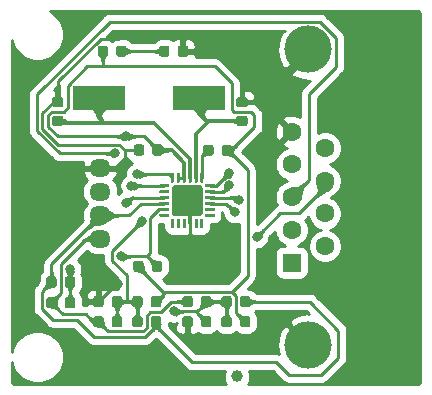
<source format=gtl>
G04 #@! TF.GenerationSoftware,KiCad,Pcbnew,(5.1.2)-1*
G04 #@! TF.CreationDate,2024-07-03T21:07:46+09:00*
G04 #@! TF.ProjectId,IR,49522e6b-6963-4616-945f-706362585858,v1.3*
G04 #@! TF.SameCoordinates,Original*
G04 #@! TF.FileFunction,Copper,L1,Top*
G04 #@! TF.FilePolarity,Positive*
%FSLAX46Y46*%
G04 Gerber Fmt 4.6, Leading zero omitted, Abs format (unit mm)*
G04 Created by KiCad (PCBNEW (5.1.2)-1) date 2024-07-03 21:07:46*
%MOMM*%
%LPD*%
G04 APERTURE LIST*
%ADD10C,1.000000*%
%ADD11C,0.050000*%
%ADD12C,0.250000*%
%ADD13C,2.600000*%
%ADD14C,0.875000*%
%ADD15O,1.800000X1.524000*%
%ADD16R,4.500000X2.000000*%
%ADD17R,1.600000X1.600000*%
%ADD18C,1.600000*%
%ADD19C,4.000000*%
%ADD20C,0.800000*%
%ADD21C,0.250000*%
%ADD22C,0.300000*%
%ADD23C,0.254000*%
%ADD24C,0.025400*%
G04 APERTURE END LIST*
D10*
X196770000Y-125640000D03*
D11*
G36*
X194853626Y-109375301D02*
G01*
X194859693Y-109376201D01*
X194865643Y-109377691D01*
X194871418Y-109379758D01*
X194876962Y-109382380D01*
X194882223Y-109385533D01*
X194887150Y-109389187D01*
X194891694Y-109393306D01*
X194895813Y-109397850D01*
X194899467Y-109402777D01*
X194902620Y-109408038D01*
X194905242Y-109413582D01*
X194907309Y-109419357D01*
X194908799Y-109425307D01*
X194909699Y-109431374D01*
X194910000Y-109437500D01*
X194910000Y-109562500D01*
X194909699Y-109568626D01*
X194908799Y-109574693D01*
X194907309Y-109580643D01*
X194905242Y-109586418D01*
X194902620Y-109591962D01*
X194899467Y-109597223D01*
X194895813Y-109602150D01*
X194891694Y-109606694D01*
X194887150Y-109610813D01*
X194882223Y-109614467D01*
X194876962Y-109617620D01*
X194871418Y-109620242D01*
X194865643Y-109622309D01*
X194859693Y-109623799D01*
X194853626Y-109624699D01*
X194847500Y-109625000D01*
X194147500Y-109625000D01*
X194141374Y-109624699D01*
X194135307Y-109623799D01*
X194129357Y-109622309D01*
X194123582Y-109620242D01*
X194118038Y-109617620D01*
X194112777Y-109614467D01*
X194107850Y-109610813D01*
X194103306Y-109606694D01*
X194099187Y-109602150D01*
X194095533Y-109597223D01*
X194092380Y-109591962D01*
X194089758Y-109586418D01*
X194087691Y-109580643D01*
X194086201Y-109574693D01*
X194085301Y-109568626D01*
X194085000Y-109562500D01*
X194085000Y-109437500D01*
X194085301Y-109431374D01*
X194086201Y-109425307D01*
X194087691Y-109419357D01*
X194089758Y-109413582D01*
X194092380Y-109408038D01*
X194095533Y-109402777D01*
X194099187Y-109397850D01*
X194103306Y-109393306D01*
X194107850Y-109389187D01*
X194112777Y-109385533D01*
X194118038Y-109382380D01*
X194123582Y-109379758D01*
X194129357Y-109377691D01*
X194135307Y-109376201D01*
X194141374Y-109375301D01*
X194147500Y-109375000D01*
X194847500Y-109375000D01*
X194853626Y-109375301D01*
X194853626Y-109375301D01*
G37*
D12*
X194497500Y-109500000D03*
D11*
G36*
X194853626Y-109875301D02*
G01*
X194859693Y-109876201D01*
X194865643Y-109877691D01*
X194871418Y-109879758D01*
X194876962Y-109882380D01*
X194882223Y-109885533D01*
X194887150Y-109889187D01*
X194891694Y-109893306D01*
X194895813Y-109897850D01*
X194899467Y-109902777D01*
X194902620Y-109908038D01*
X194905242Y-109913582D01*
X194907309Y-109919357D01*
X194908799Y-109925307D01*
X194909699Y-109931374D01*
X194910000Y-109937500D01*
X194910000Y-110062500D01*
X194909699Y-110068626D01*
X194908799Y-110074693D01*
X194907309Y-110080643D01*
X194905242Y-110086418D01*
X194902620Y-110091962D01*
X194899467Y-110097223D01*
X194895813Y-110102150D01*
X194891694Y-110106694D01*
X194887150Y-110110813D01*
X194882223Y-110114467D01*
X194876962Y-110117620D01*
X194871418Y-110120242D01*
X194865643Y-110122309D01*
X194859693Y-110123799D01*
X194853626Y-110124699D01*
X194847500Y-110125000D01*
X194147500Y-110125000D01*
X194141374Y-110124699D01*
X194135307Y-110123799D01*
X194129357Y-110122309D01*
X194123582Y-110120242D01*
X194118038Y-110117620D01*
X194112777Y-110114467D01*
X194107850Y-110110813D01*
X194103306Y-110106694D01*
X194099187Y-110102150D01*
X194095533Y-110097223D01*
X194092380Y-110091962D01*
X194089758Y-110086418D01*
X194087691Y-110080643D01*
X194086201Y-110074693D01*
X194085301Y-110068626D01*
X194085000Y-110062500D01*
X194085000Y-109937500D01*
X194085301Y-109931374D01*
X194086201Y-109925307D01*
X194087691Y-109919357D01*
X194089758Y-109913582D01*
X194092380Y-109908038D01*
X194095533Y-109902777D01*
X194099187Y-109897850D01*
X194103306Y-109893306D01*
X194107850Y-109889187D01*
X194112777Y-109885533D01*
X194118038Y-109882380D01*
X194123582Y-109879758D01*
X194129357Y-109877691D01*
X194135307Y-109876201D01*
X194141374Y-109875301D01*
X194147500Y-109875000D01*
X194847500Y-109875000D01*
X194853626Y-109875301D01*
X194853626Y-109875301D01*
G37*
D12*
X194497500Y-110000000D03*
D11*
G36*
X194853626Y-110375301D02*
G01*
X194859693Y-110376201D01*
X194865643Y-110377691D01*
X194871418Y-110379758D01*
X194876962Y-110382380D01*
X194882223Y-110385533D01*
X194887150Y-110389187D01*
X194891694Y-110393306D01*
X194895813Y-110397850D01*
X194899467Y-110402777D01*
X194902620Y-110408038D01*
X194905242Y-110413582D01*
X194907309Y-110419357D01*
X194908799Y-110425307D01*
X194909699Y-110431374D01*
X194910000Y-110437500D01*
X194910000Y-110562500D01*
X194909699Y-110568626D01*
X194908799Y-110574693D01*
X194907309Y-110580643D01*
X194905242Y-110586418D01*
X194902620Y-110591962D01*
X194899467Y-110597223D01*
X194895813Y-110602150D01*
X194891694Y-110606694D01*
X194887150Y-110610813D01*
X194882223Y-110614467D01*
X194876962Y-110617620D01*
X194871418Y-110620242D01*
X194865643Y-110622309D01*
X194859693Y-110623799D01*
X194853626Y-110624699D01*
X194847500Y-110625000D01*
X194147500Y-110625000D01*
X194141374Y-110624699D01*
X194135307Y-110623799D01*
X194129357Y-110622309D01*
X194123582Y-110620242D01*
X194118038Y-110617620D01*
X194112777Y-110614467D01*
X194107850Y-110610813D01*
X194103306Y-110606694D01*
X194099187Y-110602150D01*
X194095533Y-110597223D01*
X194092380Y-110591962D01*
X194089758Y-110586418D01*
X194087691Y-110580643D01*
X194086201Y-110574693D01*
X194085301Y-110568626D01*
X194085000Y-110562500D01*
X194085000Y-110437500D01*
X194085301Y-110431374D01*
X194086201Y-110425307D01*
X194087691Y-110419357D01*
X194089758Y-110413582D01*
X194092380Y-110408038D01*
X194095533Y-110402777D01*
X194099187Y-110397850D01*
X194103306Y-110393306D01*
X194107850Y-110389187D01*
X194112777Y-110385533D01*
X194118038Y-110382380D01*
X194123582Y-110379758D01*
X194129357Y-110377691D01*
X194135307Y-110376201D01*
X194141374Y-110375301D01*
X194147500Y-110375000D01*
X194847500Y-110375000D01*
X194853626Y-110375301D01*
X194853626Y-110375301D01*
G37*
D12*
X194497500Y-110500000D03*
D11*
G36*
X194853626Y-110875301D02*
G01*
X194859693Y-110876201D01*
X194865643Y-110877691D01*
X194871418Y-110879758D01*
X194876962Y-110882380D01*
X194882223Y-110885533D01*
X194887150Y-110889187D01*
X194891694Y-110893306D01*
X194895813Y-110897850D01*
X194899467Y-110902777D01*
X194902620Y-110908038D01*
X194905242Y-110913582D01*
X194907309Y-110919357D01*
X194908799Y-110925307D01*
X194909699Y-110931374D01*
X194910000Y-110937500D01*
X194910000Y-111062500D01*
X194909699Y-111068626D01*
X194908799Y-111074693D01*
X194907309Y-111080643D01*
X194905242Y-111086418D01*
X194902620Y-111091962D01*
X194899467Y-111097223D01*
X194895813Y-111102150D01*
X194891694Y-111106694D01*
X194887150Y-111110813D01*
X194882223Y-111114467D01*
X194876962Y-111117620D01*
X194871418Y-111120242D01*
X194865643Y-111122309D01*
X194859693Y-111123799D01*
X194853626Y-111124699D01*
X194847500Y-111125000D01*
X194147500Y-111125000D01*
X194141374Y-111124699D01*
X194135307Y-111123799D01*
X194129357Y-111122309D01*
X194123582Y-111120242D01*
X194118038Y-111117620D01*
X194112777Y-111114467D01*
X194107850Y-111110813D01*
X194103306Y-111106694D01*
X194099187Y-111102150D01*
X194095533Y-111097223D01*
X194092380Y-111091962D01*
X194089758Y-111086418D01*
X194087691Y-111080643D01*
X194086201Y-111074693D01*
X194085301Y-111068626D01*
X194085000Y-111062500D01*
X194085000Y-110937500D01*
X194085301Y-110931374D01*
X194086201Y-110925307D01*
X194087691Y-110919357D01*
X194089758Y-110913582D01*
X194092380Y-110908038D01*
X194095533Y-110902777D01*
X194099187Y-110897850D01*
X194103306Y-110893306D01*
X194107850Y-110889187D01*
X194112777Y-110885533D01*
X194118038Y-110882380D01*
X194123582Y-110879758D01*
X194129357Y-110877691D01*
X194135307Y-110876201D01*
X194141374Y-110875301D01*
X194147500Y-110875000D01*
X194847500Y-110875000D01*
X194853626Y-110875301D01*
X194853626Y-110875301D01*
G37*
D12*
X194497500Y-111000000D03*
D11*
G36*
X194853626Y-111375301D02*
G01*
X194859693Y-111376201D01*
X194865643Y-111377691D01*
X194871418Y-111379758D01*
X194876962Y-111382380D01*
X194882223Y-111385533D01*
X194887150Y-111389187D01*
X194891694Y-111393306D01*
X194895813Y-111397850D01*
X194899467Y-111402777D01*
X194902620Y-111408038D01*
X194905242Y-111413582D01*
X194907309Y-111419357D01*
X194908799Y-111425307D01*
X194909699Y-111431374D01*
X194910000Y-111437500D01*
X194910000Y-111562500D01*
X194909699Y-111568626D01*
X194908799Y-111574693D01*
X194907309Y-111580643D01*
X194905242Y-111586418D01*
X194902620Y-111591962D01*
X194899467Y-111597223D01*
X194895813Y-111602150D01*
X194891694Y-111606694D01*
X194887150Y-111610813D01*
X194882223Y-111614467D01*
X194876962Y-111617620D01*
X194871418Y-111620242D01*
X194865643Y-111622309D01*
X194859693Y-111623799D01*
X194853626Y-111624699D01*
X194847500Y-111625000D01*
X194147500Y-111625000D01*
X194141374Y-111624699D01*
X194135307Y-111623799D01*
X194129357Y-111622309D01*
X194123582Y-111620242D01*
X194118038Y-111617620D01*
X194112777Y-111614467D01*
X194107850Y-111610813D01*
X194103306Y-111606694D01*
X194099187Y-111602150D01*
X194095533Y-111597223D01*
X194092380Y-111591962D01*
X194089758Y-111586418D01*
X194087691Y-111580643D01*
X194086201Y-111574693D01*
X194085301Y-111568626D01*
X194085000Y-111562500D01*
X194085000Y-111437500D01*
X194085301Y-111431374D01*
X194086201Y-111425307D01*
X194087691Y-111419357D01*
X194089758Y-111413582D01*
X194092380Y-111408038D01*
X194095533Y-111402777D01*
X194099187Y-111397850D01*
X194103306Y-111393306D01*
X194107850Y-111389187D01*
X194112777Y-111385533D01*
X194118038Y-111382380D01*
X194123582Y-111379758D01*
X194129357Y-111377691D01*
X194135307Y-111376201D01*
X194141374Y-111375301D01*
X194147500Y-111375000D01*
X194847500Y-111375000D01*
X194853626Y-111375301D01*
X194853626Y-111375301D01*
G37*
D12*
X194497500Y-111500000D03*
D11*
G36*
X194853626Y-111875301D02*
G01*
X194859693Y-111876201D01*
X194865643Y-111877691D01*
X194871418Y-111879758D01*
X194876962Y-111882380D01*
X194882223Y-111885533D01*
X194887150Y-111889187D01*
X194891694Y-111893306D01*
X194895813Y-111897850D01*
X194899467Y-111902777D01*
X194902620Y-111908038D01*
X194905242Y-111913582D01*
X194907309Y-111919357D01*
X194908799Y-111925307D01*
X194909699Y-111931374D01*
X194910000Y-111937500D01*
X194910000Y-112062500D01*
X194909699Y-112068626D01*
X194908799Y-112074693D01*
X194907309Y-112080643D01*
X194905242Y-112086418D01*
X194902620Y-112091962D01*
X194899467Y-112097223D01*
X194895813Y-112102150D01*
X194891694Y-112106694D01*
X194887150Y-112110813D01*
X194882223Y-112114467D01*
X194876962Y-112117620D01*
X194871418Y-112120242D01*
X194865643Y-112122309D01*
X194859693Y-112123799D01*
X194853626Y-112124699D01*
X194847500Y-112125000D01*
X194147500Y-112125000D01*
X194141374Y-112124699D01*
X194135307Y-112123799D01*
X194129357Y-112122309D01*
X194123582Y-112120242D01*
X194118038Y-112117620D01*
X194112777Y-112114467D01*
X194107850Y-112110813D01*
X194103306Y-112106694D01*
X194099187Y-112102150D01*
X194095533Y-112097223D01*
X194092380Y-112091962D01*
X194089758Y-112086418D01*
X194087691Y-112080643D01*
X194086201Y-112074693D01*
X194085301Y-112068626D01*
X194085000Y-112062500D01*
X194085000Y-111937500D01*
X194085301Y-111931374D01*
X194086201Y-111925307D01*
X194087691Y-111919357D01*
X194089758Y-111913582D01*
X194092380Y-111908038D01*
X194095533Y-111902777D01*
X194099187Y-111897850D01*
X194103306Y-111893306D01*
X194107850Y-111889187D01*
X194112777Y-111885533D01*
X194118038Y-111882380D01*
X194123582Y-111879758D01*
X194129357Y-111877691D01*
X194135307Y-111876201D01*
X194141374Y-111875301D01*
X194147500Y-111875000D01*
X194847500Y-111875000D01*
X194853626Y-111875301D01*
X194853626Y-111875301D01*
G37*
D12*
X194497500Y-112000000D03*
D11*
G36*
X193878626Y-112275301D02*
G01*
X193884693Y-112276201D01*
X193890643Y-112277691D01*
X193896418Y-112279758D01*
X193901962Y-112282380D01*
X193907223Y-112285533D01*
X193912150Y-112289187D01*
X193916694Y-112293306D01*
X193920813Y-112297850D01*
X193924467Y-112302777D01*
X193927620Y-112308038D01*
X193930242Y-112313582D01*
X193932309Y-112319357D01*
X193933799Y-112325307D01*
X193934699Y-112331374D01*
X193935000Y-112337500D01*
X193935000Y-113037500D01*
X193934699Y-113043626D01*
X193933799Y-113049693D01*
X193932309Y-113055643D01*
X193930242Y-113061418D01*
X193927620Y-113066962D01*
X193924467Y-113072223D01*
X193920813Y-113077150D01*
X193916694Y-113081694D01*
X193912150Y-113085813D01*
X193907223Y-113089467D01*
X193901962Y-113092620D01*
X193896418Y-113095242D01*
X193890643Y-113097309D01*
X193884693Y-113098799D01*
X193878626Y-113099699D01*
X193872500Y-113100000D01*
X193747500Y-113100000D01*
X193741374Y-113099699D01*
X193735307Y-113098799D01*
X193729357Y-113097309D01*
X193723582Y-113095242D01*
X193718038Y-113092620D01*
X193712777Y-113089467D01*
X193707850Y-113085813D01*
X193703306Y-113081694D01*
X193699187Y-113077150D01*
X193695533Y-113072223D01*
X193692380Y-113066962D01*
X193689758Y-113061418D01*
X193687691Y-113055643D01*
X193686201Y-113049693D01*
X193685301Y-113043626D01*
X193685000Y-113037500D01*
X193685000Y-112337500D01*
X193685301Y-112331374D01*
X193686201Y-112325307D01*
X193687691Y-112319357D01*
X193689758Y-112313582D01*
X193692380Y-112308038D01*
X193695533Y-112302777D01*
X193699187Y-112297850D01*
X193703306Y-112293306D01*
X193707850Y-112289187D01*
X193712777Y-112285533D01*
X193718038Y-112282380D01*
X193723582Y-112279758D01*
X193729357Y-112277691D01*
X193735307Y-112276201D01*
X193741374Y-112275301D01*
X193747500Y-112275000D01*
X193872500Y-112275000D01*
X193878626Y-112275301D01*
X193878626Y-112275301D01*
G37*
D12*
X193810000Y-112687500D03*
D11*
G36*
X193378626Y-112275301D02*
G01*
X193384693Y-112276201D01*
X193390643Y-112277691D01*
X193396418Y-112279758D01*
X193401962Y-112282380D01*
X193407223Y-112285533D01*
X193412150Y-112289187D01*
X193416694Y-112293306D01*
X193420813Y-112297850D01*
X193424467Y-112302777D01*
X193427620Y-112308038D01*
X193430242Y-112313582D01*
X193432309Y-112319357D01*
X193433799Y-112325307D01*
X193434699Y-112331374D01*
X193435000Y-112337500D01*
X193435000Y-113037500D01*
X193434699Y-113043626D01*
X193433799Y-113049693D01*
X193432309Y-113055643D01*
X193430242Y-113061418D01*
X193427620Y-113066962D01*
X193424467Y-113072223D01*
X193420813Y-113077150D01*
X193416694Y-113081694D01*
X193412150Y-113085813D01*
X193407223Y-113089467D01*
X193401962Y-113092620D01*
X193396418Y-113095242D01*
X193390643Y-113097309D01*
X193384693Y-113098799D01*
X193378626Y-113099699D01*
X193372500Y-113100000D01*
X193247500Y-113100000D01*
X193241374Y-113099699D01*
X193235307Y-113098799D01*
X193229357Y-113097309D01*
X193223582Y-113095242D01*
X193218038Y-113092620D01*
X193212777Y-113089467D01*
X193207850Y-113085813D01*
X193203306Y-113081694D01*
X193199187Y-113077150D01*
X193195533Y-113072223D01*
X193192380Y-113066962D01*
X193189758Y-113061418D01*
X193187691Y-113055643D01*
X193186201Y-113049693D01*
X193185301Y-113043626D01*
X193185000Y-113037500D01*
X193185000Y-112337500D01*
X193185301Y-112331374D01*
X193186201Y-112325307D01*
X193187691Y-112319357D01*
X193189758Y-112313582D01*
X193192380Y-112308038D01*
X193195533Y-112302777D01*
X193199187Y-112297850D01*
X193203306Y-112293306D01*
X193207850Y-112289187D01*
X193212777Y-112285533D01*
X193218038Y-112282380D01*
X193223582Y-112279758D01*
X193229357Y-112277691D01*
X193235307Y-112276201D01*
X193241374Y-112275301D01*
X193247500Y-112275000D01*
X193372500Y-112275000D01*
X193378626Y-112275301D01*
X193378626Y-112275301D01*
G37*
D12*
X193310000Y-112687500D03*
D11*
G36*
X192878626Y-112275301D02*
G01*
X192884693Y-112276201D01*
X192890643Y-112277691D01*
X192896418Y-112279758D01*
X192901962Y-112282380D01*
X192907223Y-112285533D01*
X192912150Y-112289187D01*
X192916694Y-112293306D01*
X192920813Y-112297850D01*
X192924467Y-112302777D01*
X192927620Y-112308038D01*
X192930242Y-112313582D01*
X192932309Y-112319357D01*
X192933799Y-112325307D01*
X192934699Y-112331374D01*
X192935000Y-112337500D01*
X192935000Y-113037500D01*
X192934699Y-113043626D01*
X192933799Y-113049693D01*
X192932309Y-113055643D01*
X192930242Y-113061418D01*
X192927620Y-113066962D01*
X192924467Y-113072223D01*
X192920813Y-113077150D01*
X192916694Y-113081694D01*
X192912150Y-113085813D01*
X192907223Y-113089467D01*
X192901962Y-113092620D01*
X192896418Y-113095242D01*
X192890643Y-113097309D01*
X192884693Y-113098799D01*
X192878626Y-113099699D01*
X192872500Y-113100000D01*
X192747500Y-113100000D01*
X192741374Y-113099699D01*
X192735307Y-113098799D01*
X192729357Y-113097309D01*
X192723582Y-113095242D01*
X192718038Y-113092620D01*
X192712777Y-113089467D01*
X192707850Y-113085813D01*
X192703306Y-113081694D01*
X192699187Y-113077150D01*
X192695533Y-113072223D01*
X192692380Y-113066962D01*
X192689758Y-113061418D01*
X192687691Y-113055643D01*
X192686201Y-113049693D01*
X192685301Y-113043626D01*
X192685000Y-113037500D01*
X192685000Y-112337500D01*
X192685301Y-112331374D01*
X192686201Y-112325307D01*
X192687691Y-112319357D01*
X192689758Y-112313582D01*
X192692380Y-112308038D01*
X192695533Y-112302777D01*
X192699187Y-112297850D01*
X192703306Y-112293306D01*
X192707850Y-112289187D01*
X192712777Y-112285533D01*
X192718038Y-112282380D01*
X192723582Y-112279758D01*
X192729357Y-112277691D01*
X192735307Y-112276201D01*
X192741374Y-112275301D01*
X192747500Y-112275000D01*
X192872500Y-112275000D01*
X192878626Y-112275301D01*
X192878626Y-112275301D01*
G37*
D12*
X192810000Y-112687500D03*
D11*
G36*
X192378626Y-112275301D02*
G01*
X192384693Y-112276201D01*
X192390643Y-112277691D01*
X192396418Y-112279758D01*
X192401962Y-112282380D01*
X192407223Y-112285533D01*
X192412150Y-112289187D01*
X192416694Y-112293306D01*
X192420813Y-112297850D01*
X192424467Y-112302777D01*
X192427620Y-112308038D01*
X192430242Y-112313582D01*
X192432309Y-112319357D01*
X192433799Y-112325307D01*
X192434699Y-112331374D01*
X192435000Y-112337500D01*
X192435000Y-113037500D01*
X192434699Y-113043626D01*
X192433799Y-113049693D01*
X192432309Y-113055643D01*
X192430242Y-113061418D01*
X192427620Y-113066962D01*
X192424467Y-113072223D01*
X192420813Y-113077150D01*
X192416694Y-113081694D01*
X192412150Y-113085813D01*
X192407223Y-113089467D01*
X192401962Y-113092620D01*
X192396418Y-113095242D01*
X192390643Y-113097309D01*
X192384693Y-113098799D01*
X192378626Y-113099699D01*
X192372500Y-113100000D01*
X192247500Y-113100000D01*
X192241374Y-113099699D01*
X192235307Y-113098799D01*
X192229357Y-113097309D01*
X192223582Y-113095242D01*
X192218038Y-113092620D01*
X192212777Y-113089467D01*
X192207850Y-113085813D01*
X192203306Y-113081694D01*
X192199187Y-113077150D01*
X192195533Y-113072223D01*
X192192380Y-113066962D01*
X192189758Y-113061418D01*
X192187691Y-113055643D01*
X192186201Y-113049693D01*
X192185301Y-113043626D01*
X192185000Y-113037500D01*
X192185000Y-112337500D01*
X192185301Y-112331374D01*
X192186201Y-112325307D01*
X192187691Y-112319357D01*
X192189758Y-112313582D01*
X192192380Y-112308038D01*
X192195533Y-112302777D01*
X192199187Y-112297850D01*
X192203306Y-112293306D01*
X192207850Y-112289187D01*
X192212777Y-112285533D01*
X192218038Y-112282380D01*
X192223582Y-112279758D01*
X192229357Y-112277691D01*
X192235307Y-112276201D01*
X192241374Y-112275301D01*
X192247500Y-112275000D01*
X192372500Y-112275000D01*
X192378626Y-112275301D01*
X192378626Y-112275301D01*
G37*
D12*
X192310000Y-112687500D03*
D11*
G36*
X191878626Y-112275301D02*
G01*
X191884693Y-112276201D01*
X191890643Y-112277691D01*
X191896418Y-112279758D01*
X191901962Y-112282380D01*
X191907223Y-112285533D01*
X191912150Y-112289187D01*
X191916694Y-112293306D01*
X191920813Y-112297850D01*
X191924467Y-112302777D01*
X191927620Y-112308038D01*
X191930242Y-112313582D01*
X191932309Y-112319357D01*
X191933799Y-112325307D01*
X191934699Y-112331374D01*
X191935000Y-112337500D01*
X191935000Y-113037500D01*
X191934699Y-113043626D01*
X191933799Y-113049693D01*
X191932309Y-113055643D01*
X191930242Y-113061418D01*
X191927620Y-113066962D01*
X191924467Y-113072223D01*
X191920813Y-113077150D01*
X191916694Y-113081694D01*
X191912150Y-113085813D01*
X191907223Y-113089467D01*
X191901962Y-113092620D01*
X191896418Y-113095242D01*
X191890643Y-113097309D01*
X191884693Y-113098799D01*
X191878626Y-113099699D01*
X191872500Y-113100000D01*
X191747500Y-113100000D01*
X191741374Y-113099699D01*
X191735307Y-113098799D01*
X191729357Y-113097309D01*
X191723582Y-113095242D01*
X191718038Y-113092620D01*
X191712777Y-113089467D01*
X191707850Y-113085813D01*
X191703306Y-113081694D01*
X191699187Y-113077150D01*
X191695533Y-113072223D01*
X191692380Y-113066962D01*
X191689758Y-113061418D01*
X191687691Y-113055643D01*
X191686201Y-113049693D01*
X191685301Y-113043626D01*
X191685000Y-113037500D01*
X191685000Y-112337500D01*
X191685301Y-112331374D01*
X191686201Y-112325307D01*
X191687691Y-112319357D01*
X191689758Y-112313582D01*
X191692380Y-112308038D01*
X191695533Y-112302777D01*
X191699187Y-112297850D01*
X191703306Y-112293306D01*
X191707850Y-112289187D01*
X191712777Y-112285533D01*
X191718038Y-112282380D01*
X191723582Y-112279758D01*
X191729357Y-112277691D01*
X191735307Y-112276201D01*
X191741374Y-112275301D01*
X191747500Y-112275000D01*
X191872500Y-112275000D01*
X191878626Y-112275301D01*
X191878626Y-112275301D01*
G37*
D12*
X191810000Y-112687500D03*
D11*
G36*
X191378626Y-112275301D02*
G01*
X191384693Y-112276201D01*
X191390643Y-112277691D01*
X191396418Y-112279758D01*
X191401962Y-112282380D01*
X191407223Y-112285533D01*
X191412150Y-112289187D01*
X191416694Y-112293306D01*
X191420813Y-112297850D01*
X191424467Y-112302777D01*
X191427620Y-112308038D01*
X191430242Y-112313582D01*
X191432309Y-112319357D01*
X191433799Y-112325307D01*
X191434699Y-112331374D01*
X191435000Y-112337500D01*
X191435000Y-113037500D01*
X191434699Y-113043626D01*
X191433799Y-113049693D01*
X191432309Y-113055643D01*
X191430242Y-113061418D01*
X191427620Y-113066962D01*
X191424467Y-113072223D01*
X191420813Y-113077150D01*
X191416694Y-113081694D01*
X191412150Y-113085813D01*
X191407223Y-113089467D01*
X191401962Y-113092620D01*
X191396418Y-113095242D01*
X191390643Y-113097309D01*
X191384693Y-113098799D01*
X191378626Y-113099699D01*
X191372500Y-113100000D01*
X191247500Y-113100000D01*
X191241374Y-113099699D01*
X191235307Y-113098799D01*
X191229357Y-113097309D01*
X191223582Y-113095242D01*
X191218038Y-113092620D01*
X191212777Y-113089467D01*
X191207850Y-113085813D01*
X191203306Y-113081694D01*
X191199187Y-113077150D01*
X191195533Y-113072223D01*
X191192380Y-113066962D01*
X191189758Y-113061418D01*
X191187691Y-113055643D01*
X191186201Y-113049693D01*
X191185301Y-113043626D01*
X191185000Y-113037500D01*
X191185000Y-112337500D01*
X191185301Y-112331374D01*
X191186201Y-112325307D01*
X191187691Y-112319357D01*
X191189758Y-112313582D01*
X191192380Y-112308038D01*
X191195533Y-112302777D01*
X191199187Y-112297850D01*
X191203306Y-112293306D01*
X191207850Y-112289187D01*
X191212777Y-112285533D01*
X191218038Y-112282380D01*
X191223582Y-112279758D01*
X191229357Y-112277691D01*
X191235307Y-112276201D01*
X191241374Y-112275301D01*
X191247500Y-112275000D01*
X191372500Y-112275000D01*
X191378626Y-112275301D01*
X191378626Y-112275301D01*
G37*
D12*
X191310000Y-112687500D03*
D11*
G36*
X190978626Y-111875301D02*
G01*
X190984693Y-111876201D01*
X190990643Y-111877691D01*
X190996418Y-111879758D01*
X191001962Y-111882380D01*
X191007223Y-111885533D01*
X191012150Y-111889187D01*
X191016694Y-111893306D01*
X191020813Y-111897850D01*
X191024467Y-111902777D01*
X191027620Y-111908038D01*
X191030242Y-111913582D01*
X191032309Y-111919357D01*
X191033799Y-111925307D01*
X191034699Y-111931374D01*
X191035000Y-111937500D01*
X191035000Y-112062500D01*
X191034699Y-112068626D01*
X191033799Y-112074693D01*
X191032309Y-112080643D01*
X191030242Y-112086418D01*
X191027620Y-112091962D01*
X191024467Y-112097223D01*
X191020813Y-112102150D01*
X191016694Y-112106694D01*
X191012150Y-112110813D01*
X191007223Y-112114467D01*
X191001962Y-112117620D01*
X190996418Y-112120242D01*
X190990643Y-112122309D01*
X190984693Y-112123799D01*
X190978626Y-112124699D01*
X190972500Y-112125000D01*
X190272500Y-112125000D01*
X190266374Y-112124699D01*
X190260307Y-112123799D01*
X190254357Y-112122309D01*
X190248582Y-112120242D01*
X190243038Y-112117620D01*
X190237777Y-112114467D01*
X190232850Y-112110813D01*
X190228306Y-112106694D01*
X190224187Y-112102150D01*
X190220533Y-112097223D01*
X190217380Y-112091962D01*
X190214758Y-112086418D01*
X190212691Y-112080643D01*
X190211201Y-112074693D01*
X190210301Y-112068626D01*
X190210000Y-112062500D01*
X190210000Y-111937500D01*
X190210301Y-111931374D01*
X190211201Y-111925307D01*
X190212691Y-111919357D01*
X190214758Y-111913582D01*
X190217380Y-111908038D01*
X190220533Y-111902777D01*
X190224187Y-111897850D01*
X190228306Y-111893306D01*
X190232850Y-111889187D01*
X190237777Y-111885533D01*
X190243038Y-111882380D01*
X190248582Y-111879758D01*
X190254357Y-111877691D01*
X190260307Y-111876201D01*
X190266374Y-111875301D01*
X190272500Y-111875000D01*
X190972500Y-111875000D01*
X190978626Y-111875301D01*
X190978626Y-111875301D01*
G37*
D12*
X190622500Y-112000000D03*
D11*
G36*
X190978626Y-111375301D02*
G01*
X190984693Y-111376201D01*
X190990643Y-111377691D01*
X190996418Y-111379758D01*
X191001962Y-111382380D01*
X191007223Y-111385533D01*
X191012150Y-111389187D01*
X191016694Y-111393306D01*
X191020813Y-111397850D01*
X191024467Y-111402777D01*
X191027620Y-111408038D01*
X191030242Y-111413582D01*
X191032309Y-111419357D01*
X191033799Y-111425307D01*
X191034699Y-111431374D01*
X191035000Y-111437500D01*
X191035000Y-111562500D01*
X191034699Y-111568626D01*
X191033799Y-111574693D01*
X191032309Y-111580643D01*
X191030242Y-111586418D01*
X191027620Y-111591962D01*
X191024467Y-111597223D01*
X191020813Y-111602150D01*
X191016694Y-111606694D01*
X191012150Y-111610813D01*
X191007223Y-111614467D01*
X191001962Y-111617620D01*
X190996418Y-111620242D01*
X190990643Y-111622309D01*
X190984693Y-111623799D01*
X190978626Y-111624699D01*
X190972500Y-111625000D01*
X190272500Y-111625000D01*
X190266374Y-111624699D01*
X190260307Y-111623799D01*
X190254357Y-111622309D01*
X190248582Y-111620242D01*
X190243038Y-111617620D01*
X190237777Y-111614467D01*
X190232850Y-111610813D01*
X190228306Y-111606694D01*
X190224187Y-111602150D01*
X190220533Y-111597223D01*
X190217380Y-111591962D01*
X190214758Y-111586418D01*
X190212691Y-111580643D01*
X190211201Y-111574693D01*
X190210301Y-111568626D01*
X190210000Y-111562500D01*
X190210000Y-111437500D01*
X190210301Y-111431374D01*
X190211201Y-111425307D01*
X190212691Y-111419357D01*
X190214758Y-111413582D01*
X190217380Y-111408038D01*
X190220533Y-111402777D01*
X190224187Y-111397850D01*
X190228306Y-111393306D01*
X190232850Y-111389187D01*
X190237777Y-111385533D01*
X190243038Y-111382380D01*
X190248582Y-111379758D01*
X190254357Y-111377691D01*
X190260307Y-111376201D01*
X190266374Y-111375301D01*
X190272500Y-111375000D01*
X190972500Y-111375000D01*
X190978626Y-111375301D01*
X190978626Y-111375301D01*
G37*
D12*
X190622500Y-111500000D03*
D11*
G36*
X190978626Y-110875301D02*
G01*
X190984693Y-110876201D01*
X190990643Y-110877691D01*
X190996418Y-110879758D01*
X191001962Y-110882380D01*
X191007223Y-110885533D01*
X191012150Y-110889187D01*
X191016694Y-110893306D01*
X191020813Y-110897850D01*
X191024467Y-110902777D01*
X191027620Y-110908038D01*
X191030242Y-110913582D01*
X191032309Y-110919357D01*
X191033799Y-110925307D01*
X191034699Y-110931374D01*
X191035000Y-110937500D01*
X191035000Y-111062500D01*
X191034699Y-111068626D01*
X191033799Y-111074693D01*
X191032309Y-111080643D01*
X191030242Y-111086418D01*
X191027620Y-111091962D01*
X191024467Y-111097223D01*
X191020813Y-111102150D01*
X191016694Y-111106694D01*
X191012150Y-111110813D01*
X191007223Y-111114467D01*
X191001962Y-111117620D01*
X190996418Y-111120242D01*
X190990643Y-111122309D01*
X190984693Y-111123799D01*
X190978626Y-111124699D01*
X190972500Y-111125000D01*
X190272500Y-111125000D01*
X190266374Y-111124699D01*
X190260307Y-111123799D01*
X190254357Y-111122309D01*
X190248582Y-111120242D01*
X190243038Y-111117620D01*
X190237777Y-111114467D01*
X190232850Y-111110813D01*
X190228306Y-111106694D01*
X190224187Y-111102150D01*
X190220533Y-111097223D01*
X190217380Y-111091962D01*
X190214758Y-111086418D01*
X190212691Y-111080643D01*
X190211201Y-111074693D01*
X190210301Y-111068626D01*
X190210000Y-111062500D01*
X190210000Y-110937500D01*
X190210301Y-110931374D01*
X190211201Y-110925307D01*
X190212691Y-110919357D01*
X190214758Y-110913582D01*
X190217380Y-110908038D01*
X190220533Y-110902777D01*
X190224187Y-110897850D01*
X190228306Y-110893306D01*
X190232850Y-110889187D01*
X190237777Y-110885533D01*
X190243038Y-110882380D01*
X190248582Y-110879758D01*
X190254357Y-110877691D01*
X190260307Y-110876201D01*
X190266374Y-110875301D01*
X190272500Y-110875000D01*
X190972500Y-110875000D01*
X190978626Y-110875301D01*
X190978626Y-110875301D01*
G37*
D12*
X190622500Y-111000000D03*
D11*
G36*
X190978626Y-110375301D02*
G01*
X190984693Y-110376201D01*
X190990643Y-110377691D01*
X190996418Y-110379758D01*
X191001962Y-110382380D01*
X191007223Y-110385533D01*
X191012150Y-110389187D01*
X191016694Y-110393306D01*
X191020813Y-110397850D01*
X191024467Y-110402777D01*
X191027620Y-110408038D01*
X191030242Y-110413582D01*
X191032309Y-110419357D01*
X191033799Y-110425307D01*
X191034699Y-110431374D01*
X191035000Y-110437500D01*
X191035000Y-110562500D01*
X191034699Y-110568626D01*
X191033799Y-110574693D01*
X191032309Y-110580643D01*
X191030242Y-110586418D01*
X191027620Y-110591962D01*
X191024467Y-110597223D01*
X191020813Y-110602150D01*
X191016694Y-110606694D01*
X191012150Y-110610813D01*
X191007223Y-110614467D01*
X191001962Y-110617620D01*
X190996418Y-110620242D01*
X190990643Y-110622309D01*
X190984693Y-110623799D01*
X190978626Y-110624699D01*
X190972500Y-110625000D01*
X190272500Y-110625000D01*
X190266374Y-110624699D01*
X190260307Y-110623799D01*
X190254357Y-110622309D01*
X190248582Y-110620242D01*
X190243038Y-110617620D01*
X190237777Y-110614467D01*
X190232850Y-110610813D01*
X190228306Y-110606694D01*
X190224187Y-110602150D01*
X190220533Y-110597223D01*
X190217380Y-110591962D01*
X190214758Y-110586418D01*
X190212691Y-110580643D01*
X190211201Y-110574693D01*
X190210301Y-110568626D01*
X190210000Y-110562500D01*
X190210000Y-110437500D01*
X190210301Y-110431374D01*
X190211201Y-110425307D01*
X190212691Y-110419357D01*
X190214758Y-110413582D01*
X190217380Y-110408038D01*
X190220533Y-110402777D01*
X190224187Y-110397850D01*
X190228306Y-110393306D01*
X190232850Y-110389187D01*
X190237777Y-110385533D01*
X190243038Y-110382380D01*
X190248582Y-110379758D01*
X190254357Y-110377691D01*
X190260307Y-110376201D01*
X190266374Y-110375301D01*
X190272500Y-110375000D01*
X190972500Y-110375000D01*
X190978626Y-110375301D01*
X190978626Y-110375301D01*
G37*
D12*
X190622500Y-110500000D03*
D11*
G36*
X190978626Y-109875301D02*
G01*
X190984693Y-109876201D01*
X190990643Y-109877691D01*
X190996418Y-109879758D01*
X191001962Y-109882380D01*
X191007223Y-109885533D01*
X191012150Y-109889187D01*
X191016694Y-109893306D01*
X191020813Y-109897850D01*
X191024467Y-109902777D01*
X191027620Y-109908038D01*
X191030242Y-109913582D01*
X191032309Y-109919357D01*
X191033799Y-109925307D01*
X191034699Y-109931374D01*
X191035000Y-109937500D01*
X191035000Y-110062500D01*
X191034699Y-110068626D01*
X191033799Y-110074693D01*
X191032309Y-110080643D01*
X191030242Y-110086418D01*
X191027620Y-110091962D01*
X191024467Y-110097223D01*
X191020813Y-110102150D01*
X191016694Y-110106694D01*
X191012150Y-110110813D01*
X191007223Y-110114467D01*
X191001962Y-110117620D01*
X190996418Y-110120242D01*
X190990643Y-110122309D01*
X190984693Y-110123799D01*
X190978626Y-110124699D01*
X190972500Y-110125000D01*
X190272500Y-110125000D01*
X190266374Y-110124699D01*
X190260307Y-110123799D01*
X190254357Y-110122309D01*
X190248582Y-110120242D01*
X190243038Y-110117620D01*
X190237777Y-110114467D01*
X190232850Y-110110813D01*
X190228306Y-110106694D01*
X190224187Y-110102150D01*
X190220533Y-110097223D01*
X190217380Y-110091962D01*
X190214758Y-110086418D01*
X190212691Y-110080643D01*
X190211201Y-110074693D01*
X190210301Y-110068626D01*
X190210000Y-110062500D01*
X190210000Y-109937500D01*
X190210301Y-109931374D01*
X190211201Y-109925307D01*
X190212691Y-109919357D01*
X190214758Y-109913582D01*
X190217380Y-109908038D01*
X190220533Y-109902777D01*
X190224187Y-109897850D01*
X190228306Y-109893306D01*
X190232850Y-109889187D01*
X190237777Y-109885533D01*
X190243038Y-109882380D01*
X190248582Y-109879758D01*
X190254357Y-109877691D01*
X190260307Y-109876201D01*
X190266374Y-109875301D01*
X190272500Y-109875000D01*
X190972500Y-109875000D01*
X190978626Y-109875301D01*
X190978626Y-109875301D01*
G37*
D12*
X190622500Y-110000000D03*
D11*
G36*
X190978626Y-109375301D02*
G01*
X190984693Y-109376201D01*
X190990643Y-109377691D01*
X190996418Y-109379758D01*
X191001962Y-109382380D01*
X191007223Y-109385533D01*
X191012150Y-109389187D01*
X191016694Y-109393306D01*
X191020813Y-109397850D01*
X191024467Y-109402777D01*
X191027620Y-109408038D01*
X191030242Y-109413582D01*
X191032309Y-109419357D01*
X191033799Y-109425307D01*
X191034699Y-109431374D01*
X191035000Y-109437500D01*
X191035000Y-109562500D01*
X191034699Y-109568626D01*
X191033799Y-109574693D01*
X191032309Y-109580643D01*
X191030242Y-109586418D01*
X191027620Y-109591962D01*
X191024467Y-109597223D01*
X191020813Y-109602150D01*
X191016694Y-109606694D01*
X191012150Y-109610813D01*
X191007223Y-109614467D01*
X191001962Y-109617620D01*
X190996418Y-109620242D01*
X190990643Y-109622309D01*
X190984693Y-109623799D01*
X190978626Y-109624699D01*
X190972500Y-109625000D01*
X190272500Y-109625000D01*
X190266374Y-109624699D01*
X190260307Y-109623799D01*
X190254357Y-109622309D01*
X190248582Y-109620242D01*
X190243038Y-109617620D01*
X190237777Y-109614467D01*
X190232850Y-109610813D01*
X190228306Y-109606694D01*
X190224187Y-109602150D01*
X190220533Y-109597223D01*
X190217380Y-109591962D01*
X190214758Y-109586418D01*
X190212691Y-109580643D01*
X190211201Y-109574693D01*
X190210301Y-109568626D01*
X190210000Y-109562500D01*
X190210000Y-109437500D01*
X190210301Y-109431374D01*
X190211201Y-109425307D01*
X190212691Y-109419357D01*
X190214758Y-109413582D01*
X190217380Y-109408038D01*
X190220533Y-109402777D01*
X190224187Y-109397850D01*
X190228306Y-109393306D01*
X190232850Y-109389187D01*
X190237777Y-109385533D01*
X190243038Y-109382380D01*
X190248582Y-109379758D01*
X190254357Y-109377691D01*
X190260307Y-109376201D01*
X190266374Y-109375301D01*
X190272500Y-109375000D01*
X190972500Y-109375000D01*
X190978626Y-109375301D01*
X190978626Y-109375301D01*
G37*
D12*
X190622500Y-109500000D03*
D11*
G36*
X191378626Y-108400301D02*
G01*
X191384693Y-108401201D01*
X191390643Y-108402691D01*
X191396418Y-108404758D01*
X191401962Y-108407380D01*
X191407223Y-108410533D01*
X191412150Y-108414187D01*
X191416694Y-108418306D01*
X191420813Y-108422850D01*
X191424467Y-108427777D01*
X191427620Y-108433038D01*
X191430242Y-108438582D01*
X191432309Y-108444357D01*
X191433799Y-108450307D01*
X191434699Y-108456374D01*
X191435000Y-108462500D01*
X191435000Y-109162500D01*
X191434699Y-109168626D01*
X191433799Y-109174693D01*
X191432309Y-109180643D01*
X191430242Y-109186418D01*
X191427620Y-109191962D01*
X191424467Y-109197223D01*
X191420813Y-109202150D01*
X191416694Y-109206694D01*
X191412150Y-109210813D01*
X191407223Y-109214467D01*
X191401962Y-109217620D01*
X191396418Y-109220242D01*
X191390643Y-109222309D01*
X191384693Y-109223799D01*
X191378626Y-109224699D01*
X191372500Y-109225000D01*
X191247500Y-109225000D01*
X191241374Y-109224699D01*
X191235307Y-109223799D01*
X191229357Y-109222309D01*
X191223582Y-109220242D01*
X191218038Y-109217620D01*
X191212777Y-109214467D01*
X191207850Y-109210813D01*
X191203306Y-109206694D01*
X191199187Y-109202150D01*
X191195533Y-109197223D01*
X191192380Y-109191962D01*
X191189758Y-109186418D01*
X191187691Y-109180643D01*
X191186201Y-109174693D01*
X191185301Y-109168626D01*
X191185000Y-109162500D01*
X191185000Y-108462500D01*
X191185301Y-108456374D01*
X191186201Y-108450307D01*
X191187691Y-108444357D01*
X191189758Y-108438582D01*
X191192380Y-108433038D01*
X191195533Y-108427777D01*
X191199187Y-108422850D01*
X191203306Y-108418306D01*
X191207850Y-108414187D01*
X191212777Y-108410533D01*
X191218038Y-108407380D01*
X191223582Y-108404758D01*
X191229357Y-108402691D01*
X191235307Y-108401201D01*
X191241374Y-108400301D01*
X191247500Y-108400000D01*
X191372500Y-108400000D01*
X191378626Y-108400301D01*
X191378626Y-108400301D01*
G37*
D12*
X191310000Y-108812500D03*
D11*
G36*
X191878626Y-108400301D02*
G01*
X191884693Y-108401201D01*
X191890643Y-108402691D01*
X191896418Y-108404758D01*
X191901962Y-108407380D01*
X191907223Y-108410533D01*
X191912150Y-108414187D01*
X191916694Y-108418306D01*
X191920813Y-108422850D01*
X191924467Y-108427777D01*
X191927620Y-108433038D01*
X191930242Y-108438582D01*
X191932309Y-108444357D01*
X191933799Y-108450307D01*
X191934699Y-108456374D01*
X191935000Y-108462500D01*
X191935000Y-109162500D01*
X191934699Y-109168626D01*
X191933799Y-109174693D01*
X191932309Y-109180643D01*
X191930242Y-109186418D01*
X191927620Y-109191962D01*
X191924467Y-109197223D01*
X191920813Y-109202150D01*
X191916694Y-109206694D01*
X191912150Y-109210813D01*
X191907223Y-109214467D01*
X191901962Y-109217620D01*
X191896418Y-109220242D01*
X191890643Y-109222309D01*
X191884693Y-109223799D01*
X191878626Y-109224699D01*
X191872500Y-109225000D01*
X191747500Y-109225000D01*
X191741374Y-109224699D01*
X191735307Y-109223799D01*
X191729357Y-109222309D01*
X191723582Y-109220242D01*
X191718038Y-109217620D01*
X191712777Y-109214467D01*
X191707850Y-109210813D01*
X191703306Y-109206694D01*
X191699187Y-109202150D01*
X191695533Y-109197223D01*
X191692380Y-109191962D01*
X191689758Y-109186418D01*
X191687691Y-109180643D01*
X191686201Y-109174693D01*
X191685301Y-109168626D01*
X191685000Y-109162500D01*
X191685000Y-108462500D01*
X191685301Y-108456374D01*
X191686201Y-108450307D01*
X191687691Y-108444357D01*
X191689758Y-108438582D01*
X191692380Y-108433038D01*
X191695533Y-108427777D01*
X191699187Y-108422850D01*
X191703306Y-108418306D01*
X191707850Y-108414187D01*
X191712777Y-108410533D01*
X191718038Y-108407380D01*
X191723582Y-108404758D01*
X191729357Y-108402691D01*
X191735307Y-108401201D01*
X191741374Y-108400301D01*
X191747500Y-108400000D01*
X191872500Y-108400000D01*
X191878626Y-108400301D01*
X191878626Y-108400301D01*
G37*
D12*
X191810000Y-108812500D03*
D11*
G36*
X192378626Y-108400301D02*
G01*
X192384693Y-108401201D01*
X192390643Y-108402691D01*
X192396418Y-108404758D01*
X192401962Y-108407380D01*
X192407223Y-108410533D01*
X192412150Y-108414187D01*
X192416694Y-108418306D01*
X192420813Y-108422850D01*
X192424467Y-108427777D01*
X192427620Y-108433038D01*
X192430242Y-108438582D01*
X192432309Y-108444357D01*
X192433799Y-108450307D01*
X192434699Y-108456374D01*
X192435000Y-108462500D01*
X192435000Y-109162500D01*
X192434699Y-109168626D01*
X192433799Y-109174693D01*
X192432309Y-109180643D01*
X192430242Y-109186418D01*
X192427620Y-109191962D01*
X192424467Y-109197223D01*
X192420813Y-109202150D01*
X192416694Y-109206694D01*
X192412150Y-109210813D01*
X192407223Y-109214467D01*
X192401962Y-109217620D01*
X192396418Y-109220242D01*
X192390643Y-109222309D01*
X192384693Y-109223799D01*
X192378626Y-109224699D01*
X192372500Y-109225000D01*
X192247500Y-109225000D01*
X192241374Y-109224699D01*
X192235307Y-109223799D01*
X192229357Y-109222309D01*
X192223582Y-109220242D01*
X192218038Y-109217620D01*
X192212777Y-109214467D01*
X192207850Y-109210813D01*
X192203306Y-109206694D01*
X192199187Y-109202150D01*
X192195533Y-109197223D01*
X192192380Y-109191962D01*
X192189758Y-109186418D01*
X192187691Y-109180643D01*
X192186201Y-109174693D01*
X192185301Y-109168626D01*
X192185000Y-109162500D01*
X192185000Y-108462500D01*
X192185301Y-108456374D01*
X192186201Y-108450307D01*
X192187691Y-108444357D01*
X192189758Y-108438582D01*
X192192380Y-108433038D01*
X192195533Y-108427777D01*
X192199187Y-108422850D01*
X192203306Y-108418306D01*
X192207850Y-108414187D01*
X192212777Y-108410533D01*
X192218038Y-108407380D01*
X192223582Y-108404758D01*
X192229357Y-108402691D01*
X192235307Y-108401201D01*
X192241374Y-108400301D01*
X192247500Y-108400000D01*
X192372500Y-108400000D01*
X192378626Y-108400301D01*
X192378626Y-108400301D01*
G37*
D12*
X192310000Y-108812500D03*
D11*
G36*
X192878626Y-108400301D02*
G01*
X192884693Y-108401201D01*
X192890643Y-108402691D01*
X192896418Y-108404758D01*
X192901962Y-108407380D01*
X192907223Y-108410533D01*
X192912150Y-108414187D01*
X192916694Y-108418306D01*
X192920813Y-108422850D01*
X192924467Y-108427777D01*
X192927620Y-108433038D01*
X192930242Y-108438582D01*
X192932309Y-108444357D01*
X192933799Y-108450307D01*
X192934699Y-108456374D01*
X192935000Y-108462500D01*
X192935000Y-109162500D01*
X192934699Y-109168626D01*
X192933799Y-109174693D01*
X192932309Y-109180643D01*
X192930242Y-109186418D01*
X192927620Y-109191962D01*
X192924467Y-109197223D01*
X192920813Y-109202150D01*
X192916694Y-109206694D01*
X192912150Y-109210813D01*
X192907223Y-109214467D01*
X192901962Y-109217620D01*
X192896418Y-109220242D01*
X192890643Y-109222309D01*
X192884693Y-109223799D01*
X192878626Y-109224699D01*
X192872500Y-109225000D01*
X192747500Y-109225000D01*
X192741374Y-109224699D01*
X192735307Y-109223799D01*
X192729357Y-109222309D01*
X192723582Y-109220242D01*
X192718038Y-109217620D01*
X192712777Y-109214467D01*
X192707850Y-109210813D01*
X192703306Y-109206694D01*
X192699187Y-109202150D01*
X192695533Y-109197223D01*
X192692380Y-109191962D01*
X192689758Y-109186418D01*
X192687691Y-109180643D01*
X192686201Y-109174693D01*
X192685301Y-109168626D01*
X192685000Y-109162500D01*
X192685000Y-108462500D01*
X192685301Y-108456374D01*
X192686201Y-108450307D01*
X192687691Y-108444357D01*
X192689758Y-108438582D01*
X192692380Y-108433038D01*
X192695533Y-108427777D01*
X192699187Y-108422850D01*
X192703306Y-108418306D01*
X192707850Y-108414187D01*
X192712777Y-108410533D01*
X192718038Y-108407380D01*
X192723582Y-108404758D01*
X192729357Y-108402691D01*
X192735307Y-108401201D01*
X192741374Y-108400301D01*
X192747500Y-108400000D01*
X192872500Y-108400000D01*
X192878626Y-108400301D01*
X192878626Y-108400301D01*
G37*
D12*
X192810000Y-108812500D03*
D11*
G36*
X193378626Y-108400301D02*
G01*
X193384693Y-108401201D01*
X193390643Y-108402691D01*
X193396418Y-108404758D01*
X193401962Y-108407380D01*
X193407223Y-108410533D01*
X193412150Y-108414187D01*
X193416694Y-108418306D01*
X193420813Y-108422850D01*
X193424467Y-108427777D01*
X193427620Y-108433038D01*
X193430242Y-108438582D01*
X193432309Y-108444357D01*
X193433799Y-108450307D01*
X193434699Y-108456374D01*
X193435000Y-108462500D01*
X193435000Y-109162500D01*
X193434699Y-109168626D01*
X193433799Y-109174693D01*
X193432309Y-109180643D01*
X193430242Y-109186418D01*
X193427620Y-109191962D01*
X193424467Y-109197223D01*
X193420813Y-109202150D01*
X193416694Y-109206694D01*
X193412150Y-109210813D01*
X193407223Y-109214467D01*
X193401962Y-109217620D01*
X193396418Y-109220242D01*
X193390643Y-109222309D01*
X193384693Y-109223799D01*
X193378626Y-109224699D01*
X193372500Y-109225000D01*
X193247500Y-109225000D01*
X193241374Y-109224699D01*
X193235307Y-109223799D01*
X193229357Y-109222309D01*
X193223582Y-109220242D01*
X193218038Y-109217620D01*
X193212777Y-109214467D01*
X193207850Y-109210813D01*
X193203306Y-109206694D01*
X193199187Y-109202150D01*
X193195533Y-109197223D01*
X193192380Y-109191962D01*
X193189758Y-109186418D01*
X193187691Y-109180643D01*
X193186201Y-109174693D01*
X193185301Y-109168626D01*
X193185000Y-109162500D01*
X193185000Y-108462500D01*
X193185301Y-108456374D01*
X193186201Y-108450307D01*
X193187691Y-108444357D01*
X193189758Y-108438582D01*
X193192380Y-108433038D01*
X193195533Y-108427777D01*
X193199187Y-108422850D01*
X193203306Y-108418306D01*
X193207850Y-108414187D01*
X193212777Y-108410533D01*
X193218038Y-108407380D01*
X193223582Y-108404758D01*
X193229357Y-108402691D01*
X193235307Y-108401201D01*
X193241374Y-108400301D01*
X193247500Y-108400000D01*
X193372500Y-108400000D01*
X193378626Y-108400301D01*
X193378626Y-108400301D01*
G37*
D12*
X193310000Y-108812500D03*
D11*
G36*
X193878626Y-108400301D02*
G01*
X193884693Y-108401201D01*
X193890643Y-108402691D01*
X193896418Y-108404758D01*
X193901962Y-108407380D01*
X193907223Y-108410533D01*
X193912150Y-108414187D01*
X193916694Y-108418306D01*
X193920813Y-108422850D01*
X193924467Y-108427777D01*
X193927620Y-108433038D01*
X193930242Y-108438582D01*
X193932309Y-108444357D01*
X193933799Y-108450307D01*
X193934699Y-108456374D01*
X193935000Y-108462500D01*
X193935000Y-109162500D01*
X193934699Y-109168626D01*
X193933799Y-109174693D01*
X193932309Y-109180643D01*
X193930242Y-109186418D01*
X193927620Y-109191962D01*
X193924467Y-109197223D01*
X193920813Y-109202150D01*
X193916694Y-109206694D01*
X193912150Y-109210813D01*
X193907223Y-109214467D01*
X193901962Y-109217620D01*
X193896418Y-109220242D01*
X193890643Y-109222309D01*
X193884693Y-109223799D01*
X193878626Y-109224699D01*
X193872500Y-109225000D01*
X193747500Y-109225000D01*
X193741374Y-109224699D01*
X193735307Y-109223799D01*
X193729357Y-109222309D01*
X193723582Y-109220242D01*
X193718038Y-109217620D01*
X193712777Y-109214467D01*
X193707850Y-109210813D01*
X193703306Y-109206694D01*
X193699187Y-109202150D01*
X193695533Y-109197223D01*
X193692380Y-109191962D01*
X193689758Y-109186418D01*
X193687691Y-109180643D01*
X193686201Y-109174693D01*
X193685301Y-109168626D01*
X193685000Y-109162500D01*
X193685000Y-108462500D01*
X193685301Y-108456374D01*
X193686201Y-108450307D01*
X193687691Y-108444357D01*
X193689758Y-108438582D01*
X193692380Y-108433038D01*
X193695533Y-108427777D01*
X193699187Y-108422850D01*
X193703306Y-108418306D01*
X193707850Y-108414187D01*
X193712777Y-108410533D01*
X193718038Y-108407380D01*
X193723582Y-108404758D01*
X193729357Y-108402691D01*
X193735307Y-108401201D01*
X193741374Y-108400301D01*
X193747500Y-108400000D01*
X193872500Y-108400000D01*
X193878626Y-108400301D01*
X193878626Y-108400301D01*
G37*
D12*
X193810000Y-108812500D03*
D11*
G36*
X193634504Y-109451204D02*
G01*
X193658773Y-109454804D01*
X193682571Y-109460765D01*
X193705671Y-109469030D01*
X193727849Y-109479520D01*
X193748893Y-109492133D01*
X193768598Y-109506747D01*
X193786777Y-109523223D01*
X193803253Y-109541402D01*
X193817867Y-109561107D01*
X193830480Y-109582151D01*
X193840970Y-109604329D01*
X193849235Y-109627429D01*
X193855196Y-109651227D01*
X193858796Y-109675496D01*
X193860000Y-109700000D01*
X193860000Y-111800000D01*
X193858796Y-111824504D01*
X193855196Y-111848773D01*
X193849235Y-111872571D01*
X193840970Y-111895671D01*
X193830480Y-111917849D01*
X193817867Y-111938893D01*
X193803253Y-111958598D01*
X193786777Y-111976777D01*
X193768598Y-111993253D01*
X193748893Y-112007867D01*
X193727849Y-112020480D01*
X193705671Y-112030970D01*
X193682571Y-112039235D01*
X193658773Y-112045196D01*
X193634504Y-112048796D01*
X193610000Y-112050000D01*
X191510000Y-112050000D01*
X191485496Y-112048796D01*
X191461227Y-112045196D01*
X191437429Y-112039235D01*
X191414329Y-112030970D01*
X191392151Y-112020480D01*
X191371107Y-112007867D01*
X191351402Y-111993253D01*
X191333223Y-111976777D01*
X191316747Y-111958598D01*
X191302133Y-111938893D01*
X191289520Y-111917849D01*
X191279030Y-111895671D01*
X191270765Y-111872571D01*
X191264804Y-111848773D01*
X191261204Y-111824504D01*
X191260000Y-111800000D01*
X191260000Y-109700000D01*
X191261204Y-109675496D01*
X191264804Y-109651227D01*
X191270765Y-109627429D01*
X191279030Y-109604329D01*
X191289520Y-109582151D01*
X191302133Y-109561107D01*
X191316747Y-109541402D01*
X191333223Y-109523223D01*
X191351402Y-109506747D01*
X191371107Y-109492133D01*
X191392151Y-109479520D01*
X191414329Y-109469030D01*
X191437429Y-109460765D01*
X191461227Y-109454804D01*
X191485496Y-109451204D01*
X191510000Y-109450000D01*
X193610000Y-109450000D01*
X193634504Y-109451204D01*
X193634504Y-109451204D01*
G37*
D13*
X192560000Y-110750000D03*
D11*
G36*
X190247691Y-115836053D02*
G01*
X190268926Y-115839203D01*
X190289750Y-115844419D01*
X190309962Y-115851651D01*
X190329368Y-115860830D01*
X190347781Y-115871866D01*
X190365024Y-115884654D01*
X190380930Y-115899070D01*
X190395346Y-115914976D01*
X190408134Y-115932219D01*
X190419170Y-115950632D01*
X190428349Y-115970038D01*
X190435581Y-115990250D01*
X190440797Y-116011074D01*
X190443947Y-116032309D01*
X190445000Y-116053750D01*
X190445000Y-116566250D01*
X190443947Y-116587691D01*
X190440797Y-116608926D01*
X190435581Y-116629750D01*
X190428349Y-116649962D01*
X190419170Y-116669368D01*
X190408134Y-116687781D01*
X190395346Y-116705024D01*
X190380930Y-116720930D01*
X190365024Y-116735346D01*
X190347781Y-116748134D01*
X190329368Y-116759170D01*
X190309962Y-116768349D01*
X190289750Y-116775581D01*
X190268926Y-116780797D01*
X190247691Y-116783947D01*
X190226250Y-116785000D01*
X189788750Y-116785000D01*
X189767309Y-116783947D01*
X189746074Y-116780797D01*
X189725250Y-116775581D01*
X189705038Y-116768349D01*
X189685632Y-116759170D01*
X189667219Y-116748134D01*
X189649976Y-116735346D01*
X189634070Y-116720930D01*
X189619654Y-116705024D01*
X189606866Y-116687781D01*
X189595830Y-116669368D01*
X189586651Y-116649962D01*
X189579419Y-116629750D01*
X189574203Y-116608926D01*
X189571053Y-116587691D01*
X189570000Y-116566250D01*
X189570000Y-116053750D01*
X189571053Y-116032309D01*
X189574203Y-116011074D01*
X189579419Y-115990250D01*
X189586651Y-115970038D01*
X189595830Y-115950632D01*
X189606866Y-115932219D01*
X189619654Y-115914976D01*
X189634070Y-115899070D01*
X189649976Y-115884654D01*
X189667219Y-115871866D01*
X189685632Y-115860830D01*
X189705038Y-115851651D01*
X189725250Y-115844419D01*
X189746074Y-115839203D01*
X189767309Y-115836053D01*
X189788750Y-115835000D01*
X190226250Y-115835000D01*
X190247691Y-115836053D01*
X190247691Y-115836053D01*
G37*
D14*
X190007500Y-116310000D03*
D11*
G36*
X188672691Y-115836053D02*
G01*
X188693926Y-115839203D01*
X188714750Y-115844419D01*
X188734962Y-115851651D01*
X188754368Y-115860830D01*
X188772781Y-115871866D01*
X188790024Y-115884654D01*
X188805930Y-115899070D01*
X188820346Y-115914976D01*
X188833134Y-115932219D01*
X188844170Y-115950632D01*
X188853349Y-115970038D01*
X188860581Y-115990250D01*
X188865797Y-116011074D01*
X188868947Y-116032309D01*
X188870000Y-116053750D01*
X188870000Y-116566250D01*
X188868947Y-116587691D01*
X188865797Y-116608926D01*
X188860581Y-116629750D01*
X188853349Y-116649962D01*
X188844170Y-116669368D01*
X188833134Y-116687781D01*
X188820346Y-116705024D01*
X188805930Y-116720930D01*
X188790024Y-116735346D01*
X188772781Y-116748134D01*
X188754368Y-116759170D01*
X188734962Y-116768349D01*
X188714750Y-116775581D01*
X188693926Y-116780797D01*
X188672691Y-116783947D01*
X188651250Y-116785000D01*
X188213750Y-116785000D01*
X188192309Y-116783947D01*
X188171074Y-116780797D01*
X188150250Y-116775581D01*
X188130038Y-116768349D01*
X188110632Y-116759170D01*
X188092219Y-116748134D01*
X188074976Y-116735346D01*
X188059070Y-116720930D01*
X188044654Y-116705024D01*
X188031866Y-116687781D01*
X188020830Y-116669368D01*
X188011651Y-116649962D01*
X188004419Y-116629750D01*
X187999203Y-116608926D01*
X187996053Y-116587691D01*
X187995000Y-116566250D01*
X187995000Y-116053750D01*
X187996053Y-116032309D01*
X187999203Y-116011074D01*
X188004419Y-115990250D01*
X188011651Y-115970038D01*
X188020830Y-115950632D01*
X188031866Y-115932219D01*
X188044654Y-115914976D01*
X188059070Y-115899070D01*
X188074976Y-115884654D01*
X188092219Y-115871866D01*
X188110632Y-115860830D01*
X188130038Y-115851651D01*
X188150250Y-115844419D01*
X188171074Y-115839203D01*
X188192309Y-115836053D01*
X188213750Y-115835000D01*
X188651250Y-115835000D01*
X188672691Y-115836053D01*
X188672691Y-115836053D01*
G37*
D14*
X188432500Y-116310000D03*
D11*
G36*
X188724691Y-105996053D02*
G01*
X188745926Y-105999203D01*
X188766750Y-106004419D01*
X188786962Y-106011651D01*
X188806368Y-106020830D01*
X188824781Y-106031866D01*
X188842024Y-106044654D01*
X188857930Y-106059070D01*
X188872346Y-106074976D01*
X188885134Y-106092219D01*
X188896170Y-106110632D01*
X188905349Y-106130038D01*
X188912581Y-106150250D01*
X188917797Y-106171074D01*
X188920947Y-106192309D01*
X188922000Y-106213750D01*
X188922000Y-106726250D01*
X188920947Y-106747691D01*
X188917797Y-106768926D01*
X188912581Y-106789750D01*
X188905349Y-106809962D01*
X188896170Y-106829368D01*
X188885134Y-106847781D01*
X188872346Y-106865024D01*
X188857930Y-106880930D01*
X188842024Y-106895346D01*
X188824781Y-106908134D01*
X188806368Y-106919170D01*
X188786962Y-106928349D01*
X188766750Y-106935581D01*
X188745926Y-106940797D01*
X188724691Y-106943947D01*
X188703250Y-106945000D01*
X188265750Y-106945000D01*
X188244309Y-106943947D01*
X188223074Y-106940797D01*
X188202250Y-106935581D01*
X188182038Y-106928349D01*
X188162632Y-106919170D01*
X188144219Y-106908134D01*
X188126976Y-106895346D01*
X188111070Y-106880930D01*
X188096654Y-106865024D01*
X188083866Y-106847781D01*
X188072830Y-106829368D01*
X188063651Y-106809962D01*
X188056419Y-106789750D01*
X188051203Y-106768926D01*
X188048053Y-106747691D01*
X188047000Y-106726250D01*
X188047000Y-106213750D01*
X188048053Y-106192309D01*
X188051203Y-106171074D01*
X188056419Y-106150250D01*
X188063651Y-106130038D01*
X188072830Y-106110632D01*
X188083866Y-106092219D01*
X188096654Y-106074976D01*
X188111070Y-106059070D01*
X188126976Y-106044654D01*
X188144219Y-106031866D01*
X188162632Y-106020830D01*
X188182038Y-106011651D01*
X188202250Y-106004419D01*
X188223074Y-105999203D01*
X188244309Y-105996053D01*
X188265750Y-105995000D01*
X188703250Y-105995000D01*
X188724691Y-105996053D01*
X188724691Y-105996053D01*
G37*
D14*
X188484500Y-106470000D03*
D11*
G36*
X190299691Y-105996053D02*
G01*
X190320926Y-105999203D01*
X190341750Y-106004419D01*
X190361962Y-106011651D01*
X190381368Y-106020830D01*
X190399781Y-106031866D01*
X190417024Y-106044654D01*
X190432930Y-106059070D01*
X190447346Y-106074976D01*
X190460134Y-106092219D01*
X190471170Y-106110632D01*
X190480349Y-106130038D01*
X190487581Y-106150250D01*
X190492797Y-106171074D01*
X190495947Y-106192309D01*
X190497000Y-106213750D01*
X190497000Y-106726250D01*
X190495947Y-106747691D01*
X190492797Y-106768926D01*
X190487581Y-106789750D01*
X190480349Y-106809962D01*
X190471170Y-106829368D01*
X190460134Y-106847781D01*
X190447346Y-106865024D01*
X190432930Y-106880930D01*
X190417024Y-106895346D01*
X190399781Y-106908134D01*
X190381368Y-106919170D01*
X190361962Y-106928349D01*
X190341750Y-106935581D01*
X190320926Y-106940797D01*
X190299691Y-106943947D01*
X190278250Y-106945000D01*
X189840750Y-106945000D01*
X189819309Y-106943947D01*
X189798074Y-106940797D01*
X189777250Y-106935581D01*
X189757038Y-106928349D01*
X189737632Y-106919170D01*
X189719219Y-106908134D01*
X189701976Y-106895346D01*
X189686070Y-106880930D01*
X189671654Y-106865024D01*
X189658866Y-106847781D01*
X189647830Y-106829368D01*
X189638651Y-106809962D01*
X189631419Y-106789750D01*
X189626203Y-106768926D01*
X189623053Y-106747691D01*
X189622000Y-106726250D01*
X189622000Y-106213750D01*
X189623053Y-106192309D01*
X189626203Y-106171074D01*
X189631419Y-106150250D01*
X189638651Y-106130038D01*
X189647830Y-106110632D01*
X189658866Y-106092219D01*
X189671654Y-106074976D01*
X189686070Y-106059070D01*
X189701976Y-106044654D01*
X189719219Y-106031866D01*
X189737632Y-106020830D01*
X189757038Y-106011651D01*
X189777250Y-106004419D01*
X189798074Y-105999203D01*
X189819309Y-105996053D01*
X189840750Y-105995000D01*
X190278250Y-105995000D01*
X190299691Y-105996053D01*
X190299691Y-105996053D01*
G37*
D14*
X190059500Y-106470000D03*
D15*
X185200000Y-114000000D03*
X185200000Y-112000000D03*
X185200000Y-110000000D03*
X185200000Y-108000000D03*
D11*
G36*
X197477691Y-101988053D02*
G01*
X197498926Y-101991203D01*
X197519750Y-101996419D01*
X197539962Y-102003651D01*
X197559368Y-102012830D01*
X197577781Y-102023866D01*
X197595024Y-102036654D01*
X197610930Y-102051070D01*
X197625346Y-102066976D01*
X197638134Y-102084219D01*
X197649170Y-102102632D01*
X197658349Y-102122038D01*
X197665581Y-102142250D01*
X197670797Y-102163074D01*
X197673947Y-102184309D01*
X197675000Y-102205750D01*
X197675000Y-102643250D01*
X197673947Y-102664691D01*
X197670797Y-102685926D01*
X197665581Y-102706750D01*
X197658349Y-102726962D01*
X197649170Y-102746368D01*
X197638134Y-102764781D01*
X197625346Y-102782024D01*
X197610930Y-102797930D01*
X197595024Y-102812346D01*
X197577781Y-102825134D01*
X197559368Y-102836170D01*
X197539962Y-102845349D01*
X197519750Y-102852581D01*
X197498926Y-102857797D01*
X197477691Y-102860947D01*
X197456250Y-102862000D01*
X196943750Y-102862000D01*
X196922309Y-102860947D01*
X196901074Y-102857797D01*
X196880250Y-102852581D01*
X196860038Y-102845349D01*
X196840632Y-102836170D01*
X196822219Y-102825134D01*
X196804976Y-102812346D01*
X196789070Y-102797930D01*
X196774654Y-102782024D01*
X196761866Y-102764781D01*
X196750830Y-102746368D01*
X196741651Y-102726962D01*
X196734419Y-102706750D01*
X196729203Y-102685926D01*
X196726053Y-102664691D01*
X196725000Y-102643250D01*
X196725000Y-102205750D01*
X196726053Y-102184309D01*
X196729203Y-102163074D01*
X196734419Y-102142250D01*
X196741651Y-102122038D01*
X196750830Y-102102632D01*
X196761866Y-102084219D01*
X196774654Y-102066976D01*
X196789070Y-102051070D01*
X196804976Y-102036654D01*
X196822219Y-102023866D01*
X196840632Y-102012830D01*
X196860038Y-102003651D01*
X196880250Y-101996419D01*
X196901074Y-101991203D01*
X196922309Y-101988053D01*
X196943750Y-101987000D01*
X197456250Y-101987000D01*
X197477691Y-101988053D01*
X197477691Y-101988053D01*
G37*
D14*
X197200000Y-102424500D03*
D11*
G36*
X197477691Y-103563053D02*
G01*
X197498926Y-103566203D01*
X197519750Y-103571419D01*
X197539962Y-103578651D01*
X197559368Y-103587830D01*
X197577781Y-103598866D01*
X197595024Y-103611654D01*
X197610930Y-103626070D01*
X197625346Y-103641976D01*
X197638134Y-103659219D01*
X197649170Y-103677632D01*
X197658349Y-103697038D01*
X197665581Y-103717250D01*
X197670797Y-103738074D01*
X197673947Y-103759309D01*
X197675000Y-103780750D01*
X197675000Y-104218250D01*
X197673947Y-104239691D01*
X197670797Y-104260926D01*
X197665581Y-104281750D01*
X197658349Y-104301962D01*
X197649170Y-104321368D01*
X197638134Y-104339781D01*
X197625346Y-104357024D01*
X197610930Y-104372930D01*
X197595024Y-104387346D01*
X197577781Y-104400134D01*
X197559368Y-104411170D01*
X197539962Y-104420349D01*
X197519750Y-104427581D01*
X197498926Y-104432797D01*
X197477691Y-104435947D01*
X197456250Y-104437000D01*
X196943750Y-104437000D01*
X196922309Y-104435947D01*
X196901074Y-104432797D01*
X196880250Y-104427581D01*
X196860038Y-104420349D01*
X196840632Y-104411170D01*
X196822219Y-104400134D01*
X196804976Y-104387346D01*
X196789070Y-104372930D01*
X196774654Y-104357024D01*
X196761866Y-104339781D01*
X196750830Y-104321368D01*
X196741651Y-104301962D01*
X196734419Y-104281750D01*
X196729203Y-104260926D01*
X196726053Y-104239691D01*
X196725000Y-104218250D01*
X196725000Y-103780750D01*
X196726053Y-103759309D01*
X196729203Y-103738074D01*
X196734419Y-103717250D01*
X196741651Y-103697038D01*
X196750830Y-103677632D01*
X196761866Y-103659219D01*
X196774654Y-103641976D01*
X196789070Y-103626070D01*
X196804976Y-103611654D01*
X196822219Y-103598866D01*
X196840632Y-103587830D01*
X196860038Y-103578651D01*
X196880250Y-103571419D01*
X196901074Y-103566203D01*
X196922309Y-103563053D01*
X196943750Y-103562000D01*
X197456250Y-103562000D01*
X197477691Y-103563053D01*
X197477691Y-103563053D01*
G37*
D14*
X197200000Y-103999500D03*
D11*
G36*
X181877691Y-103563053D02*
G01*
X181898926Y-103566203D01*
X181919750Y-103571419D01*
X181939962Y-103578651D01*
X181959368Y-103587830D01*
X181977781Y-103598866D01*
X181995024Y-103611654D01*
X182010930Y-103626070D01*
X182025346Y-103641976D01*
X182038134Y-103659219D01*
X182049170Y-103677632D01*
X182058349Y-103697038D01*
X182065581Y-103717250D01*
X182070797Y-103738074D01*
X182073947Y-103759309D01*
X182075000Y-103780750D01*
X182075000Y-104218250D01*
X182073947Y-104239691D01*
X182070797Y-104260926D01*
X182065581Y-104281750D01*
X182058349Y-104301962D01*
X182049170Y-104321368D01*
X182038134Y-104339781D01*
X182025346Y-104357024D01*
X182010930Y-104372930D01*
X181995024Y-104387346D01*
X181977781Y-104400134D01*
X181959368Y-104411170D01*
X181939962Y-104420349D01*
X181919750Y-104427581D01*
X181898926Y-104432797D01*
X181877691Y-104435947D01*
X181856250Y-104437000D01*
X181343750Y-104437000D01*
X181322309Y-104435947D01*
X181301074Y-104432797D01*
X181280250Y-104427581D01*
X181260038Y-104420349D01*
X181240632Y-104411170D01*
X181222219Y-104400134D01*
X181204976Y-104387346D01*
X181189070Y-104372930D01*
X181174654Y-104357024D01*
X181161866Y-104339781D01*
X181150830Y-104321368D01*
X181141651Y-104301962D01*
X181134419Y-104281750D01*
X181129203Y-104260926D01*
X181126053Y-104239691D01*
X181125000Y-104218250D01*
X181125000Y-103780750D01*
X181126053Y-103759309D01*
X181129203Y-103738074D01*
X181134419Y-103717250D01*
X181141651Y-103697038D01*
X181150830Y-103677632D01*
X181161866Y-103659219D01*
X181174654Y-103641976D01*
X181189070Y-103626070D01*
X181204976Y-103611654D01*
X181222219Y-103598866D01*
X181240632Y-103587830D01*
X181260038Y-103578651D01*
X181280250Y-103571419D01*
X181301074Y-103566203D01*
X181322309Y-103563053D01*
X181343750Y-103562000D01*
X181856250Y-103562000D01*
X181877691Y-103563053D01*
X181877691Y-103563053D01*
G37*
D14*
X181600000Y-103999500D03*
D11*
G36*
X181877691Y-101988053D02*
G01*
X181898926Y-101991203D01*
X181919750Y-101996419D01*
X181939962Y-102003651D01*
X181959368Y-102012830D01*
X181977781Y-102023866D01*
X181995024Y-102036654D01*
X182010930Y-102051070D01*
X182025346Y-102066976D01*
X182038134Y-102084219D01*
X182049170Y-102102632D01*
X182058349Y-102122038D01*
X182065581Y-102142250D01*
X182070797Y-102163074D01*
X182073947Y-102184309D01*
X182075000Y-102205750D01*
X182075000Y-102643250D01*
X182073947Y-102664691D01*
X182070797Y-102685926D01*
X182065581Y-102706750D01*
X182058349Y-102726962D01*
X182049170Y-102746368D01*
X182038134Y-102764781D01*
X182025346Y-102782024D01*
X182010930Y-102797930D01*
X181995024Y-102812346D01*
X181977781Y-102825134D01*
X181959368Y-102836170D01*
X181939962Y-102845349D01*
X181919750Y-102852581D01*
X181898926Y-102857797D01*
X181877691Y-102860947D01*
X181856250Y-102862000D01*
X181343750Y-102862000D01*
X181322309Y-102860947D01*
X181301074Y-102857797D01*
X181280250Y-102852581D01*
X181260038Y-102845349D01*
X181240632Y-102836170D01*
X181222219Y-102825134D01*
X181204976Y-102812346D01*
X181189070Y-102797930D01*
X181174654Y-102782024D01*
X181161866Y-102764781D01*
X181150830Y-102746368D01*
X181141651Y-102726962D01*
X181134419Y-102706750D01*
X181129203Y-102685926D01*
X181126053Y-102664691D01*
X181125000Y-102643250D01*
X181125000Y-102205750D01*
X181126053Y-102184309D01*
X181129203Y-102163074D01*
X181134419Y-102142250D01*
X181141651Y-102122038D01*
X181150830Y-102102632D01*
X181161866Y-102084219D01*
X181174654Y-102066976D01*
X181189070Y-102051070D01*
X181204976Y-102036654D01*
X181222219Y-102023866D01*
X181240632Y-102012830D01*
X181260038Y-102003651D01*
X181280250Y-101996419D01*
X181301074Y-101991203D01*
X181322309Y-101988053D01*
X181343750Y-101987000D01*
X181856250Y-101987000D01*
X181877691Y-101988053D01*
X181877691Y-101988053D01*
G37*
D14*
X181600000Y-102424500D03*
D11*
G36*
X187227691Y-97626053D02*
G01*
X187248926Y-97629203D01*
X187269750Y-97634419D01*
X187289962Y-97641651D01*
X187309368Y-97650830D01*
X187327781Y-97661866D01*
X187345024Y-97674654D01*
X187360930Y-97689070D01*
X187375346Y-97704976D01*
X187388134Y-97722219D01*
X187399170Y-97740632D01*
X187408349Y-97760038D01*
X187415581Y-97780250D01*
X187420797Y-97801074D01*
X187423947Y-97822309D01*
X187425000Y-97843750D01*
X187425000Y-98356250D01*
X187423947Y-98377691D01*
X187420797Y-98398926D01*
X187415581Y-98419750D01*
X187408349Y-98439962D01*
X187399170Y-98459368D01*
X187388134Y-98477781D01*
X187375346Y-98495024D01*
X187360930Y-98510930D01*
X187345024Y-98525346D01*
X187327781Y-98538134D01*
X187309368Y-98549170D01*
X187289962Y-98558349D01*
X187269750Y-98565581D01*
X187248926Y-98570797D01*
X187227691Y-98573947D01*
X187206250Y-98575000D01*
X186768750Y-98575000D01*
X186747309Y-98573947D01*
X186726074Y-98570797D01*
X186705250Y-98565581D01*
X186685038Y-98558349D01*
X186665632Y-98549170D01*
X186647219Y-98538134D01*
X186629976Y-98525346D01*
X186614070Y-98510930D01*
X186599654Y-98495024D01*
X186586866Y-98477781D01*
X186575830Y-98459368D01*
X186566651Y-98439962D01*
X186559419Y-98419750D01*
X186554203Y-98398926D01*
X186551053Y-98377691D01*
X186550000Y-98356250D01*
X186550000Y-97843750D01*
X186551053Y-97822309D01*
X186554203Y-97801074D01*
X186559419Y-97780250D01*
X186566651Y-97760038D01*
X186575830Y-97740632D01*
X186586866Y-97722219D01*
X186599654Y-97704976D01*
X186614070Y-97689070D01*
X186629976Y-97674654D01*
X186647219Y-97661866D01*
X186665632Y-97650830D01*
X186685038Y-97641651D01*
X186705250Y-97634419D01*
X186726074Y-97629203D01*
X186747309Y-97626053D01*
X186768750Y-97625000D01*
X187206250Y-97625000D01*
X187227691Y-97626053D01*
X187227691Y-97626053D01*
G37*
D14*
X186987500Y-98100000D03*
D11*
G36*
X185652691Y-97626053D02*
G01*
X185673926Y-97629203D01*
X185694750Y-97634419D01*
X185714962Y-97641651D01*
X185734368Y-97650830D01*
X185752781Y-97661866D01*
X185770024Y-97674654D01*
X185785930Y-97689070D01*
X185800346Y-97704976D01*
X185813134Y-97722219D01*
X185824170Y-97740632D01*
X185833349Y-97760038D01*
X185840581Y-97780250D01*
X185845797Y-97801074D01*
X185848947Y-97822309D01*
X185850000Y-97843750D01*
X185850000Y-98356250D01*
X185848947Y-98377691D01*
X185845797Y-98398926D01*
X185840581Y-98419750D01*
X185833349Y-98439962D01*
X185824170Y-98459368D01*
X185813134Y-98477781D01*
X185800346Y-98495024D01*
X185785930Y-98510930D01*
X185770024Y-98525346D01*
X185752781Y-98538134D01*
X185734368Y-98549170D01*
X185714962Y-98558349D01*
X185694750Y-98565581D01*
X185673926Y-98570797D01*
X185652691Y-98573947D01*
X185631250Y-98575000D01*
X185193750Y-98575000D01*
X185172309Y-98573947D01*
X185151074Y-98570797D01*
X185130250Y-98565581D01*
X185110038Y-98558349D01*
X185090632Y-98549170D01*
X185072219Y-98538134D01*
X185054976Y-98525346D01*
X185039070Y-98510930D01*
X185024654Y-98495024D01*
X185011866Y-98477781D01*
X185000830Y-98459368D01*
X184991651Y-98439962D01*
X184984419Y-98419750D01*
X184979203Y-98398926D01*
X184976053Y-98377691D01*
X184975000Y-98356250D01*
X184975000Y-97843750D01*
X184976053Y-97822309D01*
X184979203Y-97801074D01*
X184984419Y-97780250D01*
X184991651Y-97760038D01*
X185000830Y-97740632D01*
X185011866Y-97722219D01*
X185024654Y-97704976D01*
X185039070Y-97689070D01*
X185054976Y-97674654D01*
X185072219Y-97661866D01*
X185090632Y-97650830D01*
X185110038Y-97641651D01*
X185130250Y-97634419D01*
X185151074Y-97629203D01*
X185172309Y-97626053D01*
X185193750Y-97625000D01*
X185631250Y-97625000D01*
X185652691Y-97626053D01*
X185652691Y-97626053D01*
G37*
D14*
X185412500Y-98100000D03*
D11*
G36*
X188582691Y-120536053D02*
G01*
X188603926Y-120539203D01*
X188624750Y-120544419D01*
X188644962Y-120551651D01*
X188664368Y-120560830D01*
X188682781Y-120571866D01*
X188700024Y-120584654D01*
X188715930Y-120599070D01*
X188730346Y-120614976D01*
X188743134Y-120632219D01*
X188754170Y-120650632D01*
X188763349Y-120670038D01*
X188770581Y-120690250D01*
X188775797Y-120711074D01*
X188778947Y-120732309D01*
X188780000Y-120753750D01*
X188780000Y-121266250D01*
X188778947Y-121287691D01*
X188775797Y-121308926D01*
X188770581Y-121329750D01*
X188763349Y-121349962D01*
X188754170Y-121369368D01*
X188743134Y-121387781D01*
X188730346Y-121405024D01*
X188715930Y-121420930D01*
X188700024Y-121435346D01*
X188682781Y-121448134D01*
X188664368Y-121459170D01*
X188644962Y-121468349D01*
X188624750Y-121475581D01*
X188603926Y-121480797D01*
X188582691Y-121483947D01*
X188561250Y-121485000D01*
X188123750Y-121485000D01*
X188102309Y-121483947D01*
X188081074Y-121480797D01*
X188060250Y-121475581D01*
X188040038Y-121468349D01*
X188020632Y-121459170D01*
X188002219Y-121448134D01*
X187984976Y-121435346D01*
X187969070Y-121420930D01*
X187954654Y-121405024D01*
X187941866Y-121387781D01*
X187930830Y-121369368D01*
X187921651Y-121349962D01*
X187914419Y-121329750D01*
X187909203Y-121308926D01*
X187906053Y-121287691D01*
X187905000Y-121266250D01*
X187905000Y-120753750D01*
X187906053Y-120732309D01*
X187909203Y-120711074D01*
X187914419Y-120690250D01*
X187921651Y-120670038D01*
X187930830Y-120650632D01*
X187941866Y-120632219D01*
X187954654Y-120614976D01*
X187969070Y-120599070D01*
X187984976Y-120584654D01*
X188002219Y-120571866D01*
X188020632Y-120560830D01*
X188040038Y-120551651D01*
X188060250Y-120544419D01*
X188081074Y-120539203D01*
X188102309Y-120536053D01*
X188123750Y-120535000D01*
X188561250Y-120535000D01*
X188582691Y-120536053D01*
X188582691Y-120536053D01*
G37*
D14*
X188342500Y-121010000D03*
D11*
G36*
X190157691Y-120536053D02*
G01*
X190178926Y-120539203D01*
X190199750Y-120544419D01*
X190219962Y-120551651D01*
X190239368Y-120560830D01*
X190257781Y-120571866D01*
X190275024Y-120584654D01*
X190290930Y-120599070D01*
X190305346Y-120614976D01*
X190318134Y-120632219D01*
X190329170Y-120650632D01*
X190338349Y-120670038D01*
X190345581Y-120690250D01*
X190350797Y-120711074D01*
X190353947Y-120732309D01*
X190355000Y-120753750D01*
X190355000Y-121266250D01*
X190353947Y-121287691D01*
X190350797Y-121308926D01*
X190345581Y-121329750D01*
X190338349Y-121349962D01*
X190329170Y-121369368D01*
X190318134Y-121387781D01*
X190305346Y-121405024D01*
X190290930Y-121420930D01*
X190275024Y-121435346D01*
X190257781Y-121448134D01*
X190239368Y-121459170D01*
X190219962Y-121468349D01*
X190199750Y-121475581D01*
X190178926Y-121480797D01*
X190157691Y-121483947D01*
X190136250Y-121485000D01*
X189698750Y-121485000D01*
X189677309Y-121483947D01*
X189656074Y-121480797D01*
X189635250Y-121475581D01*
X189615038Y-121468349D01*
X189595632Y-121459170D01*
X189577219Y-121448134D01*
X189559976Y-121435346D01*
X189544070Y-121420930D01*
X189529654Y-121405024D01*
X189516866Y-121387781D01*
X189505830Y-121369368D01*
X189496651Y-121349962D01*
X189489419Y-121329750D01*
X189484203Y-121308926D01*
X189481053Y-121287691D01*
X189480000Y-121266250D01*
X189480000Y-120753750D01*
X189481053Y-120732309D01*
X189484203Y-120711074D01*
X189489419Y-120690250D01*
X189496651Y-120670038D01*
X189505830Y-120650632D01*
X189516866Y-120632219D01*
X189529654Y-120614976D01*
X189544070Y-120599070D01*
X189559976Y-120584654D01*
X189577219Y-120571866D01*
X189595632Y-120560830D01*
X189615038Y-120551651D01*
X189635250Y-120544419D01*
X189656074Y-120539203D01*
X189677309Y-120536053D01*
X189698750Y-120535000D01*
X190136250Y-120535000D01*
X190157691Y-120536053D01*
X190157691Y-120536053D01*
G37*
D14*
X189917500Y-121010000D03*
D11*
G36*
X186857691Y-120536053D02*
G01*
X186878926Y-120539203D01*
X186899750Y-120544419D01*
X186919962Y-120551651D01*
X186939368Y-120560830D01*
X186957781Y-120571866D01*
X186975024Y-120584654D01*
X186990930Y-120599070D01*
X187005346Y-120614976D01*
X187018134Y-120632219D01*
X187029170Y-120650632D01*
X187038349Y-120670038D01*
X187045581Y-120690250D01*
X187050797Y-120711074D01*
X187053947Y-120732309D01*
X187055000Y-120753750D01*
X187055000Y-121266250D01*
X187053947Y-121287691D01*
X187050797Y-121308926D01*
X187045581Y-121329750D01*
X187038349Y-121349962D01*
X187029170Y-121369368D01*
X187018134Y-121387781D01*
X187005346Y-121405024D01*
X186990930Y-121420930D01*
X186975024Y-121435346D01*
X186957781Y-121448134D01*
X186939368Y-121459170D01*
X186919962Y-121468349D01*
X186899750Y-121475581D01*
X186878926Y-121480797D01*
X186857691Y-121483947D01*
X186836250Y-121485000D01*
X186398750Y-121485000D01*
X186377309Y-121483947D01*
X186356074Y-121480797D01*
X186335250Y-121475581D01*
X186315038Y-121468349D01*
X186295632Y-121459170D01*
X186277219Y-121448134D01*
X186259976Y-121435346D01*
X186244070Y-121420930D01*
X186229654Y-121405024D01*
X186216866Y-121387781D01*
X186205830Y-121369368D01*
X186196651Y-121349962D01*
X186189419Y-121329750D01*
X186184203Y-121308926D01*
X186181053Y-121287691D01*
X186180000Y-121266250D01*
X186180000Y-120753750D01*
X186181053Y-120732309D01*
X186184203Y-120711074D01*
X186189419Y-120690250D01*
X186196651Y-120670038D01*
X186205830Y-120650632D01*
X186216866Y-120632219D01*
X186229654Y-120614976D01*
X186244070Y-120599070D01*
X186259976Y-120584654D01*
X186277219Y-120571866D01*
X186295632Y-120560830D01*
X186315038Y-120551651D01*
X186335250Y-120544419D01*
X186356074Y-120539203D01*
X186377309Y-120536053D01*
X186398750Y-120535000D01*
X186836250Y-120535000D01*
X186857691Y-120536053D01*
X186857691Y-120536053D01*
G37*
D14*
X186617500Y-121010000D03*
D11*
G36*
X185282691Y-120536053D02*
G01*
X185303926Y-120539203D01*
X185324750Y-120544419D01*
X185344962Y-120551651D01*
X185364368Y-120560830D01*
X185382781Y-120571866D01*
X185400024Y-120584654D01*
X185415930Y-120599070D01*
X185430346Y-120614976D01*
X185443134Y-120632219D01*
X185454170Y-120650632D01*
X185463349Y-120670038D01*
X185470581Y-120690250D01*
X185475797Y-120711074D01*
X185478947Y-120732309D01*
X185480000Y-120753750D01*
X185480000Y-121266250D01*
X185478947Y-121287691D01*
X185475797Y-121308926D01*
X185470581Y-121329750D01*
X185463349Y-121349962D01*
X185454170Y-121369368D01*
X185443134Y-121387781D01*
X185430346Y-121405024D01*
X185415930Y-121420930D01*
X185400024Y-121435346D01*
X185382781Y-121448134D01*
X185364368Y-121459170D01*
X185344962Y-121468349D01*
X185324750Y-121475581D01*
X185303926Y-121480797D01*
X185282691Y-121483947D01*
X185261250Y-121485000D01*
X184823750Y-121485000D01*
X184802309Y-121483947D01*
X184781074Y-121480797D01*
X184760250Y-121475581D01*
X184740038Y-121468349D01*
X184720632Y-121459170D01*
X184702219Y-121448134D01*
X184684976Y-121435346D01*
X184669070Y-121420930D01*
X184654654Y-121405024D01*
X184641866Y-121387781D01*
X184630830Y-121369368D01*
X184621651Y-121349962D01*
X184614419Y-121329750D01*
X184609203Y-121308926D01*
X184606053Y-121287691D01*
X184605000Y-121266250D01*
X184605000Y-120753750D01*
X184606053Y-120732309D01*
X184609203Y-120711074D01*
X184614419Y-120690250D01*
X184621651Y-120670038D01*
X184630830Y-120650632D01*
X184641866Y-120632219D01*
X184654654Y-120614976D01*
X184669070Y-120599070D01*
X184684976Y-120584654D01*
X184702219Y-120571866D01*
X184720632Y-120560830D01*
X184740038Y-120551651D01*
X184760250Y-120544419D01*
X184781074Y-120539203D01*
X184802309Y-120536053D01*
X184823750Y-120535000D01*
X185261250Y-120535000D01*
X185282691Y-120536053D01*
X185282691Y-120536053D01*
G37*
D14*
X185042500Y-121010000D03*
D11*
G36*
X197707691Y-118836053D02*
G01*
X197728926Y-118839203D01*
X197749750Y-118844419D01*
X197769962Y-118851651D01*
X197789368Y-118860830D01*
X197807781Y-118871866D01*
X197825024Y-118884654D01*
X197840930Y-118899070D01*
X197855346Y-118914976D01*
X197868134Y-118932219D01*
X197879170Y-118950632D01*
X197888349Y-118970038D01*
X197895581Y-118990250D01*
X197900797Y-119011074D01*
X197903947Y-119032309D01*
X197905000Y-119053750D01*
X197905000Y-119566250D01*
X197903947Y-119587691D01*
X197900797Y-119608926D01*
X197895581Y-119629750D01*
X197888349Y-119649962D01*
X197879170Y-119669368D01*
X197868134Y-119687781D01*
X197855346Y-119705024D01*
X197840930Y-119720930D01*
X197825024Y-119735346D01*
X197807781Y-119748134D01*
X197789368Y-119759170D01*
X197769962Y-119768349D01*
X197749750Y-119775581D01*
X197728926Y-119780797D01*
X197707691Y-119783947D01*
X197686250Y-119785000D01*
X197248750Y-119785000D01*
X197227309Y-119783947D01*
X197206074Y-119780797D01*
X197185250Y-119775581D01*
X197165038Y-119768349D01*
X197145632Y-119759170D01*
X197127219Y-119748134D01*
X197109976Y-119735346D01*
X197094070Y-119720930D01*
X197079654Y-119705024D01*
X197066866Y-119687781D01*
X197055830Y-119669368D01*
X197046651Y-119649962D01*
X197039419Y-119629750D01*
X197034203Y-119608926D01*
X197031053Y-119587691D01*
X197030000Y-119566250D01*
X197030000Y-119053750D01*
X197031053Y-119032309D01*
X197034203Y-119011074D01*
X197039419Y-118990250D01*
X197046651Y-118970038D01*
X197055830Y-118950632D01*
X197066866Y-118932219D01*
X197079654Y-118914976D01*
X197094070Y-118899070D01*
X197109976Y-118884654D01*
X197127219Y-118871866D01*
X197145632Y-118860830D01*
X197165038Y-118851651D01*
X197185250Y-118844419D01*
X197206074Y-118839203D01*
X197227309Y-118836053D01*
X197248750Y-118835000D01*
X197686250Y-118835000D01*
X197707691Y-118836053D01*
X197707691Y-118836053D01*
G37*
D14*
X197467500Y-119310000D03*
D11*
G36*
X196132691Y-118836053D02*
G01*
X196153926Y-118839203D01*
X196174750Y-118844419D01*
X196194962Y-118851651D01*
X196214368Y-118860830D01*
X196232781Y-118871866D01*
X196250024Y-118884654D01*
X196265930Y-118899070D01*
X196280346Y-118914976D01*
X196293134Y-118932219D01*
X196304170Y-118950632D01*
X196313349Y-118970038D01*
X196320581Y-118990250D01*
X196325797Y-119011074D01*
X196328947Y-119032309D01*
X196330000Y-119053750D01*
X196330000Y-119566250D01*
X196328947Y-119587691D01*
X196325797Y-119608926D01*
X196320581Y-119629750D01*
X196313349Y-119649962D01*
X196304170Y-119669368D01*
X196293134Y-119687781D01*
X196280346Y-119705024D01*
X196265930Y-119720930D01*
X196250024Y-119735346D01*
X196232781Y-119748134D01*
X196214368Y-119759170D01*
X196194962Y-119768349D01*
X196174750Y-119775581D01*
X196153926Y-119780797D01*
X196132691Y-119783947D01*
X196111250Y-119785000D01*
X195673750Y-119785000D01*
X195652309Y-119783947D01*
X195631074Y-119780797D01*
X195610250Y-119775581D01*
X195590038Y-119768349D01*
X195570632Y-119759170D01*
X195552219Y-119748134D01*
X195534976Y-119735346D01*
X195519070Y-119720930D01*
X195504654Y-119705024D01*
X195491866Y-119687781D01*
X195480830Y-119669368D01*
X195471651Y-119649962D01*
X195464419Y-119629750D01*
X195459203Y-119608926D01*
X195456053Y-119587691D01*
X195455000Y-119566250D01*
X195455000Y-119053750D01*
X195456053Y-119032309D01*
X195459203Y-119011074D01*
X195464419Y-118990250D01*
X195471651Y-118970038D01*
X195480830Y-118950632D01*
X195491866Y-118932219D01*
X195504654Y-118914976D01*
X195519070Y-118899070D01*
X195534976Y-118884654D01*
X195552219Y-118871866D01*
X195570632Y-118860830D01*
X195590038Y-118851651D01*
X195610250Y-118844419D01*
X195631074Y-118839203D01*
X195652309Y-118836053D01*
X195673750Y-118835000D01*
X196111250Y-118835000D01*
X196132691Y-118836053D01*
X196132691Y-118836053D01*
G37*
D14*
X195892500Y-119310000D03*
D11*
G36*
X192832691Y-118836053D02*
G01*
X192853926Y-118839203D01*
X192874750Y-118844419D01*
X192894962Y-118851651D01*
X192914368Y-118860830D01*
X192932781Y-118871866D01*
X192950024Y-118884654D01*
X192965930Y-118899070D01*
X192980346Y-118914976D01*
X192993134Y-118932219D01*
X193004170Y-118950632D01*
X193013349Y-118970038D01*
X193020581Y-118990250D01*
X193025797Y-119011074D01*
X193028947Y-119032309D01*
X193030000Y-119053750D01*
X193030000Y-119566250D01*
X193028947Y-119587691D01*
X193025797Y-119608926D01*
X193020581Y-119629750D01*
X193013349Y-119649962D01*
X193004170Y-119669368D01*
X192993134Y-119687781D01*
X192980346Y-119705024D01*
X192965930Y-119720930D01*
X192950024Y-119735346D01*
X192932781Y-119748134D01*
X192914368Y-119759170D01*
X192894962Y-119768349D01*
X192874750Y-119775581D01*
X192853926Y-119780797D01*
X192832691Y-119783947D01*
X192811250Y-119785000D01*
X192373750Y-119785000D01*
X192352309Y-119783947D01*
X192331074Y-119780797D01*
X192310250Y-119775581D01*
X192290038Y-119768349D01*
X192270632Y-119759170D01*
X192252219Y-119748134D01*
X192234976Y-119735346D01*
X192219070Y-119720930D01*
X192204654Y-119705024D01*
X192191866Y-119687781D01*
X192180830Y-119669368D01*
X192171651Y-119649962D01*
X192164419Y-119629750D01*
X192159203Y-119608926D01*
X192156053Y-119587691D01*
X192155000Y-119566250D01*
X192155000Y-119053750D01*
X192156053Y-119032309D01*
X192159203Y-119011074D01*
X192164419Y-118990250D01*
X192171651Y-118970038D01*
X192180830Y-118950632D01*
X192191866Y-118932219D01*
X192204654Y-118914976D01*
X192219070Y-118899070D01*
X192234976Y-118884654D01*
X192252219Y-118871866D01*
X192270632Y-118860830D01*
X192290038Y-118851651D01*
X192310250Y-118844419D01*
X192331074Y-118839203D01*
X192352309Y-118836053D01*
X192373750Y-118835000D01*
X192811250Y-118835000D01*
X192832691Y-118836053D01*
X192832691Y-118836053D01*
G37*
D14*
X192592500Y-119310000D03*
D11*
G36*
X194407691Y-118836053D02*
G01*
X194428926Y-118839203D01*
X194449750Y-118844419D01*
X194469962Y-118851651D01*
X194489368Y-118860830D01*
X194507781Y-118871866D01*
X194525024Y-118884654D01*
X194540930Y-118899070D01*
X194555346Y-118914976D01*
X194568134Y-118932219D01*
X194579170Y-118950632D01*
X194588349Y-118970038D01*
X194595581Y-118990250D01*
X194600797Y-119011074D01*
X194603947Y-119032309D01*
X194605000Y-119053750D01*
X194605000Y-119566250D01*
X194603947Y-119587691D01*
X194600797Y-119608926D01*
X194595581Y-119629750D01*
X194588349Y-119649962D01*
X194579170Y-119669368D01*
X194568134Y-119687781D01*
X194555346Y-119705024D01*
X194540930Y-119720930D01*
X194525024Y-119735346D01*
X194507781Y-119748134D01*
X194489368Y-119759170D01*
X194469962Y-119768349D01*
X194449750Y-119775581D01*
X194428926Y-119780797D01*
X194407691Y-119783947D01*
X194386250Y-119785000D01*
X193948750Y-119785000D01*
X193927309Y-119783947D01*
X193906074Y-119780797D01*
X193885250Y-119775581D01*
X193865038Y-119768349D01*
X193845632Y-119759170D01*
X193827219Y-119748134D01*
X193809976Y-119735346D01*
X193794070Y-119720930D01*
X193779654Y-119705024D01*
X193766866Y-119687781D01*
X193755830Y-119669368D01*
X193746651Y-119649962D01*
X193739419Y-119629750D01*
X193734203Y-119608926D01*
X193731053Y-119587691D01*
X193730000Y-119566250D01*
X193730000Y-119053750D01*
X193731053Y-119032309D01*
X193734203Y-119011074D01*
X193739419Y-118990250D01*
X193746651Y-118970038D01*
X193755830Y-118950632D01*
X193766866Y-118932219D01*
X193779654Y-118914976D01*
X193794070Y-118899070D01*
X193809976Y-118884654D01*
X193827219Y-118871866D01*
X193845632Y-118860830D01*
X193865038Y-118851651D01*
X193885250Y-118844419D01*
X193906074Y-118839203D01*
X193927309Y-118836053D01*
X193948750Y-118835000D01*
X194386250Y-118835000D01*
X194407691Y-118836053D01*
X194407691Y-118836053D01*
G37*
D14*
X194167500Y-119310000D03*
D11*
G36*
X182877691Y-117176053D02*
G01*
X182898926Y-117179203D01*
X182919750Y-117184419D01*
X182939962Y-117191651D01*
X182959368Y-117200830D01*
X182977781Y-117211866D01*
X182995024Y-117224654D01*
X183010930Y-117239070D01*
X183025346Y-117254976D01*
X183038134Y-117272219D01*
X183049170Y-117290632D01*
X183058349Y-117310038D01*
X183065581Y-117330250D01*
X183070797Y-117351074D01*
X183073947Y-117372309D01*
X183075000Y-117393750D01*
X183075000Y-117906250D01*
X183073947Y-117927691D01*
X183070797Y-117948926D01*
X183065581Y-117969750D01*
X183058349Y-117989962D01*
X183049170Y-118009368D01*
X183038134Y-118027781D01*
X183025346Y-118045024D01*
X183010930Y-118060930D01*
X182995024Y-118075346D01*
X182977781Y-118088134D01*
X182959368Y-118099170D01*
X182939962Y-118108349D01*
X182919750Y-118115581D01*
X182898926Y-118120797D01*
X182877691Y-118123947D01*
X182856250Y-118125000D01*
X182418750Y-118125000D01*
X182397309Y-118123947D01*
X182376074Y-118120797D01*
X182355250Y-118115581D01*
X182335038Y-118108349D01*
X182315632Y-118099170D01*
X182297219Y-118088134D01*
X182279976Y-118075346D01*
X182264070Y-118060930D01*
X182249654Y-118045024D01*
X182236866Y-118027781D01*
X182225830Y-118009368D01*
X182216651Y-117989962D01*
X182209419Y-117969750D01*
X182204203Y-117948926D01*
X182201053Y-117927691D01*
X182200000Y-117906250D01*
X182200000Y-117393750D01*
X182201053Y-117372309D01*
X182204203Y-117351074D01*
X182209419Y-117330250D01*
X182216651Y-117310038D01*
X182225830Y-117290632D01*
X182236866Y-117272219D01*
X182249654Y-117254976D01*
X182264070Y-117239070D01*
X182279976Y-117224654D01*
X182297219Y-117211866D01*
X182315632Y-117200830D01*
X182335038Y-117191651D01*
X182355250Y-117184419D01*
X182376074Y-117179203D01*
X182397309Y-117176053D01*
X182418750Y-117175000D01*
X182856250Y-117175000D01*
X182877691Y-117176053D01*
X182877691Y-117176053D01*
G37*
D14*
X182637500Y-117650000D03*
D11*
G36*
X181302691Y-117176053D02*
G01*
X181323926Y-117179203D01*
X181344750Y-117184419D01*
X181364962Y-117191651D01*
X181384368Y-117200830D01*
X181402781Y-117211866D01*
X181420024Y-117224654D01*
X181435930Y-117239070D01*
X181450346Y-117254976D01*
X181463134Y-117272219D01*
X181474170Y-117290632D01*
X181483349Y-117310038D01*
X181490581Y-117330250D01*
X181495797Y-117351074D01*
X181498947Y-117372309D01*
X181500000Y-117393750D01*
X181500000Y-117906250D01*
X181498947Y-117927691D01*
X181495797Y-117948926D01*
X181490581Y-117969750D01*
X181483349Y-117989962D01*
X181474170Y-118009368D01*
X181463134Y-118027781D01*
X181450346Y-118045024D01*
X181435930Y-118060930D01*
X181420024Y-118075346D01*
X181402781Y-118088134D01*
X181384368Y-118099170D01*
X181364962Y-118108349D01*
X181344750Y-118115581D01*
X181323926Y-118120797D01*
X181302691Y-118123947D01*
X181281250Y-118125000D01*
X180843750Y-118125000D01*
X180822309Y-118123947D01*
X180801074Y-118120797D01*
X180780250Y-118115581D01*
X180760038Y-118108349D01*
X180740632Y-118099170D01*
X180722219Y-118088134D01*
X180704976Y-118075346D01*
X180689070Y-118060930D01*
X180674654Y-118045024D01*
X180661866Y-118027781D01*
X180650830Y-118009368D01*
X180641651Y-117989962D01*
X180634419Y-117969750D01*
X180629203Y-117948926D01*
X180626053Y-117927691D01*
X180625000Y-117906250D01*
X180625000Y-117393750D01*
X180626053Y-117372309D01*
X180629203Y-117351074D01*
X180634419Y-117330250D01*
X180641651Y-117310038D01*
X180650830Y-117290632D01*
X180661866Y-117272219D01*
X180674654Y-117254976D01*
X180689070Y-117239070D01*
X180704976Y-117224654D01*
X180722219Y-117211866D01*
X180740632Y-117200830D01*
X180760038Y-117191651D01*
X180780250Y-117184419D01*
X180801074Y-117179203D01*
X180822309Y-117176053D01*
X180843750Y-117175000D01*
X181281250Y-117175000D01*
X181302691Y-117176053D01*
X181302691Y-117176053D01*
G37*
D14*
X181062500Y-117650000D03*
D11*
G36*
X188582691Y-118836053D02*
G01*
X188603926Y-118839203D01*
X188624750Y-118844419D01*
X188644962Y-118851651D01*
X188664368Y-118860830D01*
X188682781Y-118871866D01*
X188700024Y-118884654D01*
X188715930Y-118899070D01*
X188730346Y-118914976D01*
X188743134Y-118932219D01*
X188754170Y-118950632D01*
X188763349Y-118970038D01*
X188770581Y-118990250D01*
X188775797Y-119011074D01*
X188778947Y-119032309D01*
X188780000Y-119053750D01*
X188780000Y-119566250D01*
X188778947Y-119587691D01*
X188775797Y-119608926D01*
X188770581Y-119629750D01*
X188763349Y-119649962D01*
X188754170Y-119669368D01*
X188743134Y-119687781D01*
X188730346Y-119705024D01*
X188715930Y-119720930D01*
X188700024Y-119735346D01*
X188682781Y-119748134D01*
X188664368Y-119759170D01*
X188644962Y-119768349D01*
X188624750Y-119775581D01*
X188603926Y-119780797D01*
X188582691Y-119783947D01*
X188561250Y-119785000D01*
X188123750Y-119785000D01*
X188102309Y-119783947D01*
X188081074Y-119780797D01*
X188060250Y-119775581D01*
X188040038Y-119768349D01*
X188020632Y-119759170D01*
X188002219Y-119748134D01*
X187984976Y-119735346D01*
X187969070Y-119720930D01*
X187954654Y-119705024D01*
X187941866Y-119687781D01*
X187930830Y-119669368D01*
X187921651Y-119649962D01*
X187914419Y-119629750D01*
X187909203Y-119608926D01*
X187906053Y-119587691D01*
X187905000Y-119566250D01*
X187905000Y-119053750D01*
X187906053Y-119032309D01*
X187909203Y-119011074D01*
X187914419Y-118990250D01*
X187921651Y-118970038D01*
X187930830Y-118950632D01*
X187941866Y-118932219D01*
X187954654Y-118914976D01*
X187969070Y-118899070D01*
X187984976Y-118884654D01*
X188002219Y-118871866D01*
X188020632Y-118860830D01*
X188040038Y-118851651D01*
X188060250Y-118844419D01*
X188081074Y-118839203D01*
X188102309Y-118836053D01*
X188123750Y-118835000D01*
X188561250Y-118835000D01*
X188582691Y-118836053D01*
X188582691Y-118836053D01*
G37*
D14*
X188342500Y-119310000D03*
D11*
G36*
X190157691Y-118836053D02*
G01*
X190178926Y-118839203D01*
X190199750Y-118844419D01*
X190219962Y-118851651D01*
X190239368Y-118860830D01*
X190257781Y-118871866D01*
X190275024Y-118884654D01*
X190290930Y-118899070D01*
X190305346Y-118914976D01*
X190318134Y-118932219D01*
X190329170Y-118950632D01*
X190338349Y-118970038D01*
X190345581Y-118990250D01*
X190350797Y-119011074D01*
X190353947Y-119032309D01*
X190355000Y-119053750D01*
X190355000Y-119566250D01*
X190353947Y-119587691D01*
X190350797Y-119608926D01*
X190345581Y-119629750D01*
X190338349Y-119649962D01*
X190329170Y-119669368D01*
X190318134Y-119687781D01*
X190305346Y-119705024D01*
X190290930Y-119720930D01*
X190275024Y-119735346D01*
X190257781Y-119748134D01*
X190239368Y-119759170D01*
X190219962Y-119768349D01*
X190199750Y-119775581D01*
X190178926Y-119780797D01*
X190157691Y-119783947D01*
X190136250Y-119785000D01*
X189698750Y-119785000D01*
X189677309Y-119783947D01*
X189656074Y-119780797D01*
X189635250Y-119775581D01*
X189615038Y-119768349D01*
X189595632Y-119759170D01*
X189577219Y-119748134D01*
X189559976Y-119735346D01*
X189544070Y-119720930D01*
X189529654Y-119705024D01*
X189516866Y-119687781D01*
X189505830Y-119669368D01*
X189496651Y-119649962D01*
X189489419Y-119629750D01*
X189484203Y-119608926D01*
X189481053Y-119587691D01*
X189480000Y-119566250D01*
X189480000Y-119053750D01*
X189481053Y-119032309D01*
X189484203Y-119011074D01*
X189489419Y-118990250D01*
X189496651Y-118970038D01*
X189505830Y-118950632D01*
X189516866Y-118932219D01*
X189529654Y-118914976D01*
X189544070Y-118899070D01*
X189559976Y-118884654D01*
X189577219Y-118871866D01*
X189595632Y-118860830D01*
X189615038Y-118851651D01*
X189635250Y-118844419D01*
X189656074Y-118839203D01*
X189677309Y-118836053D01*
X189698750Y-118835000D01*
X190136250Y-118835000D01*
X190157691Y-118836053D01*
X190157691Y-118836053D01*
G37*
D14*
X189917500Y-119310000D03*
D11*
G36*
X186857691Y-118836053D02*
G01*
X186878926Y-118839203D01*
X186899750Y-118844419D01*
X186919962Y-118851651D01*
X186939368Y-118860830D01*
X186957781Y-118871866D01*
X186975024Y-118884654D01*
X186990930Y-118899070D01*
X187005346Y-118914976D01*
X187018134Y-118932219D01*
X187029170Y-118950632D01*
X187038349Y-118970038D01*
X187045581Y-118990250D01*
X187050797Y-119011074D01*
X187053947Y-119032309D01*
X187055000Y-119053750D01*
X187055000Y-119566250D01*
X187053947Y-119587691D01*
X187050797Y-119608926D01*
X187045581Y-119629750D01*
X187038349Y-119649962D01*
X187029170Y-119669368D01*
X187018134Y-119687781D01*
X187005346Y-119705024D01*
X186990930Y-119720930D01*
X186975024Y-119735346D01*
X186957781Y-119748134D01*
X186939368Y-119759170D01*
X186919962Y-119768349D01*
X186899750Y-119775581D01*
X186878926Y-119780797D01*
X186857691Y-119783947D01*
X186836250Y-119785000D01*
X186398750Y-119785000D01*
X186377309Y-119783947D01*
X186356074Y-119780797D01*
X186335250Y-119775581D01*
X186315038Y-119768349D01*
X186295632Y-119759170D01*
X186277219Y-119748134D01*
X186259976Y-119735346D01*
X186244070Y-119720930D01*
X186229654Y-119705024D01*
X186216866Y-119687781D01*
X186205830Y-119669368D01*
X186196651Y-119649962D01*
X186189419Y-119629750D01*
X186184203Y-119608926D01*
X186181053Y-119587691D01*
X186180000Y-119566250D01*
X186180000Y-119053750D01*
X186181053Y-119032309D01*
X186184203Y-119011074D01*
X186189419Y-118990250D01*
X186196651Y-118970038D01*
X186205830Y-118950632D01*
X186216866Y-118932219D01*
X186229654Y-118914976D01*
X186244070Y-118899070D01*
X186259976Y-118884654D01*
X186277219Y-118871866D01*
X186295632Y-118860830D01*
X186315038Y-118851651D01*
X186335250Y-118844419D01*
X186356074Y-118839203D01*
X186377309Y-118836053D01*
X186398750Y-118835000D01*
X186836250Y-118835000D01*
X186857691Y-118836053D01*
X186857691Y-118836053D01*
G37*
D14*
X186617500Y-119310000D03*
D11*
G36*
X185282691Y-118836053D02*
G01*
X185303926Y-118839203D01*
X185324750Y-118844419D01*
X185344962Y-118851651D01*
X185364368Y-118860830D01*
X185382781Y-118871866D01*
X185400024Y-118884654D01*
X185415930Y-118899070D01*
X185430346Y-118914976D01*
X185443134Y-118932219D01*
X185454170Y-118950632D01*
X185463349Y-118970038D01*
X185470581Y-118990250D01*
X185475797Y-119011074D01*
X185478947Y-119032309D01*
X185480000Y-119053750D01*
X185480000Y-119566250D01*
X185478947Y-119587691D01*
X185475797Y-119608926D01*
X185470581Y-119629750D01*
X185463349Y-119649962D01*
X185454170Y-119669368D01*
X185443134Y-119687781D01*
X185430346Y-119705024D01*
X185415930Y-119720930D01*
X185400024Y-119735346D01*
X185382781Y-119748134D01*
X185364368Y-119759170D01*
X185344962Y-119768349D01*
X185324750Y-119775581D01*
X185303926Y-119780797D01*
X185282691Y-119783947D01*
X185261250Y-119785000D01*
X184823750Y-119785000D01*
X184802309Y-119783947D01*
X184781074Y-119780797D01*
X184760250Y-119775581D01*
X184740038Y-119768349D01*
X184720632Y-119759170D01*
X184702219Y-119748134D01*
X184684976Y-119735346D01*
X184669070Y-119720930D01*
X184654654Y-119705024D01*
X184641866Y-119687781D01*
X184630830Y-119669368D01*
X184621651Y-119649962D01*
X184614419Y-119629750D01*
X184609203Y-119608926D01*
X184606053Y-119587691D01*
X184605000Y-119566250D01*
X184605000Y-119053750D01*
X184606053Y-119032309D01*
X184609203Y-119011074D01*
X184614419Y-118990250D01*
X184621651Y-118970038D01*
X184630830Y-118950632D01*
X184641866Y-118932219D01*
X184654654Y-118914976D01*
X184669070Y-118899070D01*
X184684976Y-118884654D01*
X184702219Y-118871866D01*
X184720632Y-118860830D01*
X184740038Y-118851651D01*
X184760250Y-118844419D01*
X184781074Y-118839203D01*
X184802309Y-118836053D01*
X184823750Y-118835000D01*
X185261250Y-118835000D01*
X185282691Y-118836053D01*
X185282691Y-118836053D01*
G37*
D14*
X185042500Y-119310000D03*
D11*
G36*
X181302691Y-118926053D02*
G01*
X181323926Y-118929203D01*
X181344750Y-118934419D01*
X181364962Y-118941651D01*
X181384368Y-118950830D01*
X181402781Y-118961866D01*
X181420024Y-118974654D01*
X181435930Y-118989070D01*
X181450346Y-119004976D01*
X181463134Y-119022219D01*
X181474170Y-119040632D01*
X181483349Y-119060038D01*
X181490581Y-119080250D01*
X181495797Y-119101074D01*
X181498947Y-119122309D01*
X181500000Y-119143750D01*
X181500000Y-119656250D01*
X181498947Y-119677691D01*
X181495797Y-119698926D01*
X181490581Y-119719750D01*
X181483349Y-119739962D01*
X181474170Y-119759368D01*
X181463134Y-119777781D01*
X181450346Y-119795024D01*
X181435930Y-119810930D01*
X181420024Y-119825346D01*
X181402781Y-119838134D01*
X181384368Y-119849170D01*
X181364962Y-119858349D01*
X181344750Y-119865581D01*
X181323926Y-119870797D01*
X181302691Y-119873947D01*
X181281250Y-119875000D01*
X180843750Y-119875000D01*
X180822309Y-119873947D01*
X180801074Y-119870797D01*
X180780250Y-119865581D01*
X180760038Y-119858349D01*
X180740632Y-119849170D01*
X180722219Y-119838134D01*
X180704976Y-119825346D01*
X180689070Y-119810930D01*
X180674654Y-119795024D01*
X180661866Y-119777781D01*
X180650830Y-119759368D01*
X180641651Y-119739962D01*
X180634419Y-119719750D01*
X180629203Y-119698926D01*
X180626053Y-119677691D01*
X180625000Y-119656250D01*
X180625000Y-119143750D01*
X180626053Y-119122309D01*
X180629203Y-119101074D01*
X180634419Y-119080250D01*
X180641651Y-119060038D01*
X180650830Y-119040632D01*
X180661866Y-119022219D01*
X180674654Y-119004976D01*
X180689070Y-118989070D01*
X180704976Y-118974654D01*
X180722219Y-118961866D01*
X180740632Y-118950830D01*
X180760038Y-118941651D01*
X180780250Y-118934419D01*
X180801074Y-118929203D01*
X180822309Y-118926053D01*
X180843750Y-118925000D01*
X181281250Y-118925000D01*
X181302691Y-118926053D01*
X181302691Y-118926053D01*
G37*
D14*
X181062500Y-119400000D03*
D11*
G36*
X182877691Y-118926053D02*
G01*
X182898926Y-118929203D01*
X182919750Y-118934419D01*
X182939962Y-118941651D01*
X182959368Y-118950830D01*
X182977781Y-118961866D01*
X182995024Y-118974654D01*
X183010930Y-118989070D01*
X183025346Y-119004976D01*
X183038134Y-119022219D01*
X183049170Y-119040632D01*
X183058349Y-119060038D01*
X183065581Y-119080250D01*
X183070797Y-119101074D01*
X183073947Y-119122309D01*
X183075000Y-119143750D01*
X183075000Y-119656250D01*
X183073947Y-119677691D01*
X183070797Y-119698926D01*
X183065581Y-119719750D01*
X183058349Y-119739962D01*
X183049170Y-119759368D01*
X183038134Y-119777781D01*
X183025346Y-119795024D01*
X183010930Y-119810930D01*
X182995024Y-119825346D01*
X182977781Y-119838134D01*
X182959368Y-119849170D01*
X182939962Y-119858349D01*
X182919750Y-119865581D01*
X182898926Y-119870797D01*
X182877691Y-119873947D01*
X182856250Y-119875000D01*
X182418750Y-119875000D01*
X182397309Y-119873947D01*
X182376074Y-119870797D01*
X182355250Y-119865581D01*
X182335038Y-119858349D01*
X182315632Y-119849170D01*
X182297219Y-119838134D01*
X182279976Y-119825346D01*
X182264070Y-119810930D01*
X182249654Y-119795024D01*
X182236866Y-119777781D01*
X182225830Y-119759368D01*
X182216651Y-119739962D01*
X182209419Y-119719750D01*
X182204203Y-119698926D01*
X182201053Y-119677691D01*
X182200000Y-119656250D01*
X182200000Y-119143750D01*
X182201053Y-119122309D01*
X182204203Y-119101074D01*
X182209419Y-119080250D01*
X182216651Y-119060038D01*
X182225830Y-119040632D01*
X182236866Y-119022219D01*
X182249654Y-119004976D01*
X182264070Y-118989070D01*
X182279976Y-118974654D01*
X182297219Y-118961866D01*
X182315632Y-118950830D01*
X182335038Y-118941651D01*
X182355250Y-118934419D01*
X182376074Y-118929203D01*
X182397309Y-118926053D01*
X182418750Y-118925000D01*
X182856250Y-118925000D01*
X182877691Y-118926053D01*
X182877691Y-118926053D01*
G37*
D14*
X182637500Y-119400000D03*
D11*
G36*
X197707691Y-120536053D02*
G01*
X197728926Y-120539203D01*
X197749750Y-120544419D01*
X197769962Y-120551651D01*
X197789368Y-120560830D01*
X197807781Y-120571866D01*
X197825024Y-120584654D01*
X197840930Y-120599070D01*
X197855346Y-120614976D01*
X197868134Y-120632219D01*
X197879170Y-120650632D01*
X197888349Y-120670038D01*
X197895581Y-120690250D01*
X197900797Y-120711074D01*
X197903947Y-120732309D01*
X197905000Y-120753750D01*
X197905000Y-121266250D01*
X197903947Y-121287691D01*
X197900797Y-121308926D01*
X197895581Y-121329750D01*
X197888349Y-121349962D01*
X197879170Y-121369368D01*
X197868134Y-121387781D01*
X197855346Y-121405024D01*
X197840930Y-121420930D01*
X197825024Y-121435346D01*
X197807781Y-121448134D01*
X197789368Y-121459170D01*
X197769962Y-121468349D01*
X197749750Y-121475581D01*
X197728926Y-121480797D01*
X197707691Y-121483947D01*
X197686250Y-121485000D01*
X197248750Y-121485000D01*
X197227309Y-121483947D01*
X197206074Y-121480797D01*
X197185250Y-121475581D01*
X197165038Y-121468349D01*
X197145632Y-121459170D01*
X197127219Y-121448134D01*
X197109976Y-121435346D01*
X197094070Y-121420930D01*
X197079654Y-121405024D01*
X197066866Y-121387781D01*
X197055830Y-121369368D01*
X197046651Y-121349962D01*
X197039419Y-121329750D01*
X197034203Y-121308926D01*
X197031053Y-121287691D01*
X197030000Y-121266250D01*
X197030000Y-120753750D01*
X197031053Y-120732309D01*
X197034203Y-120711074D01*
X197039419Y-120690250D01*
X197046651Y-120670038D01*
X197055830Y-120650632D01*
X197066866Y-120632219D01*
X197079654Y-120614976D01*
X197094070Y-120599070D01*
X197109976Y-120584654D01*
X197127219Y-120571866D01*
X197145632Y-120560830D01*
X197165038Y-120551651D01*
X197185250Y-120544419D01*
X197206074Y-120539203D01*
X197227309Y-120536053D01*
X197248750Y-120535000D01*
X197686250Y-120535000D01*
X197707691Y-120536053D01*
X197707691Y-120536053D01*
G37*
D14*
X197467500Y-121010000D03*
D11*
G36*
X196132691Y-120536053D02*
G01*
X196153926Y-120539203D01*
X196174750Y-120544419D01*
X196194962Y-120551651D01*
X196214368Y-120560830D01*
X196232781Y-120571866D01*
X196250024Y-120584654D01*
X196265930Y-120599070D01*
X196280346Y-120614976D01*
X196293134Y-120632219D01*
X196304170Y-120650632D01*
X196313349Y-120670038D01*
X196320581Y-120690250D01*
X196325797Y-120711074D01*
X196328947Y-120732309D01*
X196330000Y-120753750D01*
X196330000Y-121266250D01*
X196328947Y-121287691D01*
X196325797Y-121308926D01*
X196320581Y-121329750D01*
X196313349Y-121349962D01*
X196304170Y-121369368D01*
X196293134Y-121387781D01*
X196280346Y-121405024D01*
X196265930Y-121420930D01*
X196250024Y-121435346D01*
X196232781Y-121448134D01*
X196214368Y-121459170D01*
X196194962Y-121468349D01*
X196174750Y-121475581D01*
X196153926Y-121480797D01*
X196132691Y-121483947D01*
X196111250Y-121485000D01*
X195673750Y-121485000D01*
X195652309Y-121483947D01*
X195631074Y-121480797D01*
X195610250Y-121475581D01*
X195590038Y-121468349D01*
X195570632Y-121459170D01*
X195552219Y-121448134D01*
X195534976Y-121435346D01*
X195519070Y-121420930D01*
X195504654Y-121405024D01*
X195491866Y-121387781D01*
X195480830Y-121369368D01*
X195471651Y-121349962D01*
X195464419Y-121329750D01*
X195459203Y-121308926D01*
X195456053Y-121287691D01*
X195455000Y-121266250D01*
X195455000Y-120753750D01*
X195456053Y-120732309D01*
X195459203Y-120711074D01*
X195464419Y-120690250D01*
X195471651Y-120670038D01*
X195480830Y-120650632D01*
X195491866Y-120632219D01*
X195504654Y-120614976D01*
X195519070Y-120599070D01*
X195534976Y-120584654D01*
X195552219Y-120571866D01*
X195570632Y-120560830D01*
X195590038Y-120551651D01*
X195610250Y-120544419D01*
X195631074Y-120539203D01*
X195652309Y-120536053D01*
X195673750Y-120535000D01*
X196111250Y-120535000D01*
X196132691Y-120536053D01*
X196132691Y-120536053D01*
G37*
D14*
X195892500Y-121010000D03*
D11*
G36*
X192832691Y-120536053D02*
G01*
X192853926Y-120539203D01*
X192874750Y-120544419D01*
X192894962Y-120551651D01*
X192914368Y-120560830D01*
X192932781Y-120571866D01*
X192950024Y-120584654D01*
X192965930Y-120599070D01*
X192980346Y-120614976D01*
X192993134Y-120632219D01*
X193004170Y-120650632D01*
X193013349Y-120670038D01*
X193020581Y-120690250D01*
X193025797Y-120711074D01*
X193028947Y-120732309D01*
X193030000Y-120753750D01*
X193030000Y-121266250D01*
X193028947Y-121287691D01*
X193025797Y-121308926D01*
X193020581Y-121329750D01*
X193013349Y-121349962D01*
X193004170Y-121369368D01*
X192993134Y-121387781D01*
X192980346Y-121405024D01*
X192965930Y-121420930D01*
X192950024Y-121435346D01*
X192932781Y-121448134D01*
X192914368Y-121459170D01*
X192894962Y-121468349D01*
X192874750Y-121475581D01*
X192853926Y-121480797D01*
X192832691Y-121483947D01*
X192811250Y-121485000D01*
X192373750Y-121485000D01*
X192352309Y-121483947D01*
X192331074Y-121480797D01*
X192310250Y-121475581D01*
X192290038Y-121468349D01*
X192270632Y-121459170D01*
X192252219Y-121448134D01*
X192234976Y-121435346D01*
X192219070Y-121420930D01*
X192204654Y-121405024D01*
X192191866Y-121387781D01*
X192180830Y-121369368D01*
X192171651Y-121349962D01*
X192164419Y-121329750D01*
X192159203Y-121308926D01*
X192156053Y-121287691D01*
X192155000Y-121266250D01*
X192155000Y-120753750D01*
X192156053Y-120732309D01*
X192159203Y-120711074D01*
X192164419Y-120690250D01*
X192171651Y-120670038D01*
X192180830Y-120650632D01*
X192191866Y-120632219D01*
X192204654Y-120614976D01*
X192219070Y-120599070D01*
X192234976Y-120584654D01*
X192252219Y-120571866D01*
X192270632Y-120560830D01*
X192290038Y-120551651D01*
X192310250Y-120544419D01*
X192331074Y-120539203D01*
X192352309Y-120536053D01*
X192373750Y-120535000D01*
X192811250Y-120535000D01*
X192832691Y-120536053D01*
X192832691Y-120536053D01*
G37*
D14*
X192592500Y-121010000D03*
D11*
G36*
X194407691Y-120536053D02*
G01*
X194428926Y-120539203D01*
X194449750Y-120544419D01*
X194469962Y-120551651D01*
X194489368Y-120560830D01*
X194507781Y-120571866D01*
X194525024Y-120584654D01*
X194540930Y-120599070D01*
X194555346Y-120614976D01*
X194568134Y-120632219D01*
X194579170Y-120650632D01*
X194588349Y-120670038D01*
X194595581Y-120690250D01*
X194600797Y-120711074D01*
X194603947Y-120732309D01*
X194605000Y-120753750D01*
X194605000Y-121266250D01*
X194603947Y-121287691D01*
X194600797Y-121308926D01*
X194595581Y-121329750D01*
X194588349Y-121349962D01*
X194579170Y-121369368D01*
X194568134Y-121387781D01*
X194555346Y-121405024D01*
X194540930Y-121420930D01*
X194525024Y-121435346D01*
X194507781Y-121448134D01*
X194489368Y-121459170D01*
X194469962Y-121468349D01*
X194449750Y-121475581D01*
X194428926Y-121480797D01*
X194407691Y-121483947D01*
X194386250Y-121485000D01*
X193948750Y-121485000D01*
X193927309Y-121483947D01*
X193906074Y-121480797D01*
X193885250Y-121475581D01*
X193865038Y-121468349D01*
X193845632Y-121459170D01*
X193827219Y-121448134D01*
X193809976Y-121435346D01*
X193794070Y-121420930D01*
X193779654Y-121405024D01*
X193766866Y-121387781D01*
X193755830Y-121369368D01*
X193746651Y-121349962D01*
X193739419Y-121329750D01*
X193734203Y-121308926D01*
X193731053Y-121287691D01*
X193730000Y-121266250D01*
X193730000Y-120753750D01*
X193731053Y-120732309D01*
X193734203Y-120711074D01*
X193739419Y-120690250D01*
X193746651Y-120670038D01*
X193755830Y-120650632D01*
X193766866Y-120632219D01*
X193779654Y-120614976D01*
X193794070Y-120599070D01*
X193809976Y-120584654D01*
X193827219Y-120571866D01*
X193845632Y-120560830D01*
X193865038Y-120551651D01*
X193885250Y-120544419D01*
X193906074Y-120539203D01*
X193927309Y-120536053D01*
X193948750Y-120535000D01*
X194386250Y-120535000D01*
X194407691Y-120536053D01*
X194407691Y-120536053D01*
G37*
D14*
X194167500Y-121010000D03*
D11*
G36*
X194594691Y-106016053D02*
G01*
X194615926Y-106019203D01*
X194636750Y-106024419D01*
X194656962Y-106031651D01*
X194676368Y-106040830D01*
X194694781Y-106051866D01*
X194712024Y-106064654D01*
X194727930Y-106079070D01*
X194742346Y-106094976D01*
X194755134Y-106112219D01*
X194766170Y-106130632D01*
X194775349Y-106150038D01*
X194782581Y-106170250D01*
X194787797Y-106191074D01*
X194790947Y-106212309D01*
X194792000Y-106233750D01*
X194792000Y-106746250D01*
X194790947Y-106767691D01*
X194787797Y-106788926D01*
X194782581Y-106809750D01*
X194775349Y-106829962D01*
X194766170Y-106849368D01*
X194755134Y-106867781D01*
X194742346Y-106885024D01*
X194727930Y-106900930D01*
X194712024Y-106915346D01*
X194694781Y-106928134D01*
X194676368Y-106939170D01*
X194656962Y-106948349D01*
X194636750Y-106955581D01*
X194615926Y-106960797D01*
X194594691Y-106963947D01*
X194573250Y-106965000D01*
X194135750Y-106965000D01*
X194114309Y-106963947D01*
X194093074Y-106960797D01*
X194072250Y-106955581D01*
X194052038Y-106948349D01*
X194032632Y-106939170D01*
X194014219Y-106928134D01*
X193996976Y-106915346D01*
X193981070Y-106900930D01*
X193966654Y-106885024D01*
X193953866Y-106867781D01*
X193942830Y-106849368D01*
X193933651Y-106829962D01*
X193926419Y-106809750D01*
X193921203Y-106788926D01*
X193918053Y-106767691D01*
X193917000Y-106746250D01*
X193917000Y-106233750D01*
X193918053Y-106212309D01*
X193921203Y-106191074D01*
X193926419Y-106170250D01*
X193933651Y-106150038D01*
X193942830Y-106130632D01*
X193953866Y-106112219D01*
X193966654Y-106094976D01*
X193981070Y-106079070D01*
X193996976Y-106064654D01*
X194014219Y-106051866D01*
X194032632Y-106040830D01*
X194052038Y-106031651D01*
X194072250Y-106024419D01*
X194093074Y-106019203D01*
X194114309Y-106016053D01*
X194135750Y-106015000D01*
X194573250Y-106015000D01*
X194594691Y-106016053D01*
X194594691Y-106016053D01*
G37*
D14*
X194354500Y-106490000D03*
D11*
G36*
X196169691Y-106016053D02*
G01*
X196190926Y-106019203D01*
X196211750Y-106024419D01*
X196231962Y-106031651D01*
X196251368Y-106040830D01*
X196269781Y-106051866D01*
X196287024Y-106064654D01*
X196302930Y-106079070D01*
X196317346Y-106094976D01*
X196330134Y-106112219D01*
X196341170Y-106130632D01*
X196350349Y-106150038D01*
X196357581Y-106170250D01*
X196362797Y-106191074D01*
X196365947Y-106212309D01*
X196367000Y-106233750D01*
X196367000Y-106746250D01*
X196365947Y-106767691D01*
X196362797Y-106788926D01*
X196357581Y-106809750D01*
X196350349Y-106829962D01*
X196341170Y-106849368D01*
X196330134Y-106867781D01*
X196317346Y-106885024D01*
X196302930Y-106900930D01*
X196287024Y-106915346D01*
X196269781Y-106928134D01*
X196251368Y-106939170D01*
X196231962Y-106948349D01*
X196211750Y-106955581D01*
X196190926Y-106960797D01*
X196169691Y-106963947D01*
X196148250Y-106965000D01*
X195710750Y-106965000D01*
X195689309Y-106963947D01*
X195668074Y-106960797D01*
X195647250Y-106955581D01*
X195627038Y-106948349D01*
X195607632Y-106939170D01*
X195589219Y-106928134D01*
X195571976Y-106915346D01*
X195556070Y-106900930D01*
X195541654Y-106885024D01*
X195528866Y-106867781D01*
X195517830Y-106849368D01*
X195508651Y-106829962D01*
X195501419Y-106809750D01*
X195496203Y-106788926D01*
X195493053Y-106767691D01*
X195492000Y-106746250D01*
X195492000Y-106233750D01*
X195493053Y-106212309D01*
X195496203Y-106191074D01*
X195501419Y-106170250D01*
X195508651Y-106150038D01*
X195517830Y-106130632D01*
X195528866Y-106112219D01*
X195541654Y-106094976D01*
X195556070Y-106079070D01*
X195571976Y-106064654D01*
X195589219Y-106051866D01*
X195607632Y-106040830D01*
X195627038Y-106031651D01*
X195647250Y-106024419D01*
X195668074Y-106019203D01*
X195689309Y-106016053D01*
X195710750Y-106015000D01*
X196148250Y-106015000D01*
X196169691Y-106016053D01*
X196169691Y-106016053D01*
G37*
D14*
X195929500Y-106490000D03*
D11*
G36*
X190864691Y-97626053D02*
G01*
X190885926Y-97629203D01*
X190906750Y-97634419D01*
X190926962Y-97641651D01*
X190946368Y-97650830D01*
X190964781Y-97661866D01*
X190982024Y-97674654D01*
X190997930Y-97689070D01*
X191012346Y-97704976D01*
X191025134Y-97722219D01*
X191036170Y-97740632D01*
X191045349Y-97760038D01*
X191052581Y-97780250D01*
X191057797Y-97801074D01*
X191060947Y-97822309D01*
X191062000Y-97843750D01*
X191062000Y-98356250D01*
X191060947Y-98377691D01*
X191057797Y-98398926D01*
X191052581Y-98419750D01*
X191045349Y-98439962D01*
X191036170Y-98459368D01*
X191025134Y-98477781D01*
X191012346Y-98495024D01*
X190997930Y-98510930D01*
X190982024Y-98525346D01*
X190964781Y-98538134D01*
X190946368Y-98549170D01*
X190926962Y-98558349D01*
X190906750Y-98565581D01*
X190885926Y-98570797D01*
X190864691Y-98573947D01*
X190843250Y-98575000D01*
X190405750Y-98575000D01*
X190384309Y-98573947D01*
X190363074Y-98570797D01*
X190342250Y-98565581D01*
X190322038Y-98558349D01*
X190302632Y-98549170D01*
X190284219Y-98538134D01*
X190266976Y-98525346D01*
X190251070Y-98510930D01*
X190236654Y-98495024D01*
X190223866Y-98477781D01*
X190212830Y-98459368D01*
X190203651Y-98439962D01*
X190196419Y-98419750D01*
X190191203Y-98398926D01*
X190188053Y-98377691D01*
X190187000Y-98356250D01*
X190187000Y-97843750D01*
X190188053Y-97822309D01*
X190191203Y-97801074D01*
X190196419Y-97780250D01*
X190203651Y-97760038D01*
X190212830Y-97740632D01*
X190223866Y-97722219D01*
X190236654Y-97704976D01*
X190251070Y-97689070D01*
X190266976Y-97674654D01*
X190284219Y-97661866D01*
X190302632Y-97650830D01*
X190322038Y-97641651D01*
X190342250Y-97634419D01*
X190363074Y-97629203D01*
X190384309Y-97626053D01*
X190405750Y-97625000D01*
X190843250Y-97625000D01*
X190864691Y-97626053D01*
X190864691Y-97626053D01*
G37*
D14*
X190624500Y-98100000D03*
D11*
G36*
X192439691Y-97626053D02*
G01*
X192460926Y-97629203D01*
X192481750Y-97634419D01*
X192501962Y-97641651D01*
X192521368Y-97650830D01*
X192539781Y-97661866D01*
X192557024Y-97674654D01*
X192572930Y-97689070D01*
X192587346Y-97704976D01*
X192600134Y-97722219D01*
X192611170Y-97740632D01*
X192620349Y-97760038D01*
X192627581Y-97780250D01*
X192632797Y-97801074D01*
X192635947Y-97822309D01*
X192637000Y-97843750D01*
X192637000Y-98356250D01*
X192635947Y-98377691D01*
X192632797Y-98398926D01*
X192627581Y-98419750D01*
X192620349Y-98439962D01*
X192611170Y-98459368D01*
X192600134Y-98477781D01*
X192587346Y-98495024D01*
X192572930Y-98510930D01*
X192557024Y-98525346D01*
X192539781Y-98538134D01*
X192521368Y-98549170D01*
X192501962Y-98558349D01*
X192481750Y-98565581D01*
X192460926Y-98570797D01*
X192439691Y-98573947D01*
X192418250Y-98575000D01*
X191980750Y-98575000D01*
X191959309Y-98573947D01*
X191938074Y-98570797D01*
X191917250Y-98565581D01*
X191897038Y-98558349D01*
X191877632Y-98549170D01*
X191859219Y-98538134D01*
X191841976Y-98525346D01*
X191826070Y-98510930D01*
X191811654Y-98495024D01*
X191798866Y-98477781D01*
X191787830Y-98459368D01*
X191778651Y-98439962D01*
X191771419Y-98419750D01*
X191766203Y-98398926D01*
X191763053Y-98377691D01*
X191762000Y-98356250D01*
X191762000Y-97843750D01*
X191763053Y-97822309D01*
X191766203Y-97801074D01*
X191771419Y-97780250D01*
X191778651Y-97760038D01*
X191787830Y-97740632D01*
X191798866Y-97722219D01*
X191811654Y-97704976D01*
X191826070Y-97689070D01*
X191841976Y-97674654D01*
X191859219Y-97661866D01*
X191877632Y-97650830D01*
X191897038Y-97641651D01*
X191917250Y-97634419D01*
X191938074Y-97629203D01*
X191959309Y-97626053D01*
X191980750Y-97625000D01*
X192418250Y-97625000D01*
X192439691Y-97626053D01*
X192439691Y-97626053D01*
G37*
D14*
X192199500Y-98100000D03*
D16*
X193600000Y-102100000D03*
X185100000Y-102100000D03*
D17*
X201400000Y-116000000D03*
D18*
X201400000Y-113230000D03*
X201400000Y-110460000D03*
X201400000Y-107690000D03*
X201400000Y-104920000D03*
X204240000Y-114615000D03*
X204240000Y-111845000D03*
X204240000Y-109075000D03*
X204240000Y-106305000D03*
D19*
X202820000Y-122960000D03*
X202820000Y-97960000D03*
D20*
X187363600Y-105318700D03*
X196031200Y-115186500D03*
X186677100Y-117804400D03*
X182637500Y-116544900D03*
X187400000Y-110960000D03*
X196110000Y-108420000D03*
X196098000Y-109458000D03*
X188716200Y-112482000D03*
X188294979Y-108532900D03*
X191421500Y-120143300D03*
X187844968Y-109493154D03*
X186914979Y-115486400D03*
X186486300Y-106750000D03*
X196600000Y-111730000D03*
X196920000Y-110710000D03*
X198458600Y-113820800D03*
D21*
X187363600Y-105318700D02*
X181603000Y-105318700D01*
X181603000Y-105318700D02*
X180779100Y-104494800D01*
X180779100Y-104494800D02*
X180779100Y-103524500D01*
X180779100Y-103524500D02*
X181091600Y-103212000D01*
X181091600Y-103212000D02*
X182105400Y-103212000D01*
X182105400Y-103212000D02*
X182462900Y-102854500D01*
X182462900Y-102854500D02*
X182462900Y-101026500D01*
X182462900Y-101026500D02*
X184115200Y-99374200D01*
X184115200Y-99374200D02*
X185412500Y-99374200D01*
X190059500Y-106470000D02*
X188908200Y-105318700D01*
X188908200Y-105318700D02*
X187363600Y-105318700D01*
X190060000Y-106470000D02*
X190059500Y-106470000D01*
X185412500Y-98100000D02*
X185412500Y-99374200D01*
X196002600Y-106490000D02*
X195929500Y-106490000D01*
X196002600Y-106490000D02*
X197673300Y-108160700D01*
X197673300Y-108160700D02*
X197673300Y-117122800D01*
X197673300Y-117122800D02*
X196315600Y-118480500D01*
X196315600Y-118480500D02*
X196688300Y-118853200D01*
X196688300Y-118853200D02*
X196688300Y-120230800D01*
X196688300Y-120230800D02*
X197467500Y-121010000D01*
X190531100Y-118480500D02*
X196315600Y-118480500D01*
X190531100Y-118480500D02*
X188432500Y-116381900D01*
X188432500Y-116381900D02*
X188432500Y-116310000D01*
X189917500Y-119310000D02*
X190531100Y-118696400D01*
X190531100Y-118696400D02*
X190531100Y-118480500D01*
X191810500Y-108812000D02*
X191810000Y-108812500D01*
X191810500Y-108812000D02*
X192310000Y-108812000D01*
X191810000Y-108812000D02*
X191810500Y-108812000D01*
X192310000Y-108812000D02*
X192310000Y-108812500D01*
D22*
X192310000Y-108812000D02*
X192310000Y-107530000D01*
X192310000Y-107530000D02*
X191250000Y-106470000D01*
X191250000Y-106470000D02*
X190060000Y-106470000D01*
D21*
X196290000Y-106490000D02*
X196002600Y-106490000D01*
X198250000Y-104530000D02*
X196290000Y-106490000D01*
X198250000Y-103530000D02*
X198250000Y-104530000D01*
X194894200Y-99374200D02*
X196340000Y-100820000D01*
X185412500Y-99374200D02*
X194894200Y-99374200D01*
X196340000Y-100820000D02*
X196340000Y-103060000D01*
X196340000Y-103060000D02*
X196492000Y-103212000D01*
X196492000Y-103212000D02*
X197932000Y-103212000D01*
X197932000Y-103212000D02*
X198250000Y-103530000D01*
X198904500Y-102424500D02*
X197200000Y-102424500D01*
D22*
X192810000Y-112688000D02*
X192810000Y-112687500D01*
D21*
X201400000Y-104920000D02*
X198904500Y-102424500D01*
X186677100Y-117804400D02*
X186548100Y-117804400D01*
X186548100Y-117804400D02*
X185042500Y-119310000D01*
X198904500Y-102424500D02*
X202820000Y-98509000D01*
X202820000Y-98509000D02*
X202820000Y-97960000D01*
X187285300Y-106470000D02*
X188484500Y-106470000D01*
X186425300Y-108000000D02*
X187285300Y-107140000D01*
X187285300Y-107140000D02*
X187285300Y-106470000D01*
X187285300Y-106470000D02*
X186821400Y-106006100D01*
X186821400Y-106006100D02*
X181653500Y-106006100D01*
X181653500Y-106006100D02*
X180309000Y-104661600D01*
X180309000Y-104661600D02*
X180309000Y-103357700D01*
X180309000Y-103357700D02*
X181242200Y-102424500D01*
X181242200Y-102424500D02*
X181600000Y-102424500D01*
X185200000Y-108000000D02*
X186425300Y-108000000D01*
D22*
X192810000Y-112687500D02*
X192810000Y-111000000D01*
X192810000Y-111000000D02*
X192560000Y-110750000D01*
D21*
X181600000Y-100666000D02*
X181600000Y-102424500D01*
X192199500Y-96849500D02*
X191720000Y-96370000D01*
X192199500Y-98100000D02*
X192199500Y-96849500D01*
X191720000Y-96370000D02*
X187350000Y-96370000D01*
X187350000Y-96370000D02*
X186677000Y-97043000D01*
X186677000Y-97043000D02*
X185223000Y-97043000D01*
X185223000Y-97043000D02*
X181600000Y-100666000D01*
X195290000Y-98100000D02*
X192199500Y-98100000D01*
X197200000Y-102424500D02*
X197200000Y-100010000D01*
X197200000Y-100010000D02*
X195290000Y-98100000D01*
X194376500Y-115186500D02*
X196031200Y-115186500D01*
X192810000Y-112688000D02*
X192810000Y-113620000D01*
X192810000Y-113620000D02*
X194376500Y-115186500D01*
X192592500Y-122092500D02*
X192592500Y-121010000D01*
X193460000Y-122960000D02*
X192592500Y-122092500D01*
X198670000Y-122960000D02*
X198670000Y-121880000D01*
X198670000Y-122960000D02*
X193460000Y-122960000D01*
X198670000Y-121880000D02*
X199670000Y-120880000D01*
X200740000Y-120880000D02*
X202820000Y-122960000D01*
X199670000Y-120880000D02*
X200740000Y-120880000D01*
X182637500Y-116544900D02*
X182637500Y-117650000D01*
X182637500Y-117650000D02*
X182637500Y-119400000D01*
X197199500Y-104000000D02*
X197200000Y-103999500D01*
D22*
X197199500Y-104000000D02*
X197200000Y-104000000D01*
X194420000Y-104000000D02*
X197199500Y-104000000D01*
D21*
X193310000Y-108812000D02*
X193310000Y-108812500D01*
D22*
X193310000Y-108812000D02*
X193310000Y-105110000D01*
X193310000Y-105110000D02*
X194420000Y-104000000D01*
X194420000Y-104000000D02*
X194200000Y-104000000D01*
X194200000Y-104000000D02*
X193600000Y-103400000D01*
X193600000Y-103400000D02*
X193600000Y-102100000D01*
D21*
X181600500Y-104000000D02*
X181600000Y-103999500D01*
D22*
X181600500Y-104000000D02*
X182175000Y-104000000D01*
X182175000Y-104000000D02*
X182326000Y-104150000D01*
X182326000Y-104150000D02*
X185510000Y-104150000D01*
X181600000Y-104000000D02*
X181600500Y-104000000D01*
D21*
X192810000Y-108812000D02*
X192810000Y-108812500D01*
D22*
X192810000Y-108812000D02*
X192810000Y-107200000D01*
X192810000Y-107200000D02*
X189770000Y-104160000D01*
X189770000Y-104160000D02*
X188410000Y-104160000D01*
X188410000Y-104160000D02*
X188400000Y-104150000D01*
X188400000Y-104150000D02*
X185510000Y-104150000D01*
X185510000Y-104150000D02*
X185100000Y-103740000D01*
X185100000Y-103740000D02*
X185100000Y-102100000D01*
D21*
X186987500Y-98100000D02*
X190624500Y-98100000D01*
X185042500Y-121010000D02*
X185856600Y-121824100D01*
X185856600Y-121824100D02*
X188824700Y-121824100D01*
X188824700Y-121824100D02*
X189130000Y-121518800D01*
X189130000Y-121518800D02*
X189130000Y-120514300D01*
X189130000Y-120514300D02*
X189435500Y-120208800D01*
X189435500Y-120208800D02*
X190317000Y-120208800D01*
X190317000Y-120208800D02*
X191215800Y-119310000D01*
X191215800Y-119310000D02*
X192592500Y-119310000D01*
X190622000Y-110500000D02*
X190622500Y-110500000D01*
X190622000Y-110500000D02*
X187860000Y-110500000D01*
X187860000Y-110500000D02*
X187400000Y-110960000D01*
X181224800Y-119237700D02*
X181062500Y-119400000D01*
X183974700Y-114000000D02*
X181856500Y-116118200D01*
X181856500Y-116118200D02*
X181856500Y-118606000D01*
X181856500Y-118606000D02*
X181224800Y-119237700D01*
X185200000Y-114000000D02*
X183974700Y-114000000D01*
X184610000Y-121010000D02*
X185042500Y-121010000D01*
X183970000Y-120370000D02*
X184610000Y-121010000D01*
X181062500Y-119400000D02*
X182032500Y-120370000D01*
X182032500Y-120370000D02*
X183970000Y-120370000D01*
X189917500Y-121403700D02*
X189917500Y-121010000D01*
X181062500Y-117650000D02*
X181062500Y-116137500D01*
X181062500Y-116137500D02*
X185200000Y-112000000D01*
X190622000Y-111000000D02*
X188610000Y-111000000D01*
X188610000Y-111000000D02*
X187610000Y-112000000D01*
X187610000Y-112000000D02*
X185200000Y-112000000D01*
X190622000Y-111000000D02*
X190622500Y-111000000D01*
X180251300Y-118461200D02*
X181062500Y-117650000D01*
X189011400Y-122309800D02*
X184639800Y-122309800D01*
X189917500Y-121403700D02*
X189011400Y-122309800D01*
X184639800Y-122309800D02*
X183200000Y-120870000D01*
X183200000Y-120870000D02*
X181231300Y-120870000D01*
X181231300Y-120870000D02*
X180251300Y-119890000D01*
X180251300Y-119890000D02*
X180251300Y-118461200D01*
X202920000Y-119310000D02*
X197467500Y-119310000D01*
X192958800Y-124445000D02*
X200104800Y-124445000D01*
X189917500Y-121403700D02*
X192958800Y-124445000D01*
X200104800Y-124445000D02*
X201179800Y-125520000D01*
X201179800Y-125520000D02*
X203900000Y-125520000D01*
X203900000Y-125520000D02*
X205370000Y-124050000D01*
X205370000Y-121760000D02*
X202920000Y-119310000D01*
X205370000Y-124050000D02*
X205370000Y-121760000D01*
X194498000Y-109500000D02*
X194497500Y-109500000D01*
X194498000Y-109500000D02*
X195030000Y-109500000D01*
X195030000Y-109500000D02*
X196110000Y-108420000D01*
X194498000Y-110000000D02*
X194497500Y-110000000D01*
X194498000Y-110000000D02*
X195555000Y-110000000D01*
X195555000Y-110000000D02*
X196098000Y-109458000D01*
X187424700Y-119310000D02*
X188342500Y-119310000D01*
X186617500Y-119310000D02*
X187424700Y-119310000D01*
X186617500Y-119310000D02*
X186617500Y-121010000D01*
X188342500Y-119310000D02*
X188342500Y-121010000D01*
X191310000Y-108812500D02*
X191030400Y-108532900D01*
X188860664Y-108532900D02*
X188294979Y-108532900D01*
X191030400Y-108532900D02*
X188860664Y-108532900D01*
X187424700Y-119310000D02*
X187424700Y-117069123D01*
X187424700Y-117069123D02*
X186189978Y-115834401D01*
X186189978Y-115834401D02*
X186189978Y-115008222D01*
X188316201Y-112881999D02*
X188716200Y-112482000D01*
X186189978Y-115008222D02*
X188316201Y-112881999D01*
X193413500Y-120143300D02*
X193413500Y-120256000D01*
X193413500Y-120256000D02*
X194167500Y-121010000D01*
X194167500Y-119310000D02*
X194167500Y-119389300D01*
X194167500Y-119389300D02*
X193413500Y-120143300D01*
X193413500Y-120143300D02*
X191421500Y-120143300D01*
X195892500Y-119310000D02*
X195892500Y-121010000D01*
X194167500Y-119310000D02*
X195892500Y-119310000D01*
X187851814Y-109500000D02*
X187844968Y-109493154D01*
X190622500Y-109500000D02*
X187851814Y-109500000D01*
X189183900Y-115486400D02*
X189441500Y-115228800D01*
X189441500Y-115228800D02*
X189441500Y-112215600D01*
X189441500Y-112215600D02*
X190157100Y-111500000D01*
X190157100Y-111500000D02*
X190622500Y-111500000D01*
X189183900Y-115486400D02*
X190007500Y-116310000D01*
X189183900Y-115486400D02*
X186914979Y-115486400D01*
X194354500Y-106490000D02*
X193810000Y-107034500D01*
X193810000Y-107034500D02*
X193810000Y-108812500D01*
X181760500Y-106750000D02*
X186486300Y-106750000D01*
X179858600Y-104848100D02*
X181760500Y-106750000D01*
X201400000Y-110460000D02*
X202880000Y-108980000D01*
X179858600Y-101749200D02*
X179858600Y-104848100D01*
X202880000Y-101710500D02*
X205164700Y-99425800D01*
X202880000Y-108980000D02*
X202880000Y-101710500D01*
X205164700Y-99425800D02*
X205164700Y-96992300D01*
X185996900Y-95610900D02*
X179858600Y-101749200D01*
X205164700Y-96992300D02*
X203783300Y-95610900D01*
X203783300Y-95610900D02*
X185996900Y-95610900D01*
X194498000Y-111000000D02*
X194497500Y-111000000D01*
X194498000Y-111000000D02*
X195870000Y-111000000D01*
X195870000Y-111000000D02*
X196600000Y-111730000D01*
X194498000Y-110500000D02*
X194497500Y-110500000D01*
X194498000Y-110500000D02*
X196710000Y-110500000D01*
X196710000Y-110500000D02*
X196920000Y-110710000D01*
X200434400Y-111845000D02*
X198458600Y-113820800D01*
X202025000Y-111845000D02*
X200434400Y-111845000D01*
X204240000Y-109075000D02*
X204240000Y-109630000D01*
X204240000Y-109630000D02*
X202025000Y-111845000D01*
D23*
G36*
X212055665Y-94718863D02*
G01*
X212109214Y-94735030D01*
X212158597Y-94761288D01*
X212201945Y-94796641D01*
X212237600Y-94839740D01*
X212264201Y-94888937D01*
X212280742Y-94942375D01*
X212290001Y-95030464D01*
X212290000Y-125965279D01*
X212281138Y-126055664D01*
X212264970Y-126109214D01*
X212238712Y-126158597D01*
X212203357Y-126201947D01*
X212160261Y-126237599D01*
X212111063Y-126264201D01*
X212057625Y-126280742D01*
X211969545Y-126290000D01*
X197700737Y-126290000D01*
X197775824Y-126177624D01*
X197861383Y-125971067D01*
X197905000Y-125751788D01*
X197905000Y-125528212D01*
X197861383Y-125308933D01*
X197818332Y-125205000D01*
X199789999Y-125205000D01*
X200616001Y-126031003D01*
X200639799Y-126060001D01*
X200668797Y-126083799D01*
X200755524Y-126154974D01*
X200887553Y-126225546D01*
X201030814Y-126269003D01*
X201179800Y-126283677D01*
X201217133Y-126280000D01*
X203862678Y-126280000D01*
X203900000Y-126283676D01*
X203937322Y-126280000D01*
X203937333Y-126280000D01*
X204048986Y-126269003D01*
X204192247Y-126225546D01*
X204324276Y-126154974D01*
X204440001Y-126060001D01*
X204463804Y-126030997D01*
X205881004Y-124613798D01*
X205910001Y-124590001D01*
X205943964Y-124548617D01*
X206004974Y-124474277D01*
X206075546Y-124342247D01*
X206089570Y-124296014D01*
X206119003Y-124198986D01*
X206130000Y-124087333D01*
X206130000Y-124087323D01*
X206133676Y-124050000D01*
X206130000Y-124012677D01*
X206130000Y-121797322D01*
X206133676Y-121759999D01*
X206130000Y-121722676D01*
X206130000Y-121722667D01*
X206119003Y-121611014D01*
X206075546Y-121467753D01*
X206004974Y-121335724D01*
X205910001Y-121219999D01*
X205881003Y-121196201D01*
X203483804Y-118799003D01*
X203460001Y-118769999D01*
X203344276Y-118675026D01*
X203212247Y-118604454D01*
X203068986Y-118560997D01*
X202957333Y-118550000D01*
X202957322Y-118550000D01*
X202920000Y-118546324D01*
X202882678Y-118550000D01*
X198375918Y-118550000D01*
X198292115Y-118447885D01*
X198162275Y-118341329D01*
X198014142Y-118262150D01*
X197853408Y-118213392D01*
X197686250Y-118196928D01*
X197673974Y-118196928D01*
X198184303Y-117686599D01*
X198213301Y-117662801D01*
X198308274Y-117547076D01*
X198378846Y-117415047D01*
X198422303Y-117271786D01*
X198433300Y-117160133D01*
X198433300Y-117160125D01*
X198436976Y-117122800D01*
X198433300Y-117085475D01*
X198433300Y-114855800D01*
X198560539Y-114855800D01*
X198760498Y-114816026D01*
X198948856Y-114738005D01*
X199118374Y-114624737D01*
X199262537Y-114480574D01*
X199375805Y-114311056D01*
X199453826Y-114122698D01*
X199462999Y-114076581D01*
X199465769Y-114067794D01*
X199474819Y-114036263D01*
X199492227Y-113969124D01*
X199496951Y-113949648D01*
X199510697Y-113888788D01*
X199510739Y-113888599D01*
X199520728Y-113844311D01*
X199523255Y-113834838D01*
X199527745Y-113829078D01*
X199562738Y-113791463D01*
X199967964Y-113386237D01*
X200020147Y-113648574D01*
X200128320Y-113909727D01*
X200285363Y-114144759D01*
X200485241Y-114344637D01*
X200720273Y-114501680D01*
X200865725Y-114561928D01*
X200600000Y-114561928D01*
X200475518Y-114574188D01*
X200355820Y-114610498D01*
X200245506Y-114669463D01*
X200148815Y-114748815D01*
X200069463Y-114845506D01*
X200010498Y-114955820D01*
X199974188Y-115075518D01*
X199961928Y-115200000D01*
X199961928Y-116800000D01*
X199974188Y-116924482D01*
X200010498Y-117044180D01*
X200069463Y-117154494D01*
X200148815Y-117251185D01*
X200245506Y-117330537D01*
X200355820Y-117389502D01*
X200475518Y-117425812D01*
X200600000Y-117438072D01*
X202200000Y-117438072D01*
X202324482Y-117425812D01*
X202444180Y-117389502D01*
X202554494Y-117330537D01*
X202651185Y-117251185D01*
X202730537Y-117154494D01*
X202789502Y-117044180D01*
X202825812Y-116924482D01*
X202838072Y-116800000D01*
X202838072Y-115200000D01*
X202825812Y-115075518D01*
X202789502Y-114955820D01*
X202730537Y-114845506D01*
X202651185Y-114748815D01*
X202554494Y-114669463D01*
X202444180Y-114610498D01*
X202324482Y-114574188D01*
X202200000Y-114561928D01*
X201934275Y-114561928D01*
X202079727Y-114501680D01*
X202314759Y-114344637D01*
X202514637Y-114144759D01*
X202671680Y-113909727D01*
X202779853Y-113648574D01*
X202835000Y-113371335D01*
X202835000Y-113088665D01*
X202779853Y-112811426D01*
X202671680Y-112550273D01*
X202562578Y-112386990D01*
X202565001Y-112385001D01*
X202588804Y-112355997D01*
X202830462Y-112114339D01*
X202860147Y-112263574D01*
X202968320Y-112524727D01*
X203125363Y-112759759D01*
X203325241Y-112959637D01*
X203560273Y-113116680D01*
X203821426Y-113224853D01*
X203847301Y-113230000D01*
X203821426Y-113235147D01*
X203560273Y-113343320D01*
X203325241Y-113500363D01*
X203125363Y-113700241D01*
X202968320Y-113935273D01*
X202860147Y-114196426D01*
X202805000Y-114473665D01*
X202805000Y-114756335D01*
X202860147Y-115033574D01*
X202968320Y-115294727D01*
X203125363Y-115529759D01*
X203325241Y-115729637D01*
X203560273Y-115886680D01*
X203821426Y-115994853D01*
X204098665Y-116050000D01*
X204381335Y-116050000D01*
X204658574Y-115994853D01*
X204919727Y-115886680D01*
X205154759Y-115729637D01*
X205354637Y-115529759D01*
X205511680Y-115294727D01*
X205619853Y-115033574D01*
X205675000Y-114756335D01*
X205675000Y-114473665D01*
X205619853Y-114196426D01*
X205511680Y-113935273D01*
X205354637Y-113700241D01*
X205154759Y-113500363D01*
X204919727Y-113343320D01*
X204658574Y-113235147D01*
X204632699Y-113230000D01*
X204658574Y-113224853D01*
X204919727Y-113116680D01*
X205154759Y-112959637D01*
X205354637Y-112759759D01*
X205511680Y-112524727D01*
X205619853Y-112263574D01*
X205675000Y-111986335D01*
X205675000Y-111703665D01*
X205619853Y-111426426D01*
X205511680Y-111165273D01*
X205354637Y-110930241D01*
X205154759Y-110730363D01*
X204919727Y-110573320D01*
X204726802Y-110493408D01*
X204760302Y-110474277D01*
X204878557Y-110400777D01*
X204927134Y-110367362D01*
X205052944Y-110271921D01*
X205098596Y-110233792D01*
X205125123Y-110209439D01*
X205154759Y-110189637D01*
X205354637Y-109989759D01*
X205511680Y-109754727D01*
X205619853Y-109493574D01*
X205675000Y-109216335D01*
X205675000Y-108933665D01*
X205619853Y-108656426D01*
X205511680Y-108395273D01*
X205354637Y-108160241D01*
X205154759Y-107960363D01*
X204919727Y-107803320D01*
X204658574Y-107695147D01*
X204632699Y-107690000D01*
X204658574Y-107684853D01*
X204919727Y-107576680D01*
X205154759Y-107419637D01*
X205354637Y-107219759D01*
X205511680Y-106984727D01*
X205619853Y-106723574D01*
X205675000Y-106446335D01*
X205675000Y-106163665D01*
X205619853Y-105886426D01*
X205511680Y-105625273D01*
X205354637Y-105390241D01*
X205154759Y-105190363D01*
X204919727Y-105033320D01*
X204658574Y-104925147D01*
X204381335Y-104870000D01*
X204098665Y-104870000D01*
X203821426Y-104925147D01*
X203640000Y-105000296D01*
X203640000Y-102025301D01*
X205675704Y-99989598D01*
X205704701Y-99965801D01*
X205799674Y-99850076D01*
X205870246Y-99718047D01*
X205913703Y-99574786D01*
X205924700Y-99463133D01*
X205924700Y-99463125D01*
X205928376Y-99425800D01*
X205924700Y-99388475D01*
X205924700Y-97029633D01*
X205928377Y-96992300D01*
X205913703Y-96843314D01*
X205870246Y-96700053D01*
X205799674Y-96568024D01*
X205728499Y-96481297D01*
X205704701Y-96452299D01*
X205675703Y-96428501D01*
X204347104Y-95099903D01*
X204323301Y-95070899D01*
X204207576Y-94975926D01*
X204075547Y-94905354D01*
X203932286Y-94861897D01*
X203820633Y-94850900D01*
X203820622Y-94850900D01*
X203783300Y-94847224D01*
X203745978Y-94850900D01*
X186034222Y-94850900D01*
X185996899Y-94847224D01*
X185959576Y-94850900D01*
X185959567Y-94850900D01*
X185847914Y-94861897D01*
X185737636Y-94895349D01*
X185704653Y-94905354D01*
X185572623Y-94975926D01*
X185488983Y-95044568D01*
X185456899Y-95070899D01*
X185433101Y-95099897D01*
X179347603Y-101185396D01*
X179318599Y-101209199D01*
X179263471Y-101276374D01*
X179223626Y-101324924D01*
X179184834Y-101397498D01*
X179153054Y-101456954D01*
X179109597Y-101600215D01*
X179098600Y-101711868D01*
X179098600Y-101711878D01*
X179094924Y-101749200D01*
X179098600Y-101786523D01*
X179098601Y-104810768D01*
X179094924Y-104848100D01*
X179098601Y-104885433D01*
X179109598Y-104997086D01*
X179115579Y-105016802D01*
X179153054Y-105140346D01*
X179223626Y-105272376D01*
X179287390Y-105350072D01*
X179318600Y-105388101D01*
X179347598Y-105411899D01*
X181196701Y-107261003D01*
X181220499Y-107290001D01*
X181336224Y-107384974D01*
X181468253Y-107455546D01*
X181611514Y-107499003D01*
X181723167Y-107510000D01*
X181723175Y-107510000D01*
X181760500Y-107513676D01*
X181797825Y-107510000D01*
X183760078Y-107510000D01*
X183707780Y-107656930D01*
X183830280Y-107873000D01*
X185073000Y-107873000D01*
X185073000Y-107853000D01*
X185327000Y-107853000D01*
X185327000Y-107873000D01*
X186569720Y-107873000D01*
X186623599Y-107777967D01*
X186788198Y-107745226D01*
X186976556Y-107667205D01*
X187146074Y-107553937D01*
X187290237Y-107409774D01*
X187403505Y-107240256D01*
X187443617Y-107143419D01*
X187457498Y-107189180D01*
X187516463Y-107299494D01*
X187595815Y-107396185D01*
X187692506Y-107475537D01*
X187802820Y-107534502D01*
X187917070Y-107569159D01*
X187804723Y-107615695D01*
X187635205Y-107728963D01*
X187491042Y-107873126D01*
X187377774Y-108042644D01*
X187299753Y-108231002D01*
X187259979Y-108430961D01*
X187259979Y-108634839D01*
X187260753Y-108638730D01*
X187185194Y-108689217D01*
X187041031Y-108833380D01*
X186927763Y-109002898D01*
X186849742Y-109191256D01*
X186809968Y-109391215D01*
X186809968Y-109595093D01*
X186849742Y-109795052D01*
X186927763Y-109983410D01*
X186954935Y-110024076D01*
X186909744Y-110042795D01*
X186740226Y-110156063D01*
X186724876Y-110171413D01*
X186741759Y-110000000D01*
X186714786Y-109726140D01*
X186634904Y-109462805D01*
X186505183Y-109220113D01*
X186330608Y-109007392D01*
X186314337Y-108994039D01*
X186462135Y-108830330D01*
X186602524Y-108595068D01*
X186692220Y-108343070D01*
X186569720Y-108127000D01*
X185327000Y-108127000D01*
X185327000Y-108147000D01*
X185073000Y-108147000D01*
X185073000Y-108127000D01*
X183830280Y-108127000D01*
X183707780Y-108343070D01*
X183797476Y-108595068D01*
X183937865Y-108830330D01*
X184085663Y-108994039D01*
X184069392Y-109007392D01*
X183894817Y-109220113D01*
X183765096Y-109462805D01*
X183685214Y-109726140D01*
X183658241Y-110000000D01*
X183685214Y-110273860D01*
X183765096Y-110537195D01*
X183894817Y-110779887D01*
X184069392Y-110992608D01*
X184078399Y-111000000D01*
X184069392Y-111007392D01*
X183894817Y-111220113D01*
X183765096Y-111462805D01*
X183685214Y-111726140D01*
X183658241Y-112000000D01*
X183685214Y-112273860D01*
X183714444Y-112370218D01*
X183697623Y-112402993D01*
X183659407Y-112457000D01*
X183575250Y-112549948D01*
X180551498Y-115573701D01*
X180522500Y-115597499D01*
X180498702Y-115626497D01*
X180498701Y-115626498D01*
X180427526Y-115713224D01*
X180356954Y-115845254D01*
X180337337Y-115909926D01*
X180313498Y-115988514D01*
X180303096Y-116094128D01*
X180298824Y-116137500D01*
X180302501Y-116174832D01*
X180302501Y-116734857D01*
X180237885Y-116787885D01*
X180131329Y-116917725D01*
X180052150Y-117065858D01*
X180003392Y-117226592D01*
X179986928Y-117393750D01*
X179986928Y-117517368D01*
X179983017Y-117534399D01*
X179968788Y-117602199D01*
X179968103Y-117605506D01*
X179957554Y-117657134D01*
X179952149Y-117679470D01*
X179942567Y-117691967D01*
X179903037Y-117734662D01*
X179740298Y-117897401D01*
X179711300Y-117921199D01*
X179687502Y-117950197D01*
X179687501Y-117950198D01*
X179616326Y-118036924D01*
X179545754Y-118168954D01*
X179522536Y-118245498D01*
X179502298Y-118312214D01*
X179495398Y-118382275D01*
X179487624Y-118461200D01*
X179491301Y-118498532D01*
X179491300Y-119852677D01*
X179487624Y-119890000D01*
X179491300Y-119927322D01*
X179491300Y-119927332D01*
X179502297Y-120038985D01*
X179537505Y-120155053D01*
X179545754Y-120182246D01*
X179616326Y-120314276D01*
X179644578Y-120348701D01*
X179711299Y-120430001D01*
X179740302Y-120453804D01*
X180667500Y-121381002D01*
X180691299Y-121410001D01*
X180807024Y-121504974D01*
X180939053Y-121575546D01*
X181082314Y-121619003D01*
X181193967Y-121630000D01*
X181193976Y-121630000D01*
X181231299Y-121633676D01*
X181268622Y-121630000D01*
X182885199Y-121630000D01*
X184076001Y-122820803D01*
X184099799Y-122849801D01*
X184215524Y-122944774D01*
X184347553Y-123015346D01*
X184490814Y-123058803D01*
X184602467Y-123069800D01*
X184602475Y-123069800D01*
X184639800Y-123073476D01*
X184677125Y-123069800D01*
X188974078Y-123069800D01*
X189011400Y-123073476D01*
X189048722Y-123069800D01*
X189048733Y-123069800D01*
X189160386Y-123058803D01*
X189303647Y-123015346D01*
X189435676Y-122944774D01*
X189551401Y-122849801D01*
X189575203Y-122820798D01*
X189917500Y-122478501D01*
X192395000Y-124956002D01*
X192418799Y-124985001D01*
X192534524Y-125079974D01*
X192666553Y-125150546D01*
X192809814Y-125194003D01*
X192921467Y-125205000D01*
X192921475Y-125205000D01*
X192958800Y-125208676D01*
X192996125Y-125205000D01*
X195721668Y-125205000D01*
X195678617Y-125308933D01*
X195635000Y-125528212D01*
X195635000Y-125751788D01*
X195678617Y-125971067D01*
X195764176Y-126177624D01*
X195839263Y-126290000D01*
X178034721Y-126290000D01*
X177944336Y-126281138D01*
X177890786Y-126264970D01*
X177841403Y-126238712D01*
X177798053Y-126203357D01*
X177762401Y-126160261D01*
X177735799Y-126111063D01*
X177719258Y-126057625D01*
X177710000Y-125969545D01*
X177710000Y-124446358D01*
X177750890Y-124651925D01*
X177919369Y-125058669D01*
X178163962Y-125424729D01*
X178475271Y-125736038D01*
X178841331Y-125980631D01*
X179248075Y-126149110D01*
X179679872Y-126235000D01*
X180120128Y-126235000D01*
X180551925Y-126149110D01*
X180958669Y-125980631D01*
X181324729Y-125736038D01*
X181636038Y-125424729D01*
X181880631Y-125058669D01*
X182049110Y-124651925D01*
X182135000Y-124220128D01*
X182135000Y-123779872D01*
X182049110Y-123348075D01*
X181880631Y-122941331D01*
X181636038Y-122575271D01*
X181324729Y-122263962D01*
X180958669Y-122019369D01*
X180551925Y-121850890D01*
X180120128Y-121765000D01*
X179679872Y-121765000D01*
X179248075Y-121850890D01*
X178841331Y-122019369D01*
X178475271Y-122263962D01*
X178163962Y-122575271D01*
X177919369Y-122941331D01*
X177750890Y-123348075D01*
X177710000Y-123553642D01*
X177710000Y-97146358D01*
X177750890Y-97351925D01*
X177919369Y-97758669D01*
X178163962Y-98124729D01*
X178475271Y-98436038D01*
X178841331Y-98680631D01*
X179248075Y-98849110D01*
X179679872Y-98935000D01*
X180120128Y-98935000D01*
X180551925Y-98849110D01*
X180958669Y-98680631D01*
X181324729Y-98436038D01*
X181636038Y-98124729D01*
X181880631Y-97758669D01*
X182049110Y-97351925D01*
X182135000Y-96920128D01*
X182135000Y-96479872D01*
X182049110Y-96048075D01*
X181880631Y-95641331D01*
X181636038Y-95275271D01*
X181324729Y-94963962D01*
X180958669Y-94719369D01*
X180936050Y-94710000D01*
X211965278Y-94710000D01*
X212055665Y-94718863D01*
X212055665Y-94718863D01*
G37*
X212055665Y-94718863D02*
X212109214Y-94735030D01*
X212158597Y-94761288D01*
X212201945Y-94796641D01*
X212237600Y-94839740D01*
X212264201Y-94888937D01*
X212280742Y-94942375D01*
X212290001Y-95030464D01*
X212290000Y-125965279D01*
X212281138Y-126055664D01*
X212264970Y-126109214D01*
X212238712Y-126158597D01*
X212203357Y-126201947D01*
X212160261Y-126237599D01*
X212111063Y-126264201D01*
X212057625Y-126280742D01*
X211969545Y-126290000D01*
X197700737Y-126290000D01*
X197775824Y-126177624D01*
X197861383Y-125971067D01*
X197905000Y-125751788D01*
X197905000Y-125528212D01*
X197861383Y-125308933D01*
X197818332Y-125205000D01*
X199789999Y-125205000D01*
X200616001Y-126031003D01*
X200639799Y-126060001D01*
X200668797Y-126083799D01*
X200755524Y-126154974D01*
X200887553Y-126225546D01*
X201030814Y-126269003D01*
X201179800Y-126283677D01*
X201217133Y-126280000D01*
X203862678Y-126280000D01*
X203900000Y-126283676D01*
X203937322Y-126280000D01*
X203937333Y-126280000D01*
X204048986Y-126269003D01*
X204192247Y-126225546D01*
X204324276Y-126154974D01*
X204440001Y-126060001D01*
X204463804Y-126030997D01*
X205881004Y-124613798D01*
X205910001Y-124590001D01*
X205943964Y-124548617D01*
X206004974Y-124474277D01*
X206075546Y-124342247D01*
X206089570Y-124296014D01*
X206119003Y-124198986D01*
X206130000Y-124087333D01*
X206130000Y-124087323D01*
X206133676Y-124050000D01*
X206130000Y-124012677D01*
X206130000Y-121797322D01*
X206133676Y-121759999D01*
X206130000Y-121722676D01*
X206130000Y-121722667D01*
X206119003Y-121611014D01*
X206075546Y-121467753D01*
X206004974Y-121335724D01*
X205910001Y-121219999D01*
X205881003Y-121196201D01*
X203483804Y-118799003D01*
X203460001Y-118769999D01*
X203344276Y-118675026D01*
X203212247Y-118604454D01*
X203068986Y-118560997D01*
X202957333Y-118550000D01*
X202957322Y-118550000D01*
X202920000Y-118546324D01*
X202882678Y-118550000D01*
X198375918Y-118550000D01*
X198292115Y-118447885D01*
X198162275Y-118341329D01*
X198014142Y-118262150D01*
X197853408Y-118213392D01*
X197686250Y-118196928D01*
X197673974Y-118196928D01*
X198184303Y-117686599D01*
X198213301Y-117662801D01*
X198308274Y-117547076D01*
X198378846Y-117415047D01*
X198422303Y-117271786D01*
X198433300Y-117160133D01*
X198433300Y-117160125D01*
X198436976Y-117122800D01*
X198433300Y-117085475D01*
X198433300Y-114855800D01*
X198560539Y-114855800D01*
X198760498Y-114816026D01*
X198948856Y-114738005D01*
X199118374Y-114624737D01*
X199262537Y-114480574D01*
X199375805Y-114311056D01*
X199453826Y-114122698D01*
X199462999Y-114076581D01*
X199465769Y-114067794D01*
X199474819Y-114036263D01*
X199492227Y-113969124D01*
X199496951Y-113949648D01*
X199510697Y-113888788D01*
X199510739Y-113888599D01*
X199520728Y-113844311D01*
X199523255Y-113834838D01*
X199527745Y-113829078D01*
X199562738Y-113791463D01*
X199967964Y-113386237D01*
X200020147Y-113648574D01*
X200128320Y-113909727D01*
X200285363Y-114144759D01*
X200485241Y-114344637D01*
X200720273Y-114501680D01*
X200865725Y-114561928D01*
X200600000Y-114561928D01*
X200475518Y-114574188D01*
X200355820Y-114610498D01*
X200245506Y-114669463D01*
X200148815Y-114748815D01*
X200069463Y-114845506D01*
X200010498Y-114955820D01*
X199974188Y-115075518D01*
X199961928Y-115200000D01*
X199961928Y-116800000D01*
X199974188Y-116924482D01*
X200010498Y-117044180D01*
X200069463Y-117154494D01*
X200148815Y-117251185D01*
X200245506Y-117330537D01*
X200355820Y-117389502D01*
X200475518Y-117425812D01*
X200600000Y-117438072D01*
X202200000Y-117438072D01*
X202324482Y-117425812D01*
X202444180Y-117389502D01*
X202554494Y-117330537D01*
X202651185Y-117251185D01*
X202730537Y-117154494D01*
X202789502Y-117044180D01*
X202825812Y-116924482D01*
X202838072Y-116800000D01*
X202838072Y-115200000D01*
X202825812Y-115075518D01*
X202789502Y-114955820D01*
X202730537Y-114845506D01*
X202651185Y-114748815D01*
X202554494Y-114669463D01*
X202444180Y-114610498D01*
X202324482Y-114574188D01*
X202200000Y-114561928D01*
X201934275Y-114561928D01*
X202079727Y-114501680D01*
X202314759Y-114344637D01*
X202514637Y-114144759D01*
X202671680Y-113909727D01*
X202779853Y-113648574D01*
X202835000Y-113371335D01*
X202835000Y-113088665D01*
X202779853Y-112811426D01*
X202671680Y-112550273D01*
X202562578Y-112386990D01*
X202565001Y-112385001D01*
X202588804Y-112355997D01*
X202830462Y-112114339D01*
X202860147Y-112263574D01*
X202968320Y-112524727D01*
X203125363Y-112759759D01*
X203325241Y-112959637D01*
X203560273Y-113116680D01*
X203821426Y-113224853D01*
X203847301Y-113230000D01*
X203821426Y-113235147D01*
X203560273Y-113343320D01*
X203325241Y-113500363D01*
X203125363Y-113700241D01*
X202968320Y-113935273D01*
X202860147Y-114196426D01*
X202805000Y-114473665D01*
X202805000Y-114756335D01*
X202860147Y-115033574D01*
X202968320Y-115294727D01*
X203125363Y-115529759D01*
X203325241Y-115729637D01*
X203560273Y-115886680D01*
X203821426Y-115994853D01*
X204098665Y-116050000D01*
X204381335Y-116050000D01*
X204658574Y-115994853D01*
X204919727Y-115886680D01*
X205154759Y-115729637D01*
X205354637Y-115529759D01*
X205511680Y-115294727D01*
X205619853Y-115033574D01*
X205675000Y-114756335D01*
X205675000Y-114473665D01*
X205619853Y-114196426D01*
X205511680Y-113935273D01*
X205354637Y-113700241D01*
X205154759Y-113500363D01*
X204919727Y-113343320D01*
X204658574Y-113235147D01*
X204632699Y-113230000D01*
X204658574Y-113224853D01*
X204919727Y-113116680D01*
X205154759Y-112959637D01*
X205354637Y-112759759D01*
X205511680Y-112524727D01*
X205619853Y-112263574D01*
X205675000Y-111986335D01*
X205675000Y-111703665D01*
X205619853Y-111426426D01*
X205511680Y-111165273D01*
X205354637Y-110930241D01*
X205154759Y-110730363D01*
X204919727Y-110573320D01*
X204726802Y-110493408D01*
X204760302Y-110474277D01*
X204878557Y-110400777D01*
X204927134Y-110367362D01*
X205052944Y-110271921D01*
X205098596Y-110233792D01*
X205125123Y-110209439D01*
X205154759Y-110189637D01*
X205354637Y-109989759D01*
X205511680Y-109754727D01*
X205619853Y-109493574D01*
X205675000Y-109216335D01*
X205675000Y-108933665D01*
X205619853Y-108656426D01*
X205511680Y-108395273D01*
X205354637Y-108160241D01*
X205154759Y-107960363D01*
X204919727Y-107803320D01*
X204658574Y-107695147D01*
X204632699Y-107690000D01*
X204658574Y-107684853D01*
X204919727Y-107576680D01*
X205154759Y-107419637D01*
X205354637Y-107219759D01*
X205511680Y-106984727D01*
X205619853Y-106723574D01*
X205675000Y-106446335D01*
X205675000Y-106163665D01*
X205619853Y-105886426D01*
X205511680Y-105625273D01*
X205354637Y-105390241D01*
X205154759Y-105190363D01*
X204919727Y-105033320D01*
X204658574Y-104925147D01*
X204381335Y-104870000D01*
X204098665Y-104870000D01*
X203821426Y-104925147D01*
X203640000Y-105000296D01*
X203640000Y-102025301D01*
X205675704Y-99989598D01*
X205704701Y-99965801D01*
X205799674Y-99850076D01*
X205870246Y-99718047D01*
X205913703Y-99574786D01*
X205924700Y-99463133D01*
X205924700Y-99463125D01*
X205928376Y-99425800D01*
X205924700Y-99388475D01*
X205924700Y-97029633D01*
X205928377Y-96992300D01*
X205913703Y-96843314D01*
X205870246Y-96700053D01*
X205799674Y-96568024D01*
X205728499Y-96481297D01*
X205704701Y-96452299D01*
X205675703Y-96428501D01*
X204347104Y-95099903D01*
X204323301Y-95070899D01*
X204207576Y-94975926D01*
X204075547Y-94905354D01*
X203932286Y-94861897D01*
X203820633Y-94850900D01*
X203820622Y-94850900D01*
X203783300Y-94847224D01*
X203745978Y-94850900D01*
X186034222Y-94850900D01*
X185996899Y-94847224D01*
X185959576Y-94850900D01*
X185959567Y-94850900D01*
X185847914Y-94861897D01*
X185737636Y-94895349D01*
X185704653Y-94905354D01*
X185572623Y-94975926D01*
X185488983Y-95044568D01*
X185456899Y-95070899D01*
X185433101Y-95099897D01*
X179347603Y-101185396D01*
X179318599Y-101209199D01*
X179263471Y-101276374D01*
X179223626Y-101324924D01*
X179184834Y-101397498D01*
X179153054Y-101456954D01*
X179109597Y-101600215D01*
X179098600Y-101711868D01*
X179098600Y-101711878D01*
X179094924Y-101749200D01*
X179098600Y-101786523D01*
X179098601Y-104810768D01*
X179094924Y-104848100D01*
X179098601Y-104885433D01*
X179109598Y-104997086D01*
X179115579Y-105016802D01*
X179153054Y-105140346D01*
X179223626Y-105272376D01*
X179287390Y-105350072D01*
X179318600Y-105388101D01*
X179347598Y-105411899D01*
X181196701Y-107261003D01*
X181220499Y-107290001D01*
X181336224Y-107384974D01*
X181468253Y-107455546D01*
X181611514Y-107499003D01*
X181723167Y-107510000D01*
X181723175Y-107510000D01*
X181760500Y-107513676D01*
X181797825Y-107510000D01*
X183760078Y-107510000D01*
X183707780Y-107656930D01*
X183830280Y-107873000D01*
X185073000Y-107873000D01*
X185073000Y-107853000D01*
X185327000Y-107853000D01*
X185327000Y-107873000D01*
X186569720Y-107873000D01*
X186623599Y-107777967D01*
X186788198Y-107745226D01*
X186976556Y-107667205D01*
X187146074Y-107553937D01*
X187290237Y-107409774D01*
X187403505Y-107240256D01*
X187443617Y-107143419D01*
X187457498Y-107189180D01*
X187516463Y-107299494D01*
X187595815Y-107396185D01*
X187692506Y-107475537D01*
X187802820Y-107534502D01*
X187917070Y-107569159D01*
X187804723Y-107615695D01*
X187635205Y-107728963D01*
X187491042Y-107873126D01*
X187377774Y-108042644D01*
X187299753Y-108231002D01*
X187259979Y-108430961D01*
X187259979Y-108634839D01*
X187260753Y-108638730D01*
X187185194Y-108689217D01*
X187041031Y-108833380D01*
X186927763Y-109002898D01*
X186849742Y-109191256D01*
X186809968Y-109391215D01*
X186809968Y-109595093D01*
X186849742Y-109795052D01*
X186927763Y-109983410D01*
X186954935Y-110024076D01*
X186909744Y-110042795D01*
X186740226Y-110156063D01*
X186724876Y-110171413D01*
X186741759Y-110000000D01*
X186714786Y-109726140D01*
X186634904Y-109462805D01*
X186505183Y-109220113D01*
X186330608Y-109007392D01*
X186314337Y-108994039D01*
X186462135Y-108830330D01*
X186602524Y-108595068D01*
X186692220Y-108343070D01*
X186569720Y-108127000D01*
X185327000Y-108127000D01*
X185327000Y-108147000D01*
X185073000Y-108147000D01*
X185073000Y-108127000D01*
X183830280Y-108127000D01*
X183707780Y-108343070D01*
X183797476Y-108595068D01*
X183937865Y-108830330D01*
X184085663Y-108994039D01*
X184069392Y-109007392D01*
X183894817Y-109220113D01*
X183765096Y-109462805D01*
X183685214Y-109726140D01*
X183658241Y-110000000D01*
X183685214Y-110273860D01*
X183765096Y-110537195D01*
X183894817Y-110779887D01*
X184069392Y-110992608D01*
X184078399Y-111000000D01*
X184069392Y-111007392D01*
X183894817Y-111220113D01*
X183765096Y-111462805D01*
X183685214Y-111726140D01*
X183658241Y-112000000D01*
X183685214Y-112273860D01*
X183714444Y-112370218D01*
X183697623Y-112402993D01*
X183659407Y-112457000D01*
X183575250Y-112549948D01*
X180551498Y-115573701D01*
X180522500Y-115597499D01*
X180498702Y-115626497D01*
X180498701Y-115626498D01*
X180427526Y-115713224D01*
X180356954Y-115845254D01*
X180337337Y-115909926D01*
X180313498Y-115988514D01*
X180303096Y-116094128D01*
X180298824Y-116137500D01*
X180302501Y-116174832D01*
X180302501Y-116734857D01*
X180237885Y-116787885D01*
X180131329Y-116917725D01*
X180052150Y-117065858D01*
X180003392Y-117226592D01*
X179986928Y-117393750D01*
X179986928Y-117517368D01*
X179983017Y-117534399D01*
X179968788Y-117602199D01*
X179968103Y-117605506D01*
X179957554Y-117657134D01*
X179952149Y-117679470D01*
X179942567Y-117691967D01*
X179903037Y-117734662D01*
X179740298Y-117897401D01*
X179711300Y-117921199D01*
X179687502Y-117950197D01*
X179687501Y-117950198D01*
X179616326Y-118036924D01*
X179545754Y-118168954D01*
X179522536Y-118245498D01*
X179502298Y-118312214D01*
X179495398Y-118382275D01*
X179487624Y-118461200D01*
X179491301Y-118498532D01*
X179491300Y-119852677D01*
X179487624Y-119890000D01*
X179491300Y-119927322D01*
X179491300Y-119927332D01*
X179502297Y-120038985D01*
X179537505Y-120155053D01*
X179545754Y-120182246D01*
X179616326Y-120314276D01*
X179644578Y-120348701D01*
X179711299Y-120430001D01*
X179740302Y-120453804D01*
X180667500Y-121381002D01*
X180691299Y-121410001D01*
X180807024Y-121504974D01*
X180939053Y-121575546D01*
X181082314Y-121619003D01*
X181193967Y-121630000D01*
X181193976Y-121630000D01*
X181231299Y-121633676D01*
X181268622Y-121630000D01*
X182885199Y-121630000D01*
X184076001Y-122820803D01*
X184099799Y-122849801D01*
X184215524Y-122944774D01*
X184347553Y-123015346D01*
X184490814Y-123058803D01*
X184602467Y-123069800D01*
X184602475Y-123069800D01*
X184639800Y-123073476D01*
X184677125Y-123069800D01*
X188974078Y-123069800D01*
X189011400Y-123073476D01*
X189048722Y-123069800D01*
X189048733Y-123069800D01*
X189160386Y-123058803D01*
X189303647Y-123015346D01*
X189435676Y-122944774D01*
X189551401Y-122849801D01*
X189575203Y-122820798D01*
X189917500Y-122478501D01*
X192395000Y-124956002D01*
X192418799Y-124985001D01*
X192534524Y-125079974D01*
X192666553Y-125150546D01*
X192809814Y-125194003D01*
X192921467Y-125205000D01*
X192921475Y-125205000D01*
X192958800Y-125208676D01*
X192996125Y-125205000D01*
X195721668Y-125205000D01*
X195678617Y-125308933D01*
X195635000Y-125528212D01*
X195635000Y-125751788D01*
X195678617Y-125971067D01*
X195764176Y-126177624D01*
X195839263Y-126290000D01*
X178034721Y-126290000D01*
X177944336Y-126281138D01*
X177890786Y-126264970D01*
X177841403Y-126238712D01*
X177798053Y-126203357D01*
X177762401Y-126160261D01*
X177735799Y-126111063D01*
X177719258Y-126057625D01*
X177710000Y-125969545D01*
X177710000Y-124446358D01*
X177750890Y-124651925D01*
X177919369Y-125058669D01*
X178163962Y-125424729D01*
X178475271Y-125736038D01*
X178841331Y-125980631D01*
X179248075Y-126149110D01*
X179679872Y-126235000D01*
X180120128Y-126235000D01*
X180551925Y-126149110D01*
X180958669Y-125980631D01*
X181324729Y-125736038D01*
X181636038Y-125424729D01*
X181880631Y-125058669D01*
X182049110Y-124651925D01*
X182135000Y-124220128D01*
X182135000Y-123779872D01*
X182049110Y-123348075D01*
X181880631Y-122941331D01*
X181636038Y-122575271D01*
X181324729Y-122263962D01*
X180958669Y-122019369D01*
X180551925Y-121850890D01*
X180120128Y-121765000D01*
X179679872Y-121765000D01*
X179248075Y-121850890D01*
X178841331Y-122019369D01*
X178475271Y-122263962D01*
X178163962Y-122575271D01*
X177919369Y-122941331D01*
X177750890Y-123348075D01*
X177710000Y-123553642D01*
X177710000Y-97146358D01*
X177750890Y-97351925D01*
X177919369Y-97758669D01*
X178163962Y-98124729D01*
X178475271Y-98436038D01*
X178841331Y-98680631D01*
X179248075Y-98849110D01*
X179679872Y-98935000D01*
X180120128Y-98935000D01*
X180551925Y-98849110D01*
X180958669Y-98680631D01*
X181324729Y-98436038D01*
X181636038Y-98124729D01*
X181880631Y-97758669D01*
X182049110Y-97351925D01*
X182135000Y-96920128D01*
X182135000Y-96479872D01*
X182049110Y-96048075D01*
X181880631Y-95641331D01*
X181636038Y-95275271D01*
X181324729Y-94963962D01*
X180958669Y-94719369D01*
X180936050Y-94710000D01*
X211965278Y-94710000D01*
X212055665Y-94718863D01*
G36*
X202852539Y-120317340D02*
G01*
X202796929Y-120312352D01*
X202280841Y-120367727D01*
X201785474Y-120522721D01*
X201368228Y-120745742D01*
X201152106Y-121112501D01*
X202820000Y-122780395D01*
X202834143Y-122766253D01*
X203013748Y-122945858D01*
X202999605Y-122960000D01*
X203013748Y-122974143D01*
X202834143Y-123153748D01*
X202820000Y-123139605D01*
X202805858Y-123153748D01*
X202626253Y-122974143D01*
X202640395Y-122960000D01*
X200972501Y-121292106D01*
X200605742Y-121508228D01*
X200365062Y-121968105D01*
X200218725Y-122466098D01*
X200172352Y-122983071D01*
X200227727Y-123499159D01*
X200293041Y-123707905D01*
X200253786Y-123695997D01*
X200142133Y-123685000D01*
X200142122Y-123685000D01*
X200104800Y-123681324D01*
X200067478Y-123685000D01*
X193273602Y-123685000D01*
X190980679Y-121392078D01*
X190993072Y-121266250D01*
X190993072Y-121086115D01*
X191119602Y-121138526D01*
X191319561Y-121178300D01*
X191523439Y-121178300D01*
X191665759Y-121149991D01*
X191520000Y-121295750D01*
X191516928Y-121485000D01*
X191529188Y-121609482D01*
X191565498Y-121729180D01*
X191624463Y-121839494D01*
X191703815Y-121936185D01*
X191800506Y-122015537D01*
X191910820Y-122074502D01*
X192030518Y-122110812D01*
X192155000Y-122123072D01*
X192306750Y-122120000D01*
X192465500Y-121961250D01*
X192465500Y-121137000D01*
X192445500Y-121137000D01*
X192445500Y-120903300D01*
X192739500Y-120903300D01*
X192739500Y-121137000D01*
X192719500Y-121137000D01*
X192719500Y-121961250D01*
X192878250Y-122120000D01*
X193030000Y-122123072D01*
X193154482Y-122110812D01*
X193274180Y-122074502D01*
X193384494Y-122015537D01*
X193451070Y-121960900D01*
X193472725Y-121978671D01*
X193620858Y-122057850D01*
X193781592Y-122106608D01*
X193948750Y-122123072D01*
X194386250Y-122123072D01*
X194553408Y-122106608D01*
X194714142Y-122057850D01*
X194862275Y-121978671D01*
X194992115Y-121872115D01*
X195030000Y-121825952D01*
X195067885Y-121872115D01*
X195197725Y-121978671D01*
X195345858Y-122057850D01*
X195506592Y-122106608D01*
X195673750Y-122123072D01*
X196111250Y-122123072D01*
X196278408Y-122106608D01*
X196439142Y-122057850D01*
X196587275Y-121978671D01*
X196680000Y-121902574D01*
X196772725Y-121978671D01*
X196920858Y-122057850D01*
X197081592Y-122106608D01*
X197248750Y-122123072D01*
X197686250Y-122123072D01*
X197853408Y-122106608D01*
X198014142Y-122057850D01*
X198162275Y-121978671D01*
X198292115Y-121872115D01*
X198398671Y-121742275D01*
X198477850Y-121594142D01*
X198526608Y-121433408D01*
X198543072Y-121266250D01*
X198543072Y-120753750D01*
X198526608Y-120586592D01*
X198477850Y-120425858D01*
X198398671Y-120277725D01*
X198302057Y-120160000D01*
X198375918Y-120070000D01*
X202605199Y-120070000D01*
X202852539Y-120317340D01*
X202852539Y-120317340D01*
G37*
X202852539Y-120317340D02*
X202796929Y-120312352D01*
X202280841Y-120367727D01*
X201785474Y-120522721D01*
X201368228Y-120745742D01*
X201152106Y-121112501D01*
X202820000Y-122780395D01*
X202834143Y-122766253D01*
X203013748Y-122945858D01*
X202999605Y-122960000D01*
X203013748Y-122974143D01*
X202834143Y-123153748D01*
X202820000Y-123139605D01*
X202805858Y-123153748D01*
X202626253Y-122974143D01*
X202640395Y-122960000D01*
X200972501Y-121292106D01*
X200605742Y-121508228D01*
X200365062Y-121968105D01*
X200218725Y-122466098D01*
X200172352Y-122983071D01*
X200227727Y-123499159D01*
X200293041Y-123707905D01*
X200253786Y-123695997D01*
X200142133Y-123685000D01*
X200142122Y-123685000D01*
X200104800Y-123681324D01*
X200067478Y-123685000D01*
X193273602Y-123685000D01*
X190980679Y-121392078D01*
X190993072Y-121266250D01*
X190993072Y-121086115D01*
X191119602Y-121138526D01*
X191319561Y-121178300D01*
X191523439Y-121178300D01*
X191665759Y-121149991D01*
X191520000Y-121295750D01*
X191516928Y-121485000D01*
X191529188Y-121609482D01*
X191565498Y-121729180D01*
X191624463Y-121839494D01*
X191703815Y-121936185D01*
X191800506Y-122015537D01*
X191910820Y-122074502D01*
X192030518Y-122110812D01*
X192155000Y-122123072D01*
X192306750Y-122120000D01*
X192465500Y-121961250D01*
X192465500Y-121137000D01*
X192445500Y-121137000D01*
X192445500Y-120903300D01*
X192739500Y-120903300D01*
X192739500Y-121137000D01*
X192719500Y-121137000D01*
X192719500Y-121961250D01*
X192878250Y-122120000D01*
X193030000Y-122123072D01*
X193154482Y-122110812D01*
X193274180Y-122074502D01*
X193384494Y-122015537D01*
X193451070Y-121960900D01*
X193472725Y-121978671D01*
X193620858Y-122057850D01*
X193781592Y-122106608D01*
X193948750Y-122123072D01*
X194386250Y-122123072D01*
X194553408Y-122106608D01*
X194714142Y-122057850D01*
X194862275Y-121978671D01*
X194992115Y-121872115D01*
X195030000Y-121825952D01*
X195067885Y-121872115D01*
X195197725Y-121978671D01*
X195345858Y-122057850D01*
X195506592Y-122106608D01*
X195673750Y-122123072D01*
X196111250Y-122123072D01*
X196278408Y-122106608D01*
X196439142Y-122057850D01*
X196587275Y-121978671D01*
X196680000Y-121902574D01*
X196772725Y-121978671D01*
X196920858Y-122057850D01*
X197081592Y-122106608D01*
X197248750Y-122123072D01*
X197686250Y-122123072D01*
X197853408Y-122106608D01*
X198014142Y-122057850D01*
X198162275Y-121978671D01*
X198292115Y-121872115D01*
X198398671Y-121742275D01*
X198477850Y-121594142D01*
X198526608Y-121433408D01*
X198543072Y-121266250D01*
X198543072Y-120753750D01*
X198526608Y-120586592D01*
X198477850Y-120425858D01*
X198398671Y-120277725D01*
X198302057Y-120160000D01*
X198375918Y-120070000D01*
X202605199Y-120070000D01*
X202852539Y-120317340D01*
G36*
X184069392Y-114992608D02*
G01*
X184282113Y-115167183D01*
X184524805Y-115296904D01*
X184788140Y-115376786D01*
X184993375Y-115397000D01*
X185406625Y-115397000D01*
X185429978Y-115394700D01*
X185429978Y-115797079D01*
X185426302Y-115834401D01*
X185429978Y-115871723D01*
X185429978Y-115871733D01*
X185440975Y-115983386D01*
X185484432Y-116126647D01*
X185555004Y-116258677D01*
X185591269Y-116302865D01*
X185649977Y-116374402D01*
X185678981Y-116398205D01*
X186664701Y-117383926D01*
X186664700Y-118196928D01*
X186398750Y-118196928D01*
X186231592Y-118213392D01*
X186070858Y-118262150D01*
X185922725Y-118341329D01*
X185901070Y-118359100D01*
X185834494Y-118304463D01*
X185724180Y-118245498D01*
X185604482Y-118209188D01*
X185480000Y-118196928D01*
X185328250Y-118200000D01*
X185169500Y-118358750D01*
X185169500Y-119183000D01*
X185189500Y-119183000D01*
X185189500Y-119437000D01*
X185169500Y-119437000D01*
X185169500Y-119457000D01*
X184915500Y-119457000D01*
X184915500Y-119437000D01*
X184128750Y-119437000D01*
X183970000Y-119595750D01*
X183969828Y-119606341D01*
X183932678Y-119610000D01*
X183713072Y-119610000D01*
X183713072Y-119143750D01*
X183696608Y-118976592D01*
X183653657Y-118835000D01*
X183966928Y-118835000D01*
X183970000Y-119024250D01*
X184128750Y-119183000D01*
X184915500Y-119183000D01*
X184915500Y-118358750D01*
X184756750Y-118200000D01*
X184605000Y-118196928D01*
X184480518Y-118209188D01*
X184360820Y-118245498D01*
X184250506Y-118304463D01*
X184153815Y-118383815D01*
X184074463Y-118480506D01*
X184015498Y-118590820D01*
X183979188Y-118710518D01*
X183966928Y-118835000D01*
X183653657Y-118835000D01*
X183647850Y-118815858D01*
X183568671Y-118667725D01*
X183462115Y-118537885D01*
X183446414Y-118525000D01*
X183462115Y-118512115D01*
X183568671Y-118382275D01*
X183647850Y-118234142D01*
X183696608Y-118073408D01*
X183713072Y-117906250D01*
X183713072Y-117393750D01*
X183696608Y-117226592D01*
X183647850Y-117065858D01*
X183588207Y-116954275D01*
X183632726Y-116846798D01*
X183672500Y-116646839D01*
X183672500Y-116442961D01*
X183632726Y-116243002D01*
X183554705Y-116054644D01*
X183441437Y-115885126D01*
X183302906Y-115746595D01*
X184063758Y-114985743D01*
X184069392Y-114992608D01*
X184069392Y-114992608D01*
G37*
X184069392Y-114992608D02*
X184282113Y-115167183D01*
X184524805Y-115296904D01*
X184788140Y-115376786D01*
X184993375Y-115397000D01*
X185406625Y-115397000D01*
X185429978Y-115394700D01*
X185429978Y-115797079D01*
X185426302Y-115834401D01*
X185429978Y-115871723D01*
X185429978Y-115871733D01*
X185440975Y-115983386D01*
X185484432Y-116126647D01*
X185555004Y-116258677D01*
X185591269Y-116302865D01*
X185649977Y-116374402D01*
X185678981Y-116398205D01*
X186664701Y-117383926D01*
X186664700Y-118196928D01*
X186398750Y-118196928D01*
X186231592Y-118213392D01*
X186070858Y-118262150D01*
X185922725Y-118341329D01*
X185901070Y-118359100D01*
X185834494Y-118304463D01*
X185724180Y-118245498D01*
X185604482Y-118209188D01*
X185480000Y-118196928D01*
X185328250Y-118200000D01*
X185169500Y-118358750D01*
X185169500Y-119183000D01*
X185189500Y-119183000D01*
X185189500Y-119437000D01*
X185169500Y-119437000D01*
X185169500Y-119457000D01*
X184915500Y-119457000D01*
X184915500Y-119437000D01*
X184128750Y-119437000D01*
X183970000Y-119595750D01*
X183969828Y-119606341D01*
X183932678Y-119610000D01*
X183713072Y-119610000D01*
X183713072Y-119143750D01*
X183696608Y-118976592D01*
X183653657Y-118835000D01*
X183966928Y-118835000D01*
X183970000Y-119024250D01*
X184128750Y-119183000D01*
X184915500Y-119183000D01*
X184915500Y-118358750D01*
X184756750Y-118200000D01*
X184605000Y-118196928D01*
X184480518Y-118209188D01*
X184360820Y-118245498D01*
X184250506Y-118304463D01*
X184153815Y-118383815D01*
X184074463Y-118480506D01*
X184015498Y-118590820D01*
X183979188Y-118710518D01*
X183966928Y-118835000D01*
X183653657Y-118835000D01*
X183647850Y-118815858D01*
X183568671Y-118667725D01*
X183462115Y-118537885D01*
X183446414Y-118525000D01*
X183462115Y-118512115D01*
X183568671Y-118382275D01*
X183647850Y-118234142D01*
X183696608Y-118073408D01*
X183713072Y-117906250D01*
X183713072Y-117393750D01*
X183696608Y-117226592D01*
X183647850Y-117065858D01*
X183588207Y-116954275D01*
X183632726Y-116846798D01*
X183672500Y-116646839D01*
X183672500Y-116442961D01*
X183632726Y-116243002D01*
X183554705Y-116054644D01*
X183441437Y-115885126D01*
X183302906Y-115746595D01*
X184063758Y-114985743D01*
X184069392Y-114992608D01*
G36*
X195547860Y-111797799D02*
G01*
X195547902Y-111797988D01*
X195561648Y-111858848D01*
X195566372Y-111878324D01*
X195583780Y-111945463D01*
X195592833Y-111977001D01*
X195595601Y-111985782D01*
X195604774Y-112031898D01*
X195682795Y-112220256D01*
X195796063Y-112389774D01*
X195940226Y-112533937D01*
X196109744Y-112647205D01*
X196298102Y-112725226D01*
X196498061Y-112765000D01*
X196701939Y-112765000D01*
X196901898Y-112725226D01*
X196913301Y-112720503D01*
X196913301Y-116807997D01*
X196000799Y-117720500D01*
X190845902Y-117720500D01*
X190499751Y-117374349D01*
X190554142Y-117357850D01*
X190702275Y-117278671D01*
X190832115Y-117172115D01*
X190938671Y-117042275D01*
X191017850Y-116894142D01*
X191066608Y-116733408D01*
X191083072Y-116566250D01*
X191083072Y-116053750D01*
X191066608Y-115886592D01*
X191017850Y-115725858D01*
X190938671Y-115577725D01*
X190832115Y-115447885D01*
X190702275Y-115341329D01*
X190554142Y-115262150D01*
X190393408Y-115213392D01*
X190226250Y-115196928D01*
X190202037Y-115196928D01*
X190201500Y-115191478D01*
X190201500Y-112756079D01*
X190272500Y-112763072D01*
X190546928Y-112763072D01*
X190546928Y-113037500D01*
X190560389Y-113174175D01*
X190600256Y-113305597D01*
X190664996Y-113426717D01*
X190752121Y-113532879D01*
X190858283Y-113620004D01*
X190979403Y-113684744D01*
X191110825Y-113724611D01*
X191247500Y-113738072D01*
X191372500Y-113738072D01*
X191509175Y-113724611D01*
X191560000Y-113709193D01*
X191610825Y-113724611D01*
X191747500Y-113738072D01*
X191872500Y-113738072D01*
X192009175Y-113724611D01*
X192060000Y-113709193D01*
X192110825Y-113724611D01*
X192247500Y-113738072D01*
X192372500Y-113738072D01*
X192509175Y-113724611D01*
X192531290Y-113717902D01*
X192546089Y-113722768D01*
X192651250Y-113735000D01*
X192786973Y-113599277D01*
X192810000Y-113580379D01*
X192833027Y-113599277D01*
X192968750Y-113735000D01*
X193073911Y-113722768D01*
X193088710Y-113717902D01*
X193110825Y-113724611D01*
X193247500Y-113738072D01*
X193372500Y-113738072D01*
X193509175Y-113724611D01*
X193560000Y-113709193D01*
X193610825Y-113724611D01*
X193747500Y-113738072D01*
X193872500Y-113738072D01*
X194009175Y-113724611D01*
X194140597Y-113684744D01*
X194261717Y-113620004D01*
X194367879Y-113532879D01*
X194455004Y-113426717D01*
X194519744Y-113305597D01*
X194559611Y-113174175D01*
X194573072Y-113037500D01*
X194573072Y-112763072D01*
X194847500Y-112763072D01*
X194984175Y-112749611D01*
X195115597Y-112709744D01*
X195236717Y-112645004D01*
X195342879Y-112557879D01*
X195430004Y-112451717D01*
X195494744Y-112330597D01*
X195534611Y-112199175D01*
X195548072Y-112062500D01*
X195548072Y-111937500D01*
X195534611Y-111800825D01*
X195522227Y-111760000D01*
X195539335Y-111760000D01*
X195547860Y-111797799D01*
X195547860Y-111797799D01*
G37*
X195547860Y-111797799D02*
X195547902Y-111797988D01*
X195561648Y-111858848D01*
X195566372Y-111878324D01*
X195583780Y-111945463D01*
X195592833Y-111977001D01*
X195595601Y-111985782D01*
X195604774Y-112031898D01*
X195682795Y-112220256D01*
X195796063Y-112389774D01*
X195940226Y-112533937D01*
X196109744Y-112647205D01*
X196298102Y-112725226D01*
X196498061Y-112765000D01*
X196701939Y-112765000D01*
X196901898Y-112725226D01*
X196913301Y-112720503D01*
X196913301Y-116807997D01*
X196000799Y-117720500D01*
X190845902Y-117720500D01*
X190499751Y-117374349D01*
X190554142Y-117357850D01*
X190702275Y-117278671D01*
X190832115Y-117172115D01*
X190938671Y-117042275D01*
X191017850Y-116894142D01*
X191066608Y-116733408D01*
X191083072Y-116566250D01*
X191083072Y-116053750D01*
X191066608Y-115886592D01*
X191017850Y-115725858D01*
X190938671Y-115577725D01*
X190832115Y-115447885D01*
X190702275Y-115341329D01*
X190554142Y-115262150D01*
X190393408Y-115213392D01*
X190226250Y-115196928D01*
X190202037Y-115196928D01*
X190201500Y-115191478D01*
X190201500Y-112756079D01*
X190272500Y-112763072D01*
X190546928Y-112763072D01*
X190546928Y-113037500D01*
X190560389Y-113174175D01*
X190600256Y-113305597D01*
X190664996Y-113426717D01*
X190752121Y-113532879D01*
X190858283Y-113620004D01*
X190979403Y-113684744D01*
X191110825Y-113724611D01*
X191247500Y-113738072D01*
X191372500Y-113738072D01*
X191509175Y-113724611D01*
X191560000Y-113709193D01*
X191610825Y-113724611D01*
X191747500Y-113738072D01*
X191872500Y-113738072D01*
X192009175Y-113724611D01*
X192060000Y-113709193D01*
X192110825Y-113724611D01*
X192247500Y-113738072D01*
X192372500Y-113738072D01*
X192509175Y-113724611D01*
X192531290Y-113717902D01*
X192546089Y-113722768D01*
X192651250Y-113735000D01*
X192786973Y-113599277D01*
X192810000Y-113580379D01*
X192833027Y-113599277D01*
X192968750Y-113735000D01*
X193073911Y-113722768D01*
X193088710Y-113717902D01*
X193110825Y-113724611D01*
X193247500Y-113738072D01*
X193372500Y-113738072D01*
X193509175Y-113724611D01*
X193560000Y-113709193D01*
X193610825Y-113724611D01*
X193747500Y-113738072D01*
X193872500Y-113738072D01*
X194009175Y-113724611D01*
X194140597Y-113684744D01*
X194261717Y-113620004D01*
X194367879Y-113532879D01*
X194455004Y-113426717D01*
X194519744Y-113305597D01*
X194559611Y-113174175D01*
X194573072Y-113037500D01*
X194573072Y-112763072D01*
X194847500Y-112763072D01*
X194984175Y-112749611D01*
X195115597Y-112709744D01*
X195236717Y-112645004D01*
X195342879Y-112557879D01*
X195430004Y-112451717D01*
X195494744Y-112330597D01*
X195534611Y-112199175D01*
X195548072Y-112062500D01*
X195548072Y-111937500D01*
X195534611Y-111800825D01*
X195522227Y-111760000D01*
X195539335Y-111760000D01*
X195547860Y-111797799D01*
G36*
X200605742Y-96508228D02*
G01*
X200365062Y-96968105D01*
X200218725Y-97466098D01*
X200172352Y-97983071D01*
X200227727Y-98499159D01*
X200382721Y-98994526D01*
X200605742Y-99411772D01*
X200972501Y-99627894D01*
X202640395Y-97960000D01*
X202626253Y-97945858D01*
X202805858Y-97766253D01*
X202820000Y-97780395D01*
X202834143Y-97766253D01*
X203013748Y-97945858D01*
X202999605Y-97960000D01*
X203013748Y-97974143D01*
X202834143Y-98153748D01*
X202820000Y-98139605D01*
X201152106Y-99807499D01*
X201368228Y-100174258D01*
X201828105Y-100414938D01*
X202326098Y-100561275D01*
X202843071Y-100607648D01*
X202915861Y-100599838D01*
X202368998Y-101146701D01*
X202340000Y-101170499D01*
X202316202Y-101199497D01*
X202316201Y-101199498D01*
X202245026Y-101286224D01*
X202174454Y-101418254D01*
X202162715Y-101456954D01*
X202130998Y-101561514D01*
X202128815Y-101583676D01*
X202116324Y-101710500D01*
X202120001Y-101747832D01*
X202120001Y-103673150D01*
X201886004Y-103562429D01*
X201611816Y-103493700D01*
X201329488Y-103479783D01*
X201049870Y-103521213D01*
X200783708Y-103616397D01*
X200658486Y-103683329D01*
X200586903Y-103927298D01*
X201400000Y-104740395D01*
X201414143Y-104726253D01*
X201593748Y-104905858D01*
X201579605Y-104920000D01*
X201593748Y-104934143D01*
X201414143Y-105113748D01*
X201400000Y-105099605D01*
X200586903Y-105912702D01*
X200658486Y-106156671D01*
X200913996Y-106277571D01*
X201016289Y-106303212D01*
X200981426Y-106310147D01*
X200720273Y-106418320D01*
X200485241Y-106575363D01*
X200285363Y-106775241D01*
X200128320Y-107010273D01*
X200020147Y-107271426D01*
X199965000Y-107548665D01*
X199965000Y-107831335D01*
X200020147Y-108108574D01*
X200128320Y-108369727D01*
X200285363Y-108604759D01*
X200485241Y-108804637D01*
X200720273Y-108961680D01*
X200981426Y-109069853D01*
X201007301Y-109075000D01*
X200981426Y-109080147D01*
X200720273Y-109188320D01*
X200485241Y-109345363D01*
X200285363Y-109545241D01*
X200128320Y-109780273D01*
X200020147Y-110041426D01*
X199965000Y-110318665D01*
X199965000Y-110601335D01*
X200020147Y-110878574D01*
X200128320Y-111139727D01*
X200131826Y-111144974D01*
X200010123Y-111210026D01*
X199933524Y-111272890D01*
X199894399Y-111304999D01*
X199870601Y-111333997D01*
X198487932Y-112716666D01*
X198450329Y-112751648D01*
X198444561Y-112756144D01*
X198435088Y-112758671D01*
X198433300Y-112759074D01*
X198433300Y-108198033D01*
X198436977Y-108160700D01*
X198422303Y-108011714D01*
X198378846Y-107868453D01*
X198308274Y-107736424D01*
X198237099Y-107649697D01*
X198213301Y-107620699D01*
X198184304Y-107596902D01*
X197221101Y-106633700D01*
X198761003Y-105093799D01*
X198790001Y-105070001D01*
X198855235Y-104990512D01*
X199959783Y-104990512D01*
X200001213Y-105270130D01*
X200096397Y-105536292D01*
X200163329Y-105661514D01*
X200407298Y-105733097D01*
X201220395Y-104920000D01*
X200407298Y-104106903D01*
X200163329Y-104178486D01*
X200042429Y-104433996D01*
X199973700Y-104708184D01*
X199959783Y-104990512D01*
X198855235Y-104990512D01*
X198884974Y-104954276D01*
X198955546Y-104822247D01*
X198999003Y-104678986D01*
X199010000Y-104567333D01*
X199013677Y-104530000D01*
X199010000Y-104492667D01*
X199010000Y-103567323D01*
X199013676Y-103530000D01*
X199010000Y-103492677D01*
X199010000Y-103492667D01*
X198999003Y-103381014D01*
X198955546Y-103237753D01*
X198884974Y-103105724D01*
X198790001Y-102989999D01*
X198760998Y-102966197D01*
X198495804Y-102701003D01*
X198472001Y-102671999D01*
X198356276Y-102577026D01*
X198224247Y-102506454D01*
X198080986Y-102462997D01*
X197969333Y-102452000D01*
X197969322Y-102452000D01*
X197932000Y-102448324D01*
X197894678Y-102452000D01*
X197100000Y-102452000D01*
X197100000Y-101510750D01*
X197327000Y-101510750D01*
X197327000Y-102297500D01*
X198151250Y-102297500D01*
X198310000Y-102138750D01*
X198313072Y-101987000D01*
X198300812Y-101862518D01*
X198264502Y-101742820D01*
X198205537Y-101632506D01*
X198126185Y-101535815D01*
X198029494Y-101456463D01*
X197919180Y-101397498D01*
X197799482Y-101361188D01*
X197675000Y-101348928D01*
X197485750Y-101352000D01*
X197327000Y-101510750D01*
X197100000Y-101510750D01*
X197100000Y-100857323D01*
X197103676Y-100820000D01*
X197100000Y-100782677D01*
X197100000Y-100782667D01*
X197089003Y-100671014D01*
X197045546Y-100527753D01*
X196974974Y-100395723D01*
X196903799Y-100308997D01*
X196880001Y-100279999D01*
X196851004Y-100256202D01*
X195458004Y-98863203D01*
X195434201Y-98834199D01*
X195318476Y-98739226D01*
X195186447Y-98668654D01*
X195043186Y-98625197D01*
X194931533Y-98614200D01*
X194931522Y-98614200D01*
X194894200Y-98610524D01*
X194856878Y-98614200D01*
X193271211Y-98614200D01*
X193275072Y-98575000D01*
X193272000Y-98385750D01*
X193113250Y-98227000D01*
X192326500Y-98227000D01*
X192326500Y-98247000D01*
X192072500Y-98247000D01*
X192072500Y-98227000D01*
X192052500Y-98227000D01*
X192052500Y-97973000D01*
X192072500Y-97973000D01*
X192072500Y-97148750D01*
X192326500Y-97148750D01*
X192326500Y-97973000D01*
X193113250Y-97973000D01*
X193272000Y-97814250D01*
X193275072Y-97625000D01*
X193262812Y-97500518D01*
X193226502Y-97380820D01*
X193167537Y-97270506D01*
X193088185Y-97173815D01*
X192991494Y-97094463D01*
X192881180Y-97035498D01*
X192761482Y-96999188D01*
X192637000Y-96986928D01*
X192485250Y-96990000D01*
X192326500Y-97148750D01*
X192072500Y-97148750D01*
X191913750Y-96990000D01*
X191762000Y-96986928D01*
X191637518Y-96999188D01*
X191517820Y-97035498D01*
X191407506Y-97094463D01*
X191340930Y-97149100D01*
X191319275Y-97131329D01*
X191171142Y-97052150D01*
X191010408Y-97003392D01*
X190843250Y-96986928D01*
X190405750Y-96986928D01*
X190238592Y-97003392D01*
X190077858Y-97052150D01*
X189929725Y-97131329D01*
X189799885Y-97237885D01*
X189716082Y-97340000D01*
X187895918Y-97340000D01*
X187812115Y-97237885D01*
X187682275Y-97131329D01*
X187534142Y-97052150D01*
X187373408Y-97003392D01*
X187206250Y-96986928D01*
X186768750Y-96986928D01*
X186601592Y-97003392D01*
X186440858Y-97052150D01*
X186292725Y-97131329D01*
X186200000Y-97207426D01*
X186107275Y-97131329D01*
X185959142Y-97052150D01*
X185798408Y-97003392D01*
X185689897Y-96992704D01*
X186311702Y-96370900D01*
X200838788Y-96370900D01*
X200605742Y-96508228D01*
X200605742Y-96508228D01*
G37*
X200605742Y-96508228D02*
X200365062Y-96968105D01*
X200218725Y-97466098D01*
X200172352Y-97983071D01*
X200227727Y-98499159D01*
X200382721Y-98994526D01*
X200605742Y-99411772D01*
X200972501Y-99627894D01*
X202640395Y-97960000D01*
X202626253Y-97945858D01*
X202805858Y-97766253D01*
X202820000Y-97780395D01*
X202834143Y-97766253D01*
X203013748Y-97945858D01*
X202999605Y-97960000D01*
X203013748Y-97974143D01*
X202834143Y-98153748D01*
X202820000Y-98139605D01*
X201152106Y-99807499D01*
X201368228Y-100174258D01*
X201828105Y-100414938D01*
X202326098Y-100561275D01*
X202843071Y-100607648D01*
X202915861Y-100599838D01*
X202368998Y-101146701D01*
X202340000Y-101170499D01*
X202316202Y-101199497D01*
X202316201Y-101199498D01*
X202245026Y-101286224D01*
X202174454Y-101418254D01*
X202162715Y-101456954D01*
X202130998Y-101561514D01*
X202128815Y-101583676D01*
X202116324Y-101710500D01*
X202120001Y-101747832D01*
X202120001Y-103673150D01*
X201886004Y-103562429D01*
X201611816Y-103493700D01*
X201329488Y-103479783D01*
X201049870Y-103521213D01*
X200783708Y-103616397D01*
X200658486Y-103683329D01*
X200586903Y-103927298D01*
X201400000Y-104740395D01*
X201414143Y-104726253D01*
X201593748Y-104905858D01*
X201579605Y-104920000D01*
X201593748Y-104934143D01*
X201414143Y-105113748D01*
X201400000Y-105099605D01*
X200586903Y-105912702D01*
X200658486Y-106156671D01*
X200913996Y-106277571D01*
X201016289Y-106303212D01*
X200981426Y-106310147D01*
X200720273Y-106418320D01*
X200485241Y-106575363D01*
X200285363Y-106775241D01*
X200128320Y-107010273D01*
X200020147Y-107271426D01*
X199965000Y-107548665D01*
X199965000Y-107831335D01*
X200020147Y-108108574D01*
X200128320Y-108369727D01*
X200285363Y-108604759D01*
X200485241Y-108804637D01*
X200720273Y-108961680D01*
X200981426Y-109069853D01*
X201007301Y-109075000D01*
X200981426Y-109080147D01*
X200720273Y-109188320D01*
X200485241Y-109345363D01*
X200285363Y-109545241D01*
X200128320Y-109780273D01*
X200020147Y-110041426D01*
X199965000Y-110318665D01*
X199965000Y-110601335D01*
X200020147Y-110878574D01*
X200128320Y-111139727D01*
X200131826Y-111144974D01*
X200010123Y-111210026D01*
X199933524Y-111272890D01*
X199894399Y-111304999D01*
X199870601Y-111333997D01*
X198487932Y-112716666D01*
X198450329Y-112751648D01*
X198444561Y-112756144D01*
X198435088Y-112758671D01*
X198433300Y-112759074D01*
X198433300Y-108198033D01*
X198436977Y-108160700D01*
X198422303Y-108011714D01*
X198378846Y-107868453D01*
X198308274Y-107736424D01*
X198237099Y-107649697D01*
X198213301Y-107620699D01*
X198184304Y-107596902D01*
X197221101Y-106633700D01*
X198761003Y-105093799D01*
X198790001Y-105070001D01*
X198855235Y-104990512D01*
X199959783Y-104990512D01*
X200001213Y-105270130D01*
X200096397Y-105536292D01*
X200163329Y-105661514D01*
X200407298Y-105733097D01*
X201220395Y-104920000D01*
X200407298Y-104106903D01*
X200163329Y-104178486D01*
X200042429Y-104433996D01*
X199973700Y-104708184D01*
X199959783Y-104990512D01*
X198855235Y-104990512D01*
X198884974Y-104954276D01*
X198955546Y-104822247D01*
X198999003Y-104678986D01*
X199010000Y-104567333D01*
X199013677Y-104530000D01*
X199010000Y-104492667D01*
X199010000Y-103567323D01*
X199013676Y-103530000D01*
X199010000Y-103492677D01*
X199010000Y-103492667D01*
X198999003Y-103381014D01*
X198955546Y-103237753D01*
X198884974Y-103105724D01*
X198790001Y-102989999D01*
X198760998Y-102966197D01*
X198495804Y-102701003D01*
X198472001Y-102671999D01*
X198356276Y-102577026D01*
X198224247Y-102506454D01*
X198080986Y-102462997D01*
X197969333Y-102452000D01*
X197969322Y-102452000D01*
X197932000Y-102448324D01*
X197894678Y-102452000D01*
X197100000Y-102452000D01*
X197100000Y-101510750D01*
X197327000Y-101510750D01*
X197327000Y-102297500D01*
X198151250Y-102297500D01*
X198310000Y-102138750D01*
X198313072Y-101987000D01*
X198300812Y-101862518D01*
X198264502Y-101742820D01*
X198205537Y-101632506D01*
X198126185Y-101535815D01*
X198029494Y-101456463D01*
X197919180Y-101397498D01*
X197799482Y-101361188D01*
X197675000Y-101348928D01*
X197485750Y-101352000D01*
X197327000Y-101510750D01*
X197100000Y-101510750D01*
X197100000Y-100857323D01*
X197103676Y-100820000D01*
X197100000Y-100782677D01*
X197100000Y-100782667D01*
X197089003Y-100671014D01*
X197045546Y-100527753D01*
X196974974Y-100395723D01*
X196903799Y-100308997D01*
X196880001Y-100279999D01*
X196851004Y-100256202D01*
X195458004Y-98863203D01*
X195434201Y-98834199D01*
X195318476Y-98739226D01*
X195186447Y-98668654D01*
X195043186Y-98625197D01*
X194931533Y-98614200D01*
X194931522Y-98614200D01*
X194894200Y-98610524D01*
X194856878Y-98614200D01*
X193271211Y-98614200D01*
X193275072Y-98575000D01*
X193272000Y-98385750D01*
X193113250Y-98227000D01*
X192326500Y-98227000D01*
X192326500Y-98247000D01*
X192072500Y-98247000D01*
X192072500Y-98227000D01*
X192052500Y-98227000D01*
X192052500Y-97973000D01*
X192072500Y-97973000D01*
X192072500Y-97148750D01*
X192326500Y-97148750D01*
X192326500Y-97973000D01*
X193113250Y-97973000D01*
X193272000Y-97814250D01*
X193275072Y-97625000D01*
X193262812Y-97500518D01*
X193226502Y-97380820D01*
X193167537Y-97270506D01*
X193088185Y-97173815D01*
X192991494Y-97094463D01*
X192881180Y-97035498D01*
X192761482Y-96999188D01*
X192637000Y-96986928D01*
X192485250Y-96990000D01*
X192326500Y-97148750D01*
X192072500Y-97148750D01*
X191913750Y-96990000D01*
X191762000Y-96986928D01*
X191637518Y-96999188D01*
X191517820Y-97035498D01*
X191407506Y-97094463D01*
X191340930Y-97149100D01*
X191319275Y-97131329D01*
X191171142Y-97052150D01*
X191010408Y-97003392D01*
X190843250Y-96986928D01*
X190405750Y-96986928D01*
X190238592Y-97003392D01*
X190077858Y-97052150D01*
X189929725Y-97131329D01*
X189799885Y-97237885D01*
X189716082Y-97340000D01*
X187895918Y-97340000D01*
X187812115Y-97237885D01*
X187682275Y-97131329D01*
X187534142Y-97052150D01*
X187373408Y-97003392D01*
X187206250Y-96986928D01*
X186768750Y-96986928D01*
X186601592Y-97003392D01*
X186440858Y-97052150D01*
X186292725Y-97131329D01*
X186200000Y-97207426D01*
X186107275Y-97131329D01*
X185959142Y-97052150D01*
X185798408Y-97003392D01*
X185689897Y-96992704D01*
X186311702Y-96370900D01*
X200838788Y-96370900D01*
X200605742Y-96508228D01*
G36*
X192687000Y-110623000D02*
G01*
X192707000Y-110623000D01*
X192707000Y-110877000D01*
X192687000Y-110877000D01*
X192687000Y-110897000D01*
X192433000Y-110897000D01*
X192433000Y-110877000D01*
X192413000Y-110877000D01*
X192413000Y-110623000D01*
X192433000Y-110623000D01*
X192433000Y-110603000D01*
X192687000Y-110603000D01*
X192687000Y-110623000D01*
X192687000Y-110623000D01*
G37*
X192687000Y-110623000D02*
X192707000Y-110623000D01*
X192707000Y-110877000D01*
X192687000Y-110877000D01*
X192687000Y-110897000D01*
X192433000Y-110897000D01*
X192433000Y-110877000D01*
X192413000Y-110877000D01*
X192413000Y-110623000D01*
X192433000Y-110623000D01*
X192433000Y-110603000D01*
X192687000Y-110603000D01*
X192687000Y-110623000D01*
G36*
X188611500Y-106343000D02*
G01*
X188631500Y-106343000D01*
X188631500Y-106597000D01*
X188611500Y-106597000D01*
X188611500Y-106617000D01*
X188357500Y-106617000D01*
X188357500Y-106597000D01*
X188337500Y-106597000D01*
X188337500Y-106343000D01*
X188357500Y-106343000D01*
X188357500Y-106323000D01*
X188611500Y-106323000D01*
X188611500Y-106343000D01*
X188611500Y-106343000D01*
G37*
X188611500Y-106343000D02*
X188631500Y-106343000D01*
X188631500Y-106597000D01*
X188611500Y-106597000D01*
X188611500Y-106617000D01*
X188357500Y-106617000D01*
X188357500Y-106597000D01*
X188337500Y-106597000D01*
X188337500Y-106343000D01*
X188357500Y-106343000D01*
X188357500Y-106323000D01*
X188611500Y-106323000D01*
X188611500Y-106343000D01*
G36*
X181699224Y-101026500D02*
G01*
X181702901Y-101063832D01*
X181702900Y-102452000D01*
X181453000Y-102452000D01*
X181453000Y-102297500D01*
X181473000Y-102297500D01*
X181473000Y-101510750D01*
X181322426Y-101360176D01*
X181703935Y-100978666D01*
X181699224Y-101026500D01*
X181699224Y-101026500D01*
G37*
X181699224Y-101026500D02*
X181702901Y-101063832D01*
X181702900Y-102452000D01*
X181453000Y-102452000D01*
X181453000Y-102297500D01*
X181473000Y-102297500D01*
X181473000Y-101510750D01*
X181322426Y-101360176D01*
X181703935Y-100978666D01*
X181699224Y-101026500D01*
D24*
G36*
X187545278Y-105318700D02*
G01*
X187187018Y-105663222D01*
X187125480Y-105631182D01*
X187066141Y-105596280D01*
X187013568Y-105563078D01*
X186964743Y-105532225D01*
X186964321Y-105531969D01*
X186916314Y-105504184D01*
X186915441Y-105503723D01*
X186865153Y-105479621D01*
X186863921Y-105479109D01*
X186808246Y-105459299D01*
X186806863Y-105458893D01*
X186742696Y-105443987D01*
X186741384Y-105443754D01*
X186665623Y-105434362D01*
X186664519Y-105434274D01*
X186586300Y-105431450D01*
X186586300Y-105205950D01*
X186664519Y-105203125D01*
X186665623Y-105203037D01*
X186741384Y-105193645D01*
X186742696Y-105193412D01*
X186806863Y-105178506D01*
X186808246Y-105178100D01*
X186863921Y-105158290D01*
X186865153Y-105157778D01*
X186915441Y-105133676D01*
X186916314Y-105133215D01*
X186964321Y-105105430D01*
X186964743Y-105105174D01*
X187013568Y-105074321D01*
X187066141Y-105041119D01*
X187125480Y-105006217D01*
X187187018Y-104974178D01*
X187545278Y-105318700D01*
X187545278Y-105318700D01*
G37*
X187545278Y-105318700D02*
X187187018Y-105663222D01*
X187125480Y-105631182D01*
X187066141Y-105596280D01*
X187013568Y-105563078D01*
X186964743Y-105532225D01*
X186964321Y-105531969D01*
X186916314Y-105504184D01*
X186915441Y-105503723D01*
X186865153Y-105479621D01*
X186863921Y-105479109D01*
X186808246Y-105459299D01*
X186806863Y-105458893D01*
X186742696Y-105443987D01*
X186741384Y-105443754D01*
X186665623Y-105434362D01*
X186664519Y-105434274D01*
X186586300Y-105431450D01*
X186586300Y-105205950D01*
X186664519Y-105203125D01*
X186665623Y-105203037D01*
X186741384Y-105193645D01*
X186742696Y-105193412D01*
X186806863Y-105178506D01*
X186808246Y-105178100D01*
X186863921Y-105158290D01*
X186865153Y-105157778D01*
X186915441Y-105133676D01*
X186916314Y-105133215D01*
X186964321Y-105105430D01*
X186964743Y-105105174D01*
X187013568Y-105074321D01*
X187066141Y-105041119D01*
X187125480Y-105006217D01*
X187187018Y-104974178D01*
X187545278Y-105318700D01*
G36*
X187601719Y-105006217D02*
G01*
X187661058Y-105041119D01*
X187713628Y-105074319D01*
X187762456Y-105105174D01*
X187762878Y-105105430D01*
X187810885Y-105133215D01*
X187811758Y-105133676D01*
X187862046Y-105157778D01*
X187863278Y-105158290D01*
X187918953Y-105178100D01*
X187920336Y-105178506D01*
X187984503Y-105193412D01*
X187985815Y-105193645D01*
X188061576Y-105203037D01*
X188062680Y-105203125D01*
X188140900Y-105205950D01*
X188140900Y-105431450D01*
X188062680Y-105434274D01*
X188061576Y-105434362D01*
X187985815Y-105443754D01*
X187984503Y-105443987D01*
X187920336Y-105458893D01*
X187918953Y-105459299D01*
X187863278Y-105479109D01*
X187862046Y-105479621D01*
X187811758Y-105503723D01*
X187810885Y-105504184D01*
X187762878Y-105531969D01*
X187762456Y-105532225D01*
X187713631Y-105563078D01*
X187661058Y-105596280D01*
X187601718Y-105631182D01*
X187540182Y-105663222D01*
X187181922Y-105318700D01*
X187540182Y-104974178D01*
X187601719Y-105006217D01*
X187601719Y-105006217D01*
G37*
X187601719Y-105006217D02*
X187661058Y-105041119D01*
X187713628Y-105074319D01*
X187762456Y-105105174D01*
X187762878Y-105105430D01*
X187810885Y-105133215D01*
X187811758Y-105133676D01*
X187862046Y-105157778D01*
X187863278Y-105158290D01*
X187918953Y-105178100D01*
X187920336Y-105178506D01*
X187984503Y-105193412D01*
X187985815Y-105193645D01*
X188061576Y-105203037D01*
X188062680Y-105203125D01*
X188140900Y-105205950D01*
X188140900Y-105431450D01*
X188062680Y-105434274D01*
X188061576Y-105434362D01*
X187985815Y-105443754D01*
X187984503Y-105443987D01*
X187920336Y-105458893D01*
X187918953Y-105459299D01*
X187863278Y-105479109D01*
X187862046Y-105479621D01*
X187811758Y-105503723D01*
X187810885Y-105504184D01*
X187762878Y-105531969D01*
X187762456Y-105532225D01*
X187713631Y-105563078D01*
X187661058Y-105596280D01*
X187601718Y-105631182D01*
X187540182Y-105663222D01*
X187181922Y-105318700D01*
X187540182Y-104974178D01*
X187601719Y-105006217D01*
G36*
X182982022Y-116721482D02*
G01*
X182949982Y-116783018D01*
X182915080Y-116842358D01*
X182881880Y-116894928D01*
X182851025Y-116943756D01*
X182850769Y-116944178D01*
X182822984Y-116992185D01*
X182822523Y-116993058D01*
X182798421Y-117043346D01*
X182797909Y-117044578D01*
X182778099Y-117100253D01*
X182777693Y-117101636D01*
X182762787Y-117165803D01*
X182762554Y-117167115D01*
X182753162Y-117242876D01*
X182753074Y-117243980D01*
X182750250Y-117322200D01*
X182524750Y-117322200D01*
X182521925Y-117243980D01*
X182521837Y-117242876D01*
X182512445Y-117167115D01*
X182512212Y-117165803D01*
X182497306Y-117101636D01*
X182496900Y-117100253D01*
X182477090Y-117044578D01*
X182476578Y-117043346D01*
X182452476Y-116993058D01*
X182452015Y-116992185D01*
X182424230Y-116944178D01*
X182423974Y-116943756D01*
X182393119Y-116894928D01*
X182359919Y-116842358D01*
X182325017Y-116783019D01*
X182292978Y-116721482D01*
X182637500Y-116363222D01*
X182982022Y-116721482D01*
X182982022Y-116721482D01*
G37*
X182982022Y-116721482D02*
X182949982Y-116783018D01*
X182915080Y-116842358D01*
X182881880Y-116894928D01*
X182851025Y-116943756D01*
X182850769Y-116944178D01*
X182822984Y-116992185D01*
X182822523Y-116993058D01*
X182798421Y-117043346D01*
X182797909Y-117044578D01*
X182778099Y-117100253D01*
X182777693Y-117101636D01*
X182762787Y-117165803D01*
X182762554Y-117167115D01*
X182753162Y-117242876D01*
X182753074Y-117243980D01*
X182750250Y-117322200D01*
X182524750Y-117322200D01*
X182521925Y-117243980D01*
X182521837Y-117242876D01*
X182512445Y-117167115D01*
X182512212Y-117165803D01*
X182497306Y-117101636D01*
X182496900Y-117100253D01*
X182477090Y-117044578D01*
X182476578Y-117043346D01*
X182452476Y-116993058D01*
X182452015Y-116992185D01*
X182424230Y-116944178D01*
X182423974Y-116943756D01*
X182393119Y-116894928D01*
X182359919Y-116842358D01*
X182325017Y-116783019D01*
X182292978Y-116721482D01*
X182637500Y-116363222D01*
X182982022Y-116721482D01*
G36*
X187996761Y-110613609D02*
G01*
X187940315Y-110619757D01*
X187936723Y-110620694D01*
X187887453Y-110641631D01*
X187885268Y-110642824D01*
X187883618Y-110644164D01*
X187849629Y-110676844D01*
X187848012Y-110678737D01*
X187847139Y-110680187D01*
X187825209Y-110722797D01*
X187824204Y-110725436D01*
X187811114Y-110776163D01*
X187810819Y-110777687D01*
X187803349Y-110834717D01*
X187803284Y-110835323D01*
X187798222Y-110896727D01*
X187792364Y-110960542D01*
X187782593Y-111024540D01*
X187768052Y-111078759D01*
X187275108Y-111088395D01*
X187409982Y-110572038D01*
X187475476Y-110567489D01*
X187477374Y-110567212D01*
X187540090Y-110553152D01*
X187541850Y-110552621D01*
X187596005Y-110531901D01*
X187597276Y-110531333D01*
X187646186Y-110506173D01*
X187646772Y-110505853D01*
X187693735Y-110478484D01*
X187741583Y-110451401D01*
X187793589Y-110426749D01*
X187853176Y-110406543D01*
X187923946Y-110392808D01*
X187996761Y-110388478D01*
X187996761Y-110613609D01*
X187996761Y-110613609D01*
G37*
X187996761Y-110613609D02*
X187940315Y-110619757D01*
X187936723Y-110620694D01*
X187887453Y-110641631D01*
X187885268Y-110642824D01*
X187883618Y-110644164D01*
X187849629Y-110676844D01*
X187848012Y-110678737D01*
X187847139Y-110680187D01*
X187825209Y-110722797D01*
X187824204Y-110725436D01*
X187811114Y-110776163D01*
X187810819Y-110777687D01*
X187803349Y-110834717D01*
X187803284Y-110835323D01*
X187798222Y-110896727D01*
X187792364Y-110960542D01*
X187782593Y-111024540D01*
X187768052Y-111078759D01*
X187275108Y-111088395D01*
X187409982Y-110572038D01*
X187475476Y-110567489D01*
X187477374Y-110567212D01*
X187540090Y-110553152D01*
X187541850Y-110552621D01*
X187596005Y-110531901D01*
X187597276Y-110531333D01*
X187646186Y-110506173D01*
X187646772Y-110505853D01*
X187693735Y-110478484D01*
X187741583Y-110451401D01*
X187793589Y-110426749D01*
X187853176Y-110406543D01*
X187923946Y-110392808D01*
X187996761Y-110388478D01*
X187996761Y-110613609D01*
G36*
X185560103Y-114002477D02*
G01*
X184865967Y-114669993D01*
X184751766Y-114603325D01*
X184640784Y-114519047D01*
X184538025Y-114429039D01*
X184441202Y-114341074D01*
X184440816Y-114340738D01*
X184347766Y-114262807D01*
X184346575Y-114261922D01*
X184254920Y-114201830D01*
X184252388Y-114200549D01*
X184159674Y-114166035D01*
X184157267Y-114165399D01*
X184155401Y-114165238D01*
X184059174Y-114164041D01*
X184056693Y-114164254D01*
X184054401Y-114164908D01*
X183952211Y-114204769D01*
X183949991Y-114205897D01*
X183948883Y-114206691D01*
X183847153Y-114288231D01*
X183687762Y-114128840D01*
X183798078Y-114026846D01*
X183906472Y-113942908D01*
X184006121Y-113879266D01*
X184099628Y-113829542D01*
X184189659Y-113787375D01*
X184278374Y-113746631D01*
X184278826Y-113746413D01*
X184368516Y-113700848D01*
X184369371Y-113700371D01*
X184462350Y-113643730D01*
X184463364Y-113643043D01*
X184562036Y-113569028D01*
X184562988Y-113568239D01*
X184662848Y-113476877D01*
X185560103Y-114002477D01*
X185560103Y-114002477D01*
G37*
X185560103Y-114002477D02*
X184865967Y-114669993D01*
X184751766Y-114603325D01*
X184640784Y-114519047D01*
X184538025Y-114429039D01*
X184441202Y-114341074D01*
X184440816Y-114340738D01*
X184347766Y-114262807D01*
X184346575Y-114261922D01*
X184254920Y-114201830D01*
X184252388Y-114200549D01*
X184159674Y-114166035D01*
X184157267Y-114165399D01*
X184155401Y-114165238D01*
X184059174Y-114164041D01*
X184056693Y-114164254D01*
X184054401Y-114164908D01*
X183952211Y-114204769D01*
X183949991Y-114205897D01*
X183948883Y-114206691D01*
X183847153Y-114288231D01*
X183687762Y-114128840D01*
X183798078Y-114026846D01*
X183906472Y-113942908D01*
X184006121Y-113879266D01*
X184099628Y-113829542D01*
X184189659Y-113787375D01*
X184278374Y-113746631D01*
X184278826Y-113746413D01*
X184368516Y-113700848D01*
X184369371Y-113700371D01*
X184462350Y-113643730D01*
X184463364Y-113643043D01*
X184562036Y-113569028D01*
X184562988Y-113568239D01*
X184662848Y-113476877D01*
X185560103Y-114002477D01*
G36*
X185437552Y-112710269D02*
G01*
X185291959Y-112753541D01*
X185153813Y-112781852D01*
X185027814Y-112799173D01*
X184910613Y-112811894D01*
X184910342Y-112811926D01*
X184798770Y-112826466D01*
X184797814Y-112826628D01*
X184688698Y-112849420D01*
X184687198Y-112849831D01*
X184577178Y-112887327D01*
X184575476Y-112888049D01*
X184461189Y-112946704D01*
X184459652Y-112947636D01*
X184337738Y-113033903D01*
X184336550Y-113034856D01*
X184212607Y-113147079D01*
X184052921Y-112987393D01*
X184165143Y-112863449D01*
X184166096Y-112862261D01*
X184252363Y-112740347D01*
X184253295Y-112738810D01*
X184311950Y-112624523D01*
X184312672Y-112622821D01*
X184350168Y-112512801D01*
X184350579Y-112511301D01*
X184373371Y-112402185D01*
X184373533Y-112401229D01*
X184388073Y-112289657D01*
X184388105Y-112289386D01*
X184400826Y-112172185D01*
X184418147Y-112046186D01*
X184446458Y-111908040D01*
X184489731Y-111762448D01*
X185456451Y-111743549D01*
X185437552Y-112710269D01*
X185437552Y-112710269D01*
G37*
X185437552Y-112710269D02*
X185291959Y-112753541D01*
X185153813Y-112781852D01*
X185027814Y-112799173D01*
X184910613Y-112811894D01*
X184910342Y-112811926D01*
X184798770Y-112826466D01*
X184797814Y-112826628D01*
X184688698Y-112849420D01*
X184687198Y-112849831D01*
X184577178Y-112887327D01*
X184575476Y-112888049D01*
X184461189Y-112946704D01*
X184459652Y-112947636D01*
X184337738Y-113033903D01*
X184336550Y-113034856D01*
X184212607Y-113147079D01*
X184052921Y-112987393D01*
X184165143Y-112863449D01*
X184166096Y-112862261D01*
X184252363Y-112740347D01*
X184253295Y-112738810D01*
X184311950Y-112624523D01*
X184312672Y-112622821D01*
X184350168Y-112512801D01*
X184350579Y-112511301D01*
X184373371Y-112402185D01*
X184373533Y-112401229D01*
X184388073Y-112289657D01*
X184388105Y-112289386D01*
X184400826Y-112172185D01*
X184418147Y-112046186D01*
X184446458Y-111908040D01*
X184489731Y-111762448D01*
X185456451Y-111743549D01*
X185437552Y-112710269D01*
G36*
X185667808Y-111402140D02*
G01*
X185785513Y-111479806D01*
X185886855Y-111556653D01*
X185978723Y-111630530D01*
X185978938Y-111630698D01*
X186068113Y-111699310D01*
X186068903Y-111699872D01*
X186162175Y-111760913D01*
X186163526Y-111761683D01*
X186267837Y-111812965D01*
X186269551Y-111813658D01*
X186391839Y-111852996D01*
X186393585Y-111853424D01*
X186540791Y-111878630D01*
X186542304Y-111878796D01*
X186709300Y-111887085D01*
X186709300Y-112112915D01*
X186542304Y-112121203D01*
X186540791Y-112121369D01*
X186393585Y-112146575D01*
X186391839Y-112147003D01*
X186269551Y-112186341D01*
X186267837Y-112187034D01*
X186163526Y-112238316D01*
X186162175Y-112239086D01*
X186068903Y-112300127D01*
X186068113Y-112300689D01*
X185978938Y-112369301D01*
X185978723Y-112369469D01*
X185886855Y-112443346D01*
X185785513Y-112520193D01*
X185667808Y-112597859D01*
X185534260Y-112670211D01*
X184837322Y-112000000D01*
X185534260Y-111329789D01*
X185667808Y-111402140D01*
X185667808Y-111402140D01*
G37*
X185667808Y-111402140D02*
X185785513Y-111479806D01*
X185886855Y-111556653D01*
X185978723Y-111630530D01*
X185978938Y-111630698D01*
X186068113Y-111699310D01*
X186068903Y-111699872D01*
X186162175Y-111760913D01*
X186163526Y-111761683D01*
X186267837Y-111812965D01*
X186269551Y-111813658D01*
X186391839Y-111852996D01*
X186393585Y-111853424D01*
X186540791Y-111878630D01*
X186542304Y-111878796D01*
X186709300Y-111887085D01*
X186709300Y-112112915D01*
X186542304Y-112121203D01*
X186540791Y-112121369D01*
X186393585Y-112146575D01*
X186391839Y-112147003D01*
X186269551Y-112186341D01*
X186267837Y-112187034D01*
X186163526Y-112238316D01*
X186162175Y-112239086D01*
X186068903Y-112300127D01*
X186068113Y-112300689D01*
X185978938Y-112369301D01*
X185978723Y-112369469D01*
X185886855Y-112443346D01*
X185785513Y-112520193D01*
X185667808Y-112597859D01*
X185534260Y-112670211D01*
X184837322Y-112000000D01*
X185534260Y-111329789D01*
X185667808Y-111402140D01*
G36*
X196228750Y-108788477D02*
G01*
X196162581Y-108809335D01*
X196095976Y-108826605D01*
X196035295Y-108840310D01*
X195978951Y-108853018D01*
X195978471Y-108853136D01*
X195924879Y-108867435D01*
X195923936Y-108867726D01*
X195922673Y-108868170D01*
X195919282Y-108868845D01*
X195910938Y-108872301D01*
X195871333Y-108886242D01*
X195870100Y-108886751D01*
X195829625Y-108905982D01*
X195807778Y-108915032D01*
X195707426Y-108982085D01*
X195640898Y-109048613D01*
X195640094Y-109049361D01*
X195480640Y-108889907D01*
X195533952Y-108832599D01*
X195534670Y-108831756D01*
X195581601Y-108771544D01*
X195582363Y-108770452D01*
X195617195Y-108714539D01*
X195617887Y-108713274D01*
X195643248Y-108659899D01*
X195643757Y-108658666D01*
X195662273Y-108606063D01*
X195662564Y-108605120D01*
X195676863Y-108551528D01*
X195676981Y-108551048D01*
X195689688Y-108494708D01*
X195703394Y-108434023D01*
X195720664Y-108367418D01*
X195741523Y-108301250D01*
X196238465Y-108291535D01*
X196228750Y-108788477D01*
X196228750Y-108788477D01*
G37*
X196228750Y-108788477D02*
X196162581Y-108809335D01*
X196095976Y-108826605D01*
X196035295Y-108840310D01*
X195978951Y-108853018D01*
X195978471Y-108853136D01*
X195924879Y-108867435D01*
X195923936Y-108867726D01*
X195922673Y-108868170D01*
X195919282Y-108868845D01*
X195910938Y-108872301D01*
X195871333Y-108886242D01*
X195870100Y-108886751D01*
X195829625Y-108905982D01*
X195807778Y-108915032D01*
X195707426Y-108982085D01*
X195640898Y-109048613D01*
X195640094Y-109049361D01*
X195480640Y-108889907D01*
X195533952Y-108832599D01*
X195534670Y-108831756D01*
X195581601Y-108771544D01*
X195582363Y-108770452D01*
X195617195Y-108714539D01*
X195617887Y-108713274D01*
X195643248Y-108659899D01*
X195643757Y-108658666D01*
X195662273Y-108606063D01*
X195662564Y-108605120D01*
X195676863Y-108551528D01*
X195676981Y-108551048D01*
X195689688Y-108494708D01*
X195703394Y-108434023D01*
X195720664Y-108367418D01*
X195741523Y-108301250D01*
X196238465Y-108291535D01*
X196228750Y-108788477D01*
G36*
X196087943Y-109846258D02*
G01*
X196023262Y-109852841D01*
X196020485Y-109853443D01*
X195960385Y-109873735D01*
X195957971Y-109874844D01*
X195907538Y-109904748D01*
X195905980Y-109905837D01*
X195861531Y-109942149D01*
X195860880Y-109942719D01*
X195818825Y-109982145D01*
X195775789Y-110021208D01*
X195728495Y-110056541D01*
X195673167Y-110085388D01*
X195605778Y-110104980D01*
X195534912Y-110111147D01*
X195534912Y-109886251D01*
X195597942Y-109878599D01*
X195600372Y-109878059D01*
X195602126Y-109877333D01*
X195652642Y-109851877D01*
X195654745Y-109850544D01*
X195656901Y-109848398D01*
X195688081Y-109808839D01*
X195689423Y-109806742D01*
X195690218Y-109804799D01*
X195706411Y-109753486D01*
X195706947Y-109750821D01*
X195712503Y-109690100D01*
X195712555Y-109688805D01*
X195711821Y-109621024D01*
X195711813Y-109620694D01*
X195709148Y-109548425D01*
X195708886Y-109474339D01*
X195715246Y-109400984D01*
X195730307Y-109338898D01*
X196223021Y-109329719D01*
X196087943Y-109846258D01*
X196087943Y-109846258D01*
G37*
X196087943Y-109846258D02*
X196023262Y-109852841D01*
X196020485Y-109853443D01*
X195960385Y-109873735D01*
X195957971Y-109874844D01*
X195907538Y-109904748D01*
X195905980Y-109905837D01*
X195861531Y-109942149D01*
X195860880Y-109942719D01*
X195818825Y-109982145D01*
X195775789Y-110021208D01*
X195728495Y-110056541D01*
X195673167Y-110085388D01*
X195605778Y-110104980D01*
X195534912Y-110111147D01*
X195534912Y-109886251D01*
X195597942Y-109878599D01*
X195600372Y-109878059D01*
X195602126Y-109877333D01*
X195652642Y-109851877D01*
X195654745Y-109850544D01*
X195656901Y-109848398D01*
X195688081Y-109808839D01*
X195689423Y-109806742D01*
X195690218Y-109804799D01*
X195706411Y-109753486D01*
X195706947Y-109750821D01*
X195712503Y-109690100D01*
X195712555Y-109688805D01*
X195711821Y-109621024D01*
X195711813Y-109620694D01*
X195709148Y-109548425D01*
X195708886Y-109474339D01*
X195715246Y-109400984D01*
X195730307Y-109338898D01*
X196223021Y-109329719D01*
X196087943Y-109846258D01*
G36*
X188534158Y-108220857D02*
G01*
X188594434Y-108256003D01*
X188647939Y-108289331D01*
X188647957Y-108289342D01*
X188697649Y-108320182D01*
X188698087Y-108320441D01*
X188746962Y-108348126D01*
X188747839Y-108348579D01*
X188799028Y-108372530D01*
X188800250Y-108373026D01*
X188856887Y-108392663D01*
X188858246Y-108393051D01*
X188923464Y-108407796D01*
X188924746Y-108408018D01*
X189001679Y-108417289D01*
X189002753Y-108417372D01*
X189082279Y-108420162D01*
X189082279Y-108645638D01*
X189002753Y-108648427D01*
X189001679Y-108648510D01*
X188924746Y-108657781D01*
X188923464Y-108658003D01*
X188858246Y-108672748D01*
X188856887Y-108673136D01*
X188800250Y-108692773D01*
X188799028Y-108693269D01*
X188747839Y-108717220D01*
X188746962Y-108717673D01*
X188698087Y-108745358D01*
X188697649Y-108745617D01*
X188647957Y-108776457D01*
X188647939Y-108776468D01*
X188594434Y-108809796D01*
X188534158Y-108844942D01*
X188471570Y-108877430D01*
X188113301Y-108532900D01*
X188471570Y-108188370D01*
X188534158Y-108220857D01*
X188534158Y-108220857D01*
G37*
X188534158Y-108220857D02*
X188594434Y-108256003D01*
X188647939Y-108289331D01*
X188647957Y-108289342D01*
X188697649Y-108320182D01*
X188698087Y-108320441D01*
X188746962Y-108348126D01*
X188747839Y-108348579D01*
X188799028Y-108372530D01*
X188800250Y-108373026D01*
X188856887Y-108392663D01*
X188858246Y-108393051D01*
X188923464Y-108407796D01*
X188924746Y-108408018D01*
X189001679Y-108417289D01*
X189002753Y-108417372D01*
X189082279Y-108420162D01*
X189082279Y-108645638D01*
X189002753Y-108648427D01*
X189001679Y-108648510D01*
X188924746Y-108657781D01*
X188923464Y-108658003D01*
X188858246Y-108672748D01*
X188856887Y-108673136D01*
X188800250Y-108692773D01*
X188799028Y-108693269D01*
X188747839Y-108717220D01*
X188746962Y-108717673D01*
X188698087Y-108745358D01*
X188697649Y-108745617D01*
X188647957Y-108776457D01*
X188647939Y-108776468D01*
X188594434Y-108809796D01*
X188534158Y-108844942D01*
X188471570Y-108877430D01*
X188113301Y-108532900D01*
X188471570Y-108188370D01*
X188534158Y-108220857D01*
G36*
X188834950Y-112850488D02*
G01*
X188767716Y-112871773D01*
X188700221Y-112889549D01*
X1886388
... [100830 chars truncated]
</source>
